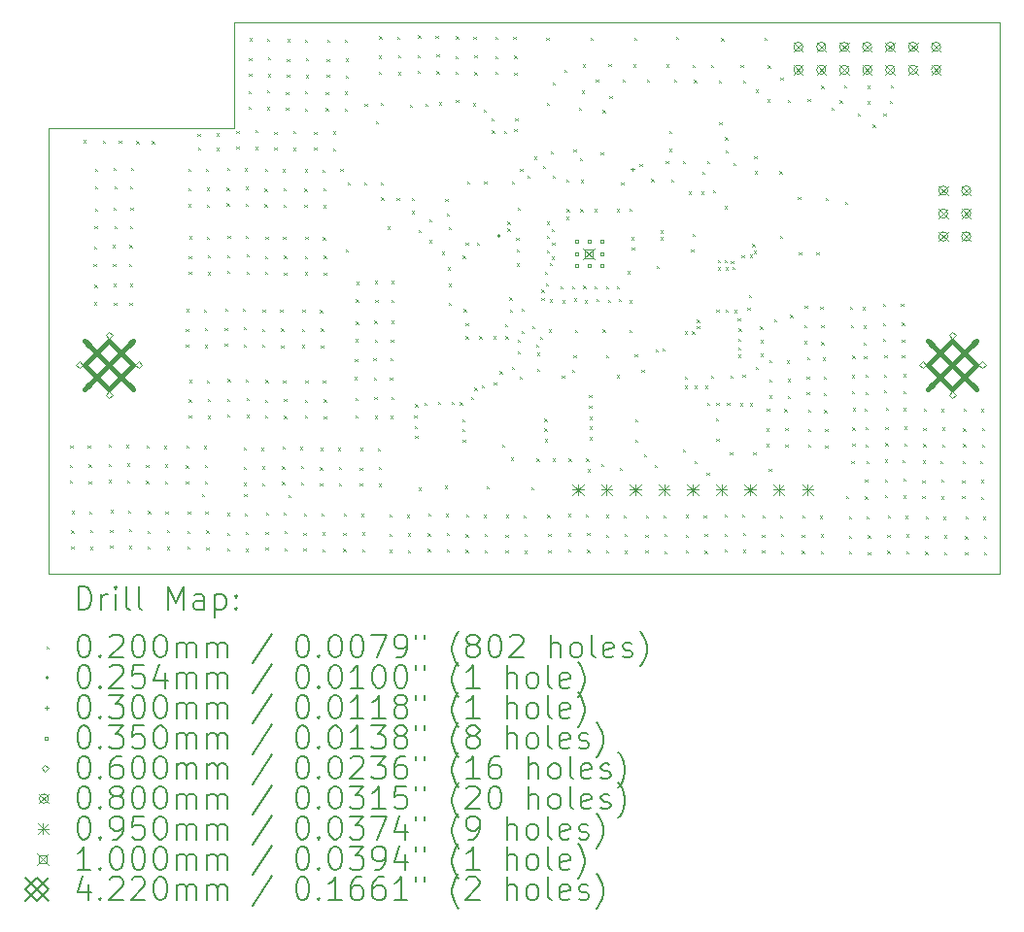
<source format=gbr>
%TF.GenerationSoftware,KiCad,Pcbnew,8.0.0-rc1*%
%TF.CreationDate,2025-03-14T12:06:20+03:00*%
%TF.ProjectId,Movita_IO_Expansion_Board_V2.0,4d6f7669-7461-45f4-994f-5f457870616e,REV1*%
%TF.SameCoordinates,Original*%
%TF.FileFunction,Drillmap*%
%TF.FilePolarity,Positive*%
%FSLAX45Y45*%
G04 Gerber Fmt 4.5, Leading zero omitted, Abs format (unit mm)*
G04 Created by KiCad (PCBNEW 8.0.0-rc1) date 2025-03-14 12:06:20*
%MOMM*%
%LPD*%
G01*
G04 APERTURE LIST*
%ADD10C,0.050000*%
%ADD11C,0.200000*%
%ADD12C,0.100000*%
%ADD13C,0.422000*%
G04 APERTURE END LIST*
D10*
X15547010Y-9802830D02*
X7261007Y-9802830D01*
X7261007Y-5921000D01*
X8880010Y-5921000D01*
X8880010Y-5094839D01*
X8880000Y-4992830D01*
X15547010Y-4992830D01*
X15547010Y-9802830D01*
D11*
D12*
X7444000Y-8855000D02*
X7464000Y-8875000D01*
X7464000Y-8855000D02*
X7444000Y-8875000D01*
X7444000Y-8992000D02*
X7464000Y-9012000D01*
X7464000Y-8992000D02*
X7444000Y-9012000D01*
X7447000Y-8684000D02*
X7467000Y-8704000D01*
X7467000Y-8684000D02*
X7447000Y-8704000D01*
X7457000Y-9427000D02*
X7477000Y-9447000D01*
X7477000Y-9427000D02*
X7457000Y-9447000D01*
X7457000Y-9564000D02*
X7477000Y-9584000D01*
X7477000Y-9564000D02*
X7457000Y-9584000D01*
X7460000Y-9256000D02*
X7480000Y-9276000D01*
X7480000Y-9256000D02*
X7460000Y-9276000D01*
X7563000Y-6022000D02*
X7583000Y-6042000D01*
X7583000Y-6022000D02*
X7563000Y-6042000D01*
X7600000Y-8687000D02*
X7620000Y-8707000D01*
X7620000Y-8687000D02*
X7600000Y-8707000D01*
X7609000Y-8849000D02*
X7629000Y-8869000D01*
X7629000Y-8849000D02*
X7609000Y-8869000D01*
X7609000Y-8997000D02*
X7629000Y-9017000D01*
X7629000Y-8997000D02*
X7609000Y-9017000D01*
X7613000Y-9259000D02*
X7633000Y-9279000D01*
X7633000Y-9259000D02*
X7613000Y-9279000D01*
X7622000Y-9421000D02*
X7642000Y-9441000D01*
X7642000Y-9421000D02*
X7622000Y-9441000D01*
X7622000Y-9569000D02*
X7642000Y-9589000D01*
X7642000Y-9569000D02*
X7622000Y-9589000D01*
X7651000Y-7100000D02*
X7671000Y-7120000D01*
X7671000Y-7100000D02*
X7651000Y-7120000D01*
X7654000Y-6947000D02*
X7674000Y-6967000D01*
X7674000Y-6947000D02*
X7654000Y-6967000D01*
X7658000Y-7437000D02*
X7678000Y-7457000D01*
X7678000Y-7437000D02*
X7658000Y-7457000D01*
X7660000Y-6771000D02*
X7680000Y-6791000D01*
X7680000Y-6771000D02*
X7660000Y-6791000D01*
X7661000Y-7284000D02*
X7681000Y-7304000D01*
X7681000Y-7284000D02*
X7661000Y-7304000D01*
X7662000Y-6424000D02*
X7682000Y-6444000D01*
X7682000Y-6424000D02*
X7662000Y-6444000D01*
X7663000Y-6618000D02*
X7683000Y-6638000D01*
X7683000Y-6618000D02*
X7663000Y-6638000D01*
X7665000Y-6271000D02*
X7685000Y-6291000D01*
X7685000Y-6271000D02*
X7665000Y-6291000D01*
X7734000Y-6025000D02*
X7754000Y-6045000D01*
X7754000Y-6025000D02*
X7734000Y-6045000D01*
X7781000Y-8848000D02*
X7801000Y-8868000D01*
X7801000Y-8848000D02*
X7781000Y-8868000D01*
X7781000Y-8985000D02*
X7801000Y-9005000D01*
X7801000Y-8985000D02*
X7781000Y-9005000D01*
X7784000Y-8677000D02*
X7804000Y-8697000D01*
X7804000Y-8677000D02*
X7784000Y-8697000D01*
X7794000Y-9420000D02*
X7814000Y-9440000D01*
X7814000Y-9420000D02*
X7794000Y-9440000D01*
X7794000Y-9557000D02*
X7814000Y-9577000D01*
X7814000Y-9557000D02*
X7794000Y-9577000D01*
X7797000Y-9249000D02*
X7817000Y-9269000D01*
X7817000Y-9249000D02*
X7797000Y-9269000D01*
X7816000Y-6938000D02*
X7836000Y-6958000D01*
X7836000Y-6938000D02*
X7816000Y-6958000D01*
X7822000Y-7103000D02*
X7842000Y-7123000D01*
X7842000Y-7103000D02*
X7822000Y-7123000D01*
X7823000Y-7275000D02*
X7843000Y-7295000D01*
X7843000Y-7275000D02*
X7823000Y-7295000D01*
X7825000Y-6609000D02*
X7845000Y-6629000D01*
X7845000Y-6609000D02*
X7825000Y-6629000D01*
X7827000Y-6262000D02*
X7847000Y-6282000D01*
X7847000Y-6262000D02*
X7827000Y-6282000D01*
X7829000Y-7440000D02*
X7849000Y-7460000D01*
X7849000Y-7440000D02*
X7829000Y-7460000D01*
X7831000Y-6774000D02*
X7851000Y-6794000D01*
X7851000Y-6774000D02*
X7831000Y-6794000D01*
X7833000Y-6427000D02*
X7853000Y-6447000D01*
X7853000Y-6427000D02*
X7833000Y-6447000D01*
X7871000Y-6025000D02*
X7891000Y-6045000D01*
X7891000Y-6025000D02*
X7871000Y-6045000D01*
X7937000Y-8680000D02*
X7957000Y-8700000D01*
X7957000Y-8680000D02*
X7937000Y-8700000D01*
X7946000Y-8842000D02*
X7966000Y-8862000D01*
X7966000Y-8842000D02*
X7946000Y-8862000D01*
X7946000Y-8990000D02*
X7966000Y-9010000D01*
X7966000Y-8990000D02*
X7946000Y-9010000D01*
X7950000Y-9252000D02*
X7970000Y-9272000D01*
X7970000Y-9252000D02*
X7950000Y-9272000D01*
X7959000Y-7103000D02*
X7979000Y-7123000D01*
X7979000Y-7103000D02*
X7959000Y-7123000D01*
X7959000Y-9414000D02*
X7979000Y-9434000D01*
X7979000Y-9414000D02*
X7959000Y-9434000D01*
X7959000Y-9562000D02*
X7979000Y-9582000D01*
X7979000Y-9562000D02*
X7959000Y-9582000D01*
X7964000Y-6938000D02*
X7984000Y-6958000D01*
X7984000Y-6938000D02*
X7964000Y-6958000D01*
X7966000Y-7440000D02*
X7986000Y-7460000D01*
X7986000Y-7440000D02*
X7966000Y-7460000D01*
X7968000Y-6774000D02*
X7988000Y-6794000D01*
X7988000Y-6774000D02*
X7968000Y-6794000D01*
X7970000Y-6427000D02*
X7990000Y-6447000D01*
X7990000Y-6427000D02*
X7970000Y-6447000D01*
X7971000Y-7275000D02*
X7991000Y-7295000D01*
X7991000Y-7275000D02*
X7971000Y-7295000D01*
X7973000Y-6609000D02*
X7993000Y-6629000D01*
X7993000Y-6609000D02*
X7973000Y-6629000D01*
X7975000Y-6262000D02*
X7995000Y-6282000D01*
X7995000Y-6262000D02*
X7975000Y-6282000D01*
X8023000Y-6031000D02*
X8043000Y-6051000D01*
X8043000Y-6031000D02*
X8023000Y-6051000D01*
X8110000Y-8857000D02*
X8130000Y-8877000D01*
X8130000Y-8857000D02*
X8110000Y-8877000D01*
X8110000Y-8994000D02*
X8130000Y-9014000D01*
X8130000Y-8994000D02*
X8110000Y-9014000D01*
X8113000Y-8686000D02*
X8133000Y-8706000D01*
X8133000Y-8686000D02*
X8113000Y-8706000D01*
X8123000Y-9429000D02*
X8143000Y-9449000D01*
X8143000Y-9429000D02*
X8123000Y-9449000D01*
X8123000Y-9566000D02*
X8143000Y-9586000D01*
X8143000Y-9566000D02*
X8123000Y-9586000D01*
X8126000Y-9258000D02*
X8146000Y-9278000D01*
X8146000Y-9258000D02*
X8126000Y-9278000D01*
X8160000Y-6031000D02*
X8180000Y-6051000D01*
X8180000Y-6031000D02*
X8160000Y-6051000D01*
X8266000Y-8689000D02*
X8286000Y-8709000D01*
X8286000Y-8689000D02*
X8266000Y-8709000D01*
X8275000Y-8851000D02*
X8295000Y-8871000D01*
X8295000Y-8851000D02*
X8275000Y-8871000D01*
X8275000Y-8999000D02*
X8295000Y-9019000D01*
X8295000Y-8999000D02*
X8275000Y-9019000D01*
X8279000Y-9261000D02*
X8299000Y-9281000D01*
X8299000Y-9261000D02*
X8279000Y-9281000D01*
X8288000Y-9423000D02*
X8308000Y-9443000D01*
X8308000Y-9423000D02*
X8288000Y-9443000D01*
X8288000Y-9571000D02*
X8308000Y-9591000D01*
X8308000Y-9571000D02*
X8288000Y-9591000D01*
X8456000Y-7668000D02*
X8476000Y-7688000D01*
X8476000Y-7668000D02*
X8456000Y-7688000D01*
X8456000Y-7805000D02*
X8476000Y-7825000D01*
X8476000Y-7805000D02*
X8456000Y-7825000D01*
X8457000Y-8859000D02*
X8477000Y-8879000D01*
X8477000Y-8859000D02*
X8457000Y-8879000D01*
X8457000Y-8996000D02*
X8477000Y-9016000D01*
X8477000Y-8996000D02*
X8457000Y-9016000D01*
X8459000Y-7497000D02*
X8479000Y-7517000D01*
X8479000Y-7497000D02*
X8459000Y-7517000D01*
X8460000Y-8688000D02*
X8480000Y-8708000D01*
X8480000Y-8688000D02*
X8460000Y-8708000D01*
X8470000Y-9431000D02*
X8490000Y-9451000D01*
X8490000Y-9431000D02*
X8470000Y-9451000D01*
X8470000Y-9568000D02*
X8490000Y-9588000D01*
X8490000Y-9568000D02*
X8470000Y-9588000D01*
X8473000Y-9260000D02*
X8493000Y-9280000D01*
X8493000Y-9260000D02*
X8473000Y-9280000D01*
X8475000Y-6443000D02*
X8495000Y-6463000D01*
X8495000Y-6443000D02*
X8475000Y-6463000D01*
X8475000Y-6580000D02*
X8495000Y-6600000D01*
X8495000Y-6580000D02*
X8475000Y-6600000D01*
X8478000Y-6272000D02*
X8498000Y-6292000D01*
X8498000Y-6272000D02*
X8478000Y-6292000D01*
X8481000Y-7033000D02*
X8501000Y-7053000D01*
X8501000Y-7033000D02*
X8481000Y-7053000D01*
X8481000Y-7170000D02*
X8501000Y-7190000D01*
X8501000Y-7170000D02*
X8481000Y-7190000D01*
X8481000Y-8284000D02*
X8501000Y-8304000D01*
X8501000Y-8284000D02*
X8481000Y-8304000D01*
X8481000Y-8421000D02*
X8501000Y-8441000D01*
X8501000Y-8421000D02*
X8481000Y-8441000D01*
X8484000Y-6862000D02*
X8504000Y-6882000D01*
X8504000Y-6862000D02*
X8484000Y-6882000D01*
X8484000Y-8113000D02*
X8504000Y-8133000D01*
X8504000Y-8113000D02*
X8484000Y-8133000D01*
X8558000Y-5970000D02*
X8578000Y-5990000D01*
X8578000Y-5970000D02*
X8558000Y-5990000D01*
X8560000Y-6084000D02*
X8580000Y-6104000D01*
X8580000Y-6084000D02*
X8560000Y-6104000D01*
X8596000Y-9107000D02*
X8616000Y-9127000D01*
X8616000Y-9107000D02*
X8596000Y-9127000D01*
X8612000Y-7500000D02*
X8632000Y-7520000D01*
X8632000Y-7500000D02*
X8612000Y-7520000D01*
X8613000Y-8691000D02*
X8633000Y-8711000D01*
X8633000Y-8691000D02*
X8613000Y-8711000D01*
X8621000Y-7662000D02*
X8641000Y-7682000D01*
X8641000Y-7662000D02*
X8621000Y-7682000D01*
X8621000Y-7810000D02*
X8641000Y-7830000D01*
X8641000Y-7810000D02*
X8621000Y-7830000D01*
X8622000Y-8853000D02*
X8642000Y-8873000D01*
X8642000Y-8853000D02*
X8622000Y-8873000D01*
X8622000Y-9001000D02*
X8642000Y-9021000D01*
X8642000Y-9001000D02*
X8622000Y-9021000D01*
X8626000Y-9263000D02*
X8646000Y-9283000D01*
X8646000Y-9263000D02*
X8626000Y-9283000D01*
X8631000Y-6275000D02*
X8651000Y-6295000D01*
X8651000Y-6275000D02*
X8631000Y-6295000D01*
X8635000Y-9425000D02*
X8655000Y-9445000D01*
X8655000Y-9425000D02*
X8635000Y-9445000D01*
X8635000Y-9573000D02*
X8655000Y-9593000D01*
X8655000Y-9573000D02*
X8635000Y-9593000D01*
X8637000Y-6865000D02*
X8657000Y-6885000D01*
X8657000Y-6865000D02*
X8637000Y-6885000D01*
X8637000Y-8116000D02*
X8657000Y-8136000D01*
X8657000Y-8116000D02*
X8637000Y-8136000D01*
X8640000Y-6437000D02*
X8660000Y-6457000D01*
X8660000Y-6437000D02*
X8640000Y-6457000D01*
X8640000Y-6585000D02*
X8660000Y-6605000D01*
X8660000Y-6585000D02*
X8640000Y-6605000D01*
X8646000Y-7027000D02*
X8666000Y-7047000D01*
X8666000Y-7027000D02*
X8646000Y-7047000D01*
X8646000Y-7175000D02*
X8666000Y-7195000D01*
X8666000Y-7175000D02*
X8646000Y-7195000D01*
X8646000Y-8278000D02*
X8666000Y-8298000D01*
X8666000Y-8278000D02*
X8646000Y-8298000D01*
X8646000Y-8426000D02*
X8666000Y-8446000D01*
X8666000Y-8426000D02*
X8646000Y-8446000D01*
X8723000Y-5964000D02*
X8743000Y-5984000D01*
X8743000Y-5964000D02*
X8723000Y-5984000D01*
X8725000Y-6089000D02*
X8745000Y-6109000D01*
X8745000Y-6089000D02*
X8725000Y-6109000D01*
X8793000Y-7661000D02*
X8813000Y-7681000D01*
X8813000Y-7661000D02*
X8793000Y-7681000D01*
X8793000Y-7798000D02*
X8813000Y-7818000D01*
X8813000Y-7798000D02*
X8793000Y-7818000D01*
X8796000Y-7490000D02*
X8816000Y-7510000D01*
X8816000Y-7490000D02*
X8796000Y-7510000D01*
X8812000Y-6436000D02*
X8832000Y-6456000D01*
X8832000Y-6436000D02*
X8812000Y-6456000D01*
X8812000Y-6573000D02*
X8832000Y-6593000D01*
X8832000Y-6573000D02*
X8812000Y-6593000D01*
X8814000Y-9446000D02*
X8834000Y-9466000D01*
X8834000Y-9446000D02*
X8814000Y-9466000D01*
X8814000Y-9583000D02*
X8834000Y-9603000D01*
X8834000Y-9583000D02*
X8814000Y-9603000D01*
X8815000Y-6265000D02*
X8835000Y-6285000D01*
X8835000Y-6265000D02*
X8815000Y-6285000D01*
X8817000Y-9275000D02*
X8837000Y-9295000D01*
X8837000Y-9275000D02*
X8817000Y-9295000D01*
X8818000Y-7026000D02*
X8838000Y-7046000D01*
X8838000Y-7026000D02*
X8818000Y-7046000D01*
X8818000Y-7163000D02*
X8838000Y-7183000D01*
X8838000Y-7163000D02*
X8818000Y-7183000D01*
X8818000Y-8277000D02*
X8838000Y-8297000D01*
X8838000Y-8277000D02*
X8818000Y-8297000D01*
X8818000Y-8414000D02*
X8838000Y-8434000D01*
X8838000Y-8414000D02*
X8818000Y-8434000D01*
X8821000Y-6855000D02*
X8841000Y-6875000D01*
X8841000Y-6855000D02*
X8821000Y-6875000D01*
X8821000Y-8106000D02*
X8841000Y-8126000D01*
X8841000Y-8106000D02*
X8821000Y-8126000D01*
X8897000Y-5940000D02*
X8917000Y-5960000D01*
X8917000Y-5940000D02*
X8897000Y-5960000D01*
X8897000Y-6077000D02*
X8917000Y-6097000D01*
X8917000Y-6077000D02*
X8897000Y-6097000D01*
X8949000Y-7493000D02*
X8969000Y-7513000D01*
X8969000Y-7493000D02*
X8949000Y-7513000D01*
X8958000Y-7655000D02*
X8978000Y-7675000D01*
X8978000Y-7655000D02*
X8958000Y-7675000D01*
X8958000Y-7803000D02*
X8978000Y-7823000D01*
X8978000Y-7803000D02*
X8958000Y-7823000D01*
X8958000Y-8874000D02*
X8978000Y-8894000D01*
X8978000Y-8874000D02*
X8958000Y-8894000D01*
X8958000Y-9011000D02*
X8978000Y-9031000D01*
X8978000Y-9011000D02*
X8958000Y-9031000D01*
X8961000Y-8703000D02*
X8981000Y-8723000D01*
X8981000Y-8703000D02*
X8961000Y-8723000D01*
X8963000Y-9111000D02*
X8983000Y-9131000D01*
X8983000Y-9111000D02*
X8963000Y-9131000D01*
X8968000Y-6268000D02*
X8988000Y-6288000D01*
X8988000Y-6268000D02*
X8968000Y-6288000D01*
X8970000Y-9278000D02*
X8990000Y-9298000D01*
X8990000Y-9278000D02*
X8970000Y-9298000D01*
X8974000Y-6858000D02*
X8994000Y-6878000D01*
X8994000Y-6858000D02*
X8974000Y-6878000D01*
X8974000Y-8109000D02*
X8994000Y-8129000D01*
X8994000Y-8109000D02*
X8974000Y-8129000D01*
X8977000Y-6430000D02*
X8997000Y-6450000D01*
X8997000Y-6430000D02*
X8977000Y-6450000D01*
X8977000Y-6578000D02*
X8997000Y-6598000D01*
X8997000Y-6578000D02*
X8977000Y-6598000D01*
X8979000Y-9440000D02*
X8999000Y-9460000D01*
X8999000Y-9440000D02*
X8979000Y-9460000D01*
X8979000Y-9588000D02*
X8999000Y-9608000D01*
X8999000Y-9588000D02*
X8979000Y-9608000D01*
X8983000Y-7020000D02*
X9003000Y-7040000D01*
X9003000Y-7020000D02*
X8983000Y-7040000D01*
X8983000Y-7168000D02*
X9003000Y-7188000D01*
X9003000Y-7168000D02*
X8983000Y-7188000D01*
X8983000Y-8271000D02*
X9003000Y-8291000D01*
X9003000Y-8271000D02*
X8983000Y-8291000D01*
X8983000Y-8419000D02*
X9003000Y-8439000D01*
X9003000Y-8419000D02*
X8983000Y-8439000D01*
X9000000Y-5594000D02*
X9020000Y-5614000D01*
X9020000Y-5594000D02*
X9000000Y-5614000D01*
X9000000Y-5731000D02*
X9020000Y-5751000D01*
X9020000Y-5731000D02*
X9000000Y-5751000D01*
X9006000Y-5305000D02*
X9026000Y-5325000D01*
X9026000Y-5305000D02*
X9006000Y-5325000D01*
X9006000Y-5442000D02*
X9026000Y-5462000D01*
X9026000Y-5442000D02*
X9006000Y-5462000D01*
X9009000Y-5134000D02*
X9029000Y-5154000D01*
X9029000Y-5134000D02*
X9009000Y-5154000D01*
X9062000Y-5934000D02*
X9082000Y-5954000D01*
X9082000Y-5934000D02*
X9062000Y-5954000D01*
X9062000Y-6082000D02*
X9082000Y-6102000D01*
X9082000Y-6082000D02*
X9062000Y-6102000D01*
X9114000Y-8706000D02*
X9134000Y-8726000D01*
X9134000Y-8706000D02*
X9114000Y-8726000D01*
X9122000Y-7670000D02*
X9142000Y-7690000D01*
X9142000Y-7670000D02*
X9122000Y-7690000D01*
X9122000Y-7807000D02*
X9142000Y-7827000D01*
X9142000Y-7807000D02*
X9122000Y-7827000D01*
X9123000Y-8868000D02*
X9143000Y-8888000D01*
X9143000Y-8868000D02*
X9123000Y-8888000D01*
X9123000Y-9016000D02*
X9143000Y-9036000D01*
X9143000Y-9016000D02*
X9123000Y-9036000D01*
X9125000Y-7499000D02*
X9145000Y-7519000D01*
X9145000Y-7499000D02*
X9125000Y-7519000D01*
X9141000Y-6445000D02*
X9161000Y-6465000D01*
X9161000Y-6445000D02*
X9141000Y-6465000D01*
X9141000Y-6582000D02*
X9161000Y-6602000D01*
X9161000Y-6582000D02*
X9141000Y-6602000D01*
X9144000Y-6274000D02*
X9164000Y-6294000D01*
X9164000Y-6274000D02*
X9144000Y-6294000D01*
X9147000Y-7035000D02*
X9167000Y-7055000D01*
X9167000Y-7035000D02*
X9147000Y-7055000D01*
X9147000Y-7172000D02*
X9167000Y-7192000D01*
X9167000Y-7172000D02*
X9147000Y-7192000D01*
X9147000Y-8286000D02*
X9167000Y-8306000D01*
X9167000Y-8286000D02*
X9147000Y-8306000D01*
X9147000Y-8423000D02*
X9167000Y-8443000D01*
X9167000Y-8423000D02*
X9147000Y-8443000D01*
X9150000Y-6864000D02*
X9170000Y-6884000D01*
X9170000Y-6864000D02*
X9150000Y-6884000D01*
X9150000Y-8115000D02*
X9170000Y-8135000D01*
X9170000Y-8115000D02*
X9150000Y-8135000D01*
X9151000Y-9439000D02*
X9171000Y-9459000D01*
X9171000Y-9439000D02*
X9151000Y-9459000D01*
X9151000Y-9576000D02*
X9171000Y-9596000D01*
X9171000Y-9576000D02*
X9151000Y-9596000D01*
X9154000Y-9268000D02*
X9174000Y-9288000D01*
X9174000Y-9268000D02*
X9154000Y-9288000D01*
X9162000Y-5137000D02*
X9182000Y-5157000D01*
X9182000Y-5137000D02*
X9162000Y-5157000D01*
X9165000Y-5588000D02*
X9185000Y-5608000D01*
X9185000Y-5588000D02*
X9165000Y-5608000D01*
X9165000Y-5736000D02*
X9185000Y-5756000D01*
X9185000Y-5736000D02*
X9165000Y-5756000D01*
X9171000Y-5299000D02*
X9191000Y-5319000D01*
X9191000Y-5299000D02*
X9171000Y-5319000D01*
X9171000Y-5447000D02*
X9191000Y-5467000D01*
X9191000Y-5447000D02*
X9171000Y-5467000D01*
X9226000Y-5949000D02*
X9246000Y-5969000D01*
X9246000Y-5949000D02*
X9226000Y-5969000D01*
X9226000Y-6086000D02*
X9246000Y-6106000D01*
X9246000Y-6086000D02*
X9226000Y-6106000D01*
X9278000Y-7502000D02*
X9298000Y-7522000D01*
X9298000Y-7502000D02*
X9278000Y-7522000D01*
X9287000Y-7664000D02*
X9307000Y-7684000D01*
X9307000Y-7664000D02*
X9287000Y-7684000D01*
X9287000Y-7812000D02*
X9307000Y-7832000D01*
X9307000Y-7812000D02*
X9287000Y-7832000D01*
X9295000Y-8867000D02*
X9315000Y-8887000D01*
X9315000Y-8867000D02*
X9295000Y-8887000D01*
X9295000Y-9004000D02*
X9315000Y-9024000D01*
X9315000Y-9004000D02*
X9295000Y-9024000D01*
X9297000Y-6277000D02*
X9317000Y-6297000D01*
X9317000Y-6277000D02*
X9297000Y-6297000D01*
X9298000Y-8696000D02*
X9318000Y-8716000D01*
X9318000Y-8696000D02*
X9298000Y-8716000D01*
X9303000Y-6867000D02*
X9323000Y-6887000D01*
X9323000Y-6867000D02*
X9303000Y-6887000D01*
X9303000Y-8118000D02*
X9323000Y-8138000D01*
X9323000Y-8118000D02*
X9303000Y-8138000D01*
X9306000Y-6439000D02*
X9326000Y-6459000D01*
X9326000Y-6439000D02*
X9306000Y-6459000D01*
X9306000Y-6587000D02*
X9326000Y-6607000D01*
X9326000Y-6587000D02*
X9306000Y-6607000D01*
X9307000Y-9271000D02*
X9327000Y-9291000D01*
X9327000Y-9271000D02*
X9307000Y-9291000D01*
X9312000Y-7029000D02*
X9332000Y-7049000D01*
X9332000Y-7029000D02*
X9312000Y-7049000D01*
X9312000Y-7177000D02*
X9332000Y-7197000D01*
X9332000Y-7177000D02*
X9312000Y-7197000D01*
X9312000Y-8280000D02*
X9332000Y-8300000D01*
X9332000Y-8280000D02*
X9312000Y-8300000D01*
X9312000Y-8428000D02*
X9332000Y-8448000D01*
X9332000Y-8428000D02*
X9312000Y-8448000D01*
X9316000Y-9433000D02*
X9336000Y-9453000D01*
X9336000Y-9433000D02*
X9316000Y-9453000D01*
X9316000Y-9581000D02*
X9336000Y-9601000D01*
X9336000Y-9581000D02*
X9316000Y-9601000D01*
X9329000Y-5603000D02*
X9349000Y-5623000D01*
X9349000Y-5603000D02*
X9329000Y-5623000D01*
X9329000Y-5740000D02*
X9349000Y-5760000D01*
X9349000Y-5740000D02*
X9329000Y-5760000D01*
X9335000Y-5314000D02*
X9355000Y-5334000D01*
X9355000Y-5314000D02*
X9335000Y-5334000D01*
X9335000Y-5451000D02*
X9355000Y-5471000D01*
X9355000Y-5451000D02*
X9335000Y-5471000D01*
X9338000Y-5143000D02*
X9358000Y-5163000D01*
X9358000Y-5143000D02*
X9338000Y-5163000D01*
X9349000Y-9117000D02*
X9369000Y-9137000D01*
X9369000Y-9117000D02*
X9349000Y-9137000D01*
X9391000Y-5943000D02*
X9411000Y-5963000D01*
X9411000Y-5943000D02*
X9391000Y-5963000D01*
X9391000Y-6091000D02*
X9411000Y-6111000D01*
X9411000Y-6091000D02*
X9391000Y-6111000D01*
X9451000Y-8699000D02*
X9471000Y-8719000D01*
X9471000Y-8699000D02*
X9451000Y-8719000D01*
X9460000Y-8861000D02*
X9480000Y-8881000D01*
X9480000Y-8861000D02*
X9460000Y-8881000D01*
X9460000Y-9009000D02*
X9480000Y-9029000D01*
X9480000Y-9009000D02*
X9460000Y-9029000D01*
X9469000Y-7672000D02*
X9489000Y-7692000D01*
X9489000Y-7672000D02*
X9469000Y-7692000D01*
X9469000Y-7809000D02*
X9489000Y-7829000D01*
X9489000Y-7809000D02*
X9469000Y-7829000D01*
X9472000Y-7501000D02*
X9492000Y-7521000D01*
X9492000Y-7501000D02*
X9472000Y-7521000D01*
X9480000Y-9448000D02*
X9500000Y-9468000D01*
X9500000Y-9448000D02*
X9480000Y-9468000D01*
X9480000Y-9585000D02*
X9500000Y-9605000D01*
X9500000Y-9585000D02*
X9480000Y-9605000D01*
X9483000Y-9277000D02*
X9503000Y-9297000D01*
X9503000Y-9277000D02*
X9483000Y-9297000D01*
X9488000Y-6447000D02*
X9508000Y-6467000D01*
X9508000Y-6447000D02*
X9488000Y-6467000D01*
X9488000Y-6584000D02*
X9508000Y-6604000D01*
X9508000Y-6584000D02*
X9488000Y-6604000D01*
X9491000Y-5146000D02*
X9511000Y-5166000D01*
X9511000Y-5146000D02*
X9491000Y-5166000D01*
X9491000Y-6276000D02*
X9511000Y-6296000D01*
X9511000Y-6276000D02*
X9491000Y-6296000D01*
X9494000Y-5597000D02*
X9514000Y-5617000D01*
X9514000Y-5597000D02*
X9494000Y-5617000D01*
X9494000Y-5745000D02*
X9514000Y-5765000D01*
X9514000Y-5745000D02*
X9494000Y-5765000D01*
X9494000Y-7037000D02*
X9514000Y-7057000D01*
X9514000Y-7037000D02*
X9494000Y-7057000D01*
X9494000Y-7174000D02*
X9514000Y-7194000D01*
X9514000Y-7174000D02*
X9494000Y-7194000D01*
X9494000Y-8288000D02*
X9514000Y-8308000D01*
X9514000Y-8288000D02*
X9494000Y-8308000D01*
X9494000Y-8425000D02*
X9514000Y-8445000D01*
X9514000Y-8425000D02*
X9494000Y-8445000D01*
X9497000Y-6866000D02*
X9517000Y-6886000D01*
X9517000Y-6866000D02*
X9497000Y-6886000D01*
X9497000Y-8117000D02*
X9517000Y-8137000D01*
X9517000Y-8117000D02*
X9497000Y-8137000D01*
X9500000Y-5308000D02*
X9520000Y-5328000D01*
X9520000Y-5308000D02*
X9500000Y-5328000D01*
X9500000Y-5456000D02*
X9520000Y-5476000D01*
X9520000Y-5456000D02*
X9500000Y-5476000D01*
X9573000Y-5951000D02*
X9593000Y-5971000D01*
X9593000Y-5951000D02*
X9573000Y-5971000D01*
X9573000Y-6088000D02*
X9593000Y-6108000D01*
X9593000Y-6088000D02*
X9573000Y-6108000D01*
X9624000Y-8876000D02*
X9644000Y-8896000D01*
X9644000Y-8876000D02*
X9624000Y-8896000D01*
X9624000Y-9013000D02*
X9644000Y-9033000D01*
X9644000Y-9013000D02*
X9624000Y-9033000D01*
X9625000Y-7504000D02*
X9645000Y-7524000D01*
X9645000Y-7504000D02*
X9625000Y-7524000D01*
X9627000Y-8705000D02*
X9647000Y-8725000D01*
X9647000Y-8705000D02*
X9627000Y-8725000D01*
X9634000Y-7666000D02*
X9654000Y-7686000D01*
X9654000Y-7666000D02*
X9634000Y-7686000D01*
X9634000Y-7814000D02*
X9654000Y-7834000D01*
X9654000Y-7814000D02*
X9634000Y-7834000D01*
X9636000Y-9280000D02*
X9656000Y-9300000D01*
X9656000Y-9280000D02*
X9636000Y-9300000D01*
X9644000Y-6279000D02*
X9664000Y-6299000D01*
X9664000Y-6279000D02*
X9644000Y-6299000D01*
X9645000Y-9442000D02*
X9665000Y-9462000D01*
X9665000Y-9442000D02*
X9645000Y-9462000D01*
X9645000Y-9590000D02*
X9665000Y-9610000D01*
X9665000Y-9590000D02*
X9645000Y-9610000D01*
X9650000Y-6869000D02*
X9670000Y-6889000D01*
X9670000Y-6869000D02*
X9650000Y-6889000D01*
X9650000Y-8120000D02*
X9670000Y-8140000D01*
X9670000Y-8120000D02*
X9650000Y-8140000D01*
X9653000Y-6441000D02*
X9673000Y-6461000D01*
X9673000Y-6441000D02*
X9653000Y-6461000D01*
X9653000Y-6589000D02*
X9673000Y-6609000D01*
X9673000Y-6589000D02*
X9653000Y-6609000D01*
X9659000Y-7031000D02*
X9679000Y-7051000D01*
X9679000Y-7031000D02*
X9659000Y-7051000D01*
X9659000Y-7179000D02*
X9679000Y-7199000D01*
X9679000Y-7179000D02*
X9659000Y-7199000D01*
X9659000Y-8282000D02*
X9679000Y-8302000D01*
X9679000Y-8282000D02*
X9659000Y-8302000D01*
X9659000Y-8430000D02*
X9679000Y-8450000D01*
X9679000Y-8430000D02*
X9659000Y-8450000D01*
X9676000Y-5605000D02*
X9696000Y-5625000D01*
X9696000Y-5605000D02*
X9676000Y-5625000D01*
X9676000Y-5742000D02*
X9696000Y-5762000D01*
X9696000Y-5742000D02*
X9676000Y-5762000D01*
X9682000Y-5316000D02*
X9702000Y-5336000D01*
X9702000Y-5316000D02*
X9682000Y-5336000D01*
X9682000Y-5453000D02*
X9702000Y-5473000D01*
X9702000Y-5453000D02*
X9682000Y-5473000D01*
X9685000Y-5145000D02*
X9705000Y-5165000D01*
X9705000Y-5145000D02*
X9685000Y-5165000D01*
X9738000Y-5945000D02*
X9758000Y-5965000D01*
X9758000Y-5945000D02*
X9738000Y-5965000D01*
X9738000Y-6093000D02*
X9758000Y-6113000D01*
X9758000Y-6093000D02*
X9738000Y-6113000D01*
X9780000Y-8708000D02*
X9800000Y-8728000D01*
X9800000Y-8708000D02*
X9780000Y-8728000D01*
X9789000Y-8870000D02*
X9809000Y-8890000D01*
X9809000Y-8870000D02*
X9789000Y-8890000D01*
X9789000Y-9018000D02*
X9809000Y-9038000D01*
X9809000Y-9018000D02*
X9789000Y-9038000D01*
X9802999Y-6274999D02*
X9822999Y-6294999D01*
X9822999Y-6274999D02*
X9802999Y-6294999D01*
X9827000Y-9450000D02*
X9847000Y-9470000D01*
X9847000Y-9450000D02*
X9827000Y-9470000D01*
X9827000Y-9587000D02*
X9847000Y-9607000D01*
X9847000Y-9587000D02*
X9827000Y-9607000D01*
X9830000Y-9279000D02*
X9850000Y-9299000D01*
X9850000Y-9279000D02*
X9830000Y-9299000D01*
X9838000Y-5148000D02*
X9858000Y-5168000D01*
X9858000Y-5148000D02*
X9838000Y-5168000D01*
X9841000Y-5599000D02*
X9861000Y-5619000D01*
X9861000Y-5599000D02*
X9841000Y-5619000D01*
X9841000Y-5747000D02*
X9861000Y-5767000D01*
X9861000Y-5747000D02*
X9841000Y-5767000D01*
X9847000Y-5310000D02*
X9867000Y-5330000D01*
X9867000Y-5310000D02*
X9847000Y-5330000D01*
X9847000Y-5458000D02*
X9867000Y-5478000D01*
X9867000Y-5458000D02*
X9847000Y-5478000D01*
X9849999Y-6974999D02*
X9869999Y-6994999D01*
X9869999Y-6974999D02*
X9849999Y-6994999D01*
X9862999Y-6388999D02*
X9882999Y-6408999D01*
X9882999Y-6388999D02*
X9862999Y-6408999D01*
X9925000Y-8087000D02*
X9945000Y-8107000D01*
X9945000Y-8087000D02*
X9925000Y-8107000D01*
X9928000Y-7934000D02*
X9948000Y-7954000D01*
X9948000Y-7934000D02*
X9928000Y-7954000D01*
X9932000Y-8424000D02*
X9952000Y-8444000D01*
X9952000Y-8424000D02*
X9932000Y-8444000D01*
X9934000Y-7758000D02*
X9954000Y-7778000D01*
X9954000Y-7758000D02*
X9934000Y-7778000D01*
X9935000Y-8271000D02*
X9955000Y-8291000D01*
X9955000Y-8271000D02*
X9935000Y-8291000D01*
X9936000Y-7411000D02*
X9956000Y-7431000D01*
X9956000Y-7411000D02*
X9936000Y-7431000D01*
X9937000Y-7605000D02*
X9957000Y-7625000D01*
X9957000Y-7605000D02*
X9937000Y-7625000D01*
X9939000Y-7258000D02*
X9959000Y-7278000D01*
X9959000Y-7258000D02*
X9939000Y-7278000D01*
X9971000Y-8878000D02*
X9991000Y-8898000D01*
X9991000Y-8878000D02*
X9971000Y-8898000D01*
X9971000Y-9015000D02*
X9991000Y-9035000D01*
X9991000Y-9015000D02*
X9971000Y-9035000D01*
X9974000Y-8707000D02*
X9994000Y-8727000D01*
X9994000Y-8707000D02*
X9974000Y-8727000D01*
X9983000Y-9282000D02*
X10003000Y-9302000D01*
X10003000Y-9282000D02*
X9983000Y-9302000D01*
X9992000Y-9444000D02*
X10012000Y-9464000D01*
X10012000Y-9444000D02*
X9992000Y-9464000D01*
X9992000Y-9592000D02*
X10012000Y-9612000D01*
X10012000Y-9592000D02*
X9992000Y-9612000D01*
X10010999Y-6388999D02*
X10030999Y-6408999D01*
X10030999Y-6388999D02*
X10010999Y-6408999D01*
X10014999Y-5706999D02*
X10034999Y-5726999D01*
X10034999Y-5706999D02*
X10014999Y-5726999D01*
X10090000Y-7925000D02*
X10110000Y-7945000D01*
X10110000Y-7925000D02*
X10090000Y-7945000D01*
X10096000Y-8090000D02*
X10116000Y-8110000D01*
X10116000Y-8090000D02*
X10096000Y-8110000D01*
X10097000Y-8262000D02*
X10117000Y-8282000D01*
X10117000Y-8262000D02*
X10097000Y-8282000D01*
X10099000Y-7596000D02*
X10119000Y-7616000D01*
X10119000Y-7596000D02*
X10099000Y-7616000D01*
X10101000Y-7249000D02*
X10121000Y-7269000D01*
X10121000Y-7249000D02*
X10101000Y-7269000D01*
X10103000Y-8427000D02*
X10123000Y-8447000D01*
X10123000Y-8427000D02*
X10103000Y-8447000D01*
X10105000Y-7761000D02*
X10125000Y-7781000D01*
X10125000Y-7761000D02*
X10105000Y-7781000D01*
X10107000Y-7414000D02*
X10127000Y-7434000D01*
X10127000Y-7414000D02*
X10107000Y-7434000D01*
X10108999Y-5858999D02*
X10128999Y-5878999D01*
X10128999Y-5858999D02*
X10108999Y-5878999D01*
X10127000Y-8710000D02*
X10147000Y-8730000D01*
X10147000Y-8710000D02*
X10127000Y-8730000D01*
X10136000Y-8872000D02*
X10156000Y-8892000D01*
X10156000Y-8872000D02*
X10136000Y-8892000D01*
X10136000Y-9020000D02*
X10156000Y-9040000D01*
X10156000Y-9020000D02*
X10136000Y-9040000D01*
X10139000Y-5287000D02*
X10159000Y-5307000D01*
X10159000Y-5287000D02*
X10139000Y-5307000D01*
X10139000Y-5424000D02*
X10159000Y-5444000D01*
X10159000Y-5424000D02*
X10139000Y-5444000D01*
X10142000Y-5116000D02*
X10162000Y-5136000D01*
X10162000Y-5116000D02*
X10142000Y-5136000D01*
X10151999Y-6388999D02*
X10171999Y-6408999D01*
X10171999Y-6388999D02*
X10151999Y-6408999D01*
X10154999Y-5697999D02*
X10174999Y-5717999D01*
X10174999Y-5697999D02*
X10154999Y-5717999D01*
X10157999Y-6520999D02*
X10177999Y-6540999D01*
X10177999Y-6520999D02*
X10157999Y-6540999D01*
X10213999Y-6774999D02*
X10233999Y-6794999D01*
X10233999Y-6774999D02*
X10213999Y-6794999D01*
X10227000Y-9458000D02*
X10247000Y-9478000D01*
X10247000Y-9458000D02*
X10227000Y-9478000D01*
X10227000Y-9595000D02*
X10247000Y-9615000D01*
X10247000Y-9595000D02*
X10227000Y-9615000D01*
X10230000Y-9287000D02*
X10250000Y-9307000D01*
X10250000Y-9287000D02*
X10230000Y-9307000D01*
X10233000Y-8090000D02*
X10253000Y-8110000D01*
X10253000Y-8090000D02*
X10233000Y-8110000D01*
X10238000Y-7925000D02*
X10258000Y-7945000D01*
X10258000Y-7925000D02*
X10238000Y-7945000D01*
X10240000Y-8427000D02*
X10260000Y-8447000D01*
X10260000Y-8427000D02*
X10240000Y-8447000D01*
X10242000Y-7761000D02*
X10262000Y-7781000D01*
X10262000Y-7761000D02*
X10242000Y-7781000D01*
X10244000Y-7414000D02*
X10264000Y-7434000D01*
X10264000Y-7414000D02*
X10244000Y-7434000D01*
X10245000Y-8262000D02*
X10265000Y-8282000D01*
X10265000Y-8262000D02*
X10245000Y-8282000D01*
X10247000Y-7596000D02*
X10267000Y-7616000D01*
X10267000Y-7596000D02*
X10247000Y-7616000D01*
X10249000Y-7249000D02*
X10269000Y-7269000D01*
X10269000Y-7249000D02*
X10249000Y-7269000D01*
X10291999Y-6523999D02*
X10311999Y-6543999D01*
X10311999Y-6523999D02*
X10291999Y-6543999D01*
X10295000Y-5119000D02*
X10315000Y-5139000D01*
X10315000Y-5119000D02*
X10295000Y-5139000D01*
X10304000Y-5281000D02*
X10324000Y-5301000D01*
X10324000Y-5281000D02*
X10304000Y-5301000D01*
X10304000Y-5429000D02*
X10324000Y-5449000D01*
X10324000Y-5429000D02*
X10304000Y-5449000D01*
X10383000Y-9290000D02*
X10403000Y-9310000D01*
X10403000Y-9290000D02*
X10383000Y-9310000D01*
X10392000Y-9452000D02*
X10412000Y-9472000D01*
X10412000Y-9452000D02*
X10392000Y-9472000D01*
X10392000Y-9600000D02*
X10412000Y-9620000D01*
X10412000Y-9600000D02*
X10392000Y-9620000D01*
X10409999Y-5712999D02*
X10429999Y-5732999D01*
X10429999Y-5712999D02*
X10409999Y-5732999D01*
X10421999Y-6523999D02*
X10441999Y-6543999D01*
X10441999Y-6523999D02*
X10421999Y-6543999D01*
X10423999Y-6640999D02*
X10443999Y-6660999D01*
X10443999Y-6640999D02*
X10423999Y-6660999D01*
X10445999Y-8420999D02*
X10465999Y-8440999D01*
X10465999Y-8420999D02*
X10445999Y-8440999D01*
X10449999Y-8514999D02*
X10469999Y-8534999D01*
X10469999Y-8514999D02*
X10449999Y-8534999D01*
X10452999Y-8325999D02*
X10472999Y-8345999D01*
X10472999Y-8325999D02*
X10452999Y-8345999D01*
X10453999Y-8602999D02*
X10473999Y-8622999D01*
X10473999Y-8602999D02*
X10453999Y-8622999D01*
X10476000Y-5280000D02*
X10496000Y-5300000D01*
X10496000Y-5280000D02*
X10476000Y-5300000D01*
X10476000Y-5417000D02*
X10496000Y-5437000D01*
X10496000Y-5417000D02*
X10476000Y-5437000D01*
X10479000Y-5109000D02*
X10499000Y-5129000D01*
X10499000Y-5109000D02*
X10479000Y-5129000D01*
X10484000Y-9055000D02*
X10504000Y-9075000D01*
X10504000Y-9055000D02*
X10484000Y-9075000D01*
X10484999Y-6805999D02*
X10504999Y-6825999D01*
X10504999Y-6805999D02*
X10484999Y-6825999D01*
X10533999Y-8312999D02*
X10553999Y-8332999D01*
X10553999Y-8312999D02*
X10533999Y-8332999D01*
X10544999Y-5706999D02*
X10564999Y-5726999D01*
X10564999Y-5706999D02*
X10544999Y-5726999D01*
X10564000Y-9451000D02*
X10584000Y-9471000D01*
X10584000Y-9451000D02*
X10564000Y-9471000D01*
X10564000Y-9588000D02*
X10584000Y-9608000D01*
X10584000Y-9588000D02*
X10564000Y-9608000D01*
X10567000Y-9280000D02*
X10587000Y-9300000D01*
X10587000Y-9280000D02*
X10567000Y-9300000D01*
X10574999Y-6893999D02*
X10594999Y-6913999D01*
X10594999Y-6893999D02*
X10574999Y-6913999D01*
X10576000Y-6710000D02*
X10596000Y-6730000D01*
X10596000Y-6710000D02*
X10576000Y-6730000D01*
X10632000Y-5112000D02*
X10652000Y-5132000D01*
X10652000Y-5112000D02*
X10632000Y-5132000D01*
X10641000Y-5274000D02*
X10661000Y-5294000D01*
X10661000Y-5274000D02*
X10641000Y-5294000D01*
X10641000Y-5422000D02*
X10661000Y-5442000D01*
X10661000Y-5422000D02*
X10641000Y-5442000D01*
X10653693Y-8306900D02*
X10673693Y-8326900D01*
X10673693Y-8306900D02*
X10653693Y-8326900D01*
X10661999Y-5692999D02*
X10681999Y-5712999D01*
X10681999Y-5692999D02*
X10661999Y-5712999D01*
X10688760Y-6996112D02*
X10708760Y-7016112D01*
X10708760Y-6996112D02*
X10688760Y-7016112D01*
X10711000Y-9037000D02*
X10731000Y-9057000D01*
X10731000Y-9037000D02*
X10711000Y-9057000D01*
X10716999Y-6533999D02*
X10736999Y-6553999D01*
X10736999Y-6533999D02*
X10716999Y-6553999D01*
X10720000Y-9283000D02*
X10740000Y-9303000D01*
X10740000Y-9283000D02*
X10720000Y-9303000D01*
X10728999Y-6663999D02*
X10748999Y-6683999D01*
X10748999Y-6663999D02*
X10728999Y-6683999D01*
X10729000Y-9445000D02*
X10749000Y-9465000D01*
X10749000Y-9445000D02*
X10729000Y-9465000D01*
X10729000Y-9593000D02*
X10749000Y-9613000D01*
X10749000Y-9593000D02*
X10729000Y-9613000D01*
X10739999Y-7130999D02*
X10759999Y-7150999D01*
X10759999Y-7130999D02*
X10739999Y-7150999D01*
X10743999Y-7275999D02*
X10763999Y-7295999D01*
X10763999Y-7275999D02*
X10743999Y-7295999D01*
X10743999Y-7439999D02*
X10763999Y-7459999D01*
X10763999Y-7439999D02*
X10743999Y-7459999D01*
X10744999Y-6782999D02*
X10764999Y-6802999D01*
X10764999Y-6782999D02*
X10744999Y-6802999D01*
X10769999Y-8302999D02*
X10789999Y-8322999D01*
X10789999Y-8302999D02*
X10769999Y-8322999D01*
X10805000Y-5289000D02*
X10825000Y-5309000D01*
X10825000Y-5289000D02*
X10805000Y-5309000D01*
X10805000Y-5426000D02*
X10825000Y-5446000D01*
X10825000Y-5426000D02*
X10805000Y-5446000D01*
X10808000Y-5118000D02*
X10828000Y-5138000D01*
X10828000Y-5118000D02*
X10808000Y-5138000D01*
X10808999Y-5669999D02*
X10828999Y-5689999D01*
X10828999Y-5669999D02*
X10808999Y-5689999D01*
X10843999Y-8307999D02*
X10863999Y-8327999D01*
X10863999Y-8307999D02*
X10843999Y-8327999D01*
X10865999Y-8456999D02*
X10885999Y-8476999D01*
X10885999Y-8456999D02*
X10865999Y-8476999D01*
X10866000Y-8541000D02*
X10886000Y-8561000D01*
X10886000Y-8541000D02*
X10866000Y-8561000D01*
X10867999Y-8633999D02*
X10887999Y-8653999D01*
X10887999Y-8633999D02*
X10867999Y-8653999D01*
X10868000Y-7029000D02*
X10888000Y-7049000D01*
X10888000Y-7029000D02*
X10868000Y-7049000D01*
X10876000Y-7497000D02*
X10896000Y-7517000D01*
X10896000Y-7497000D02*
X10876000Y-7517000D01*
X10893000Y-9460000D02*
X10913000Y-9480000D01*
X10913000Y-9460000D02*
X10893000Y-9480000D01*
X10893000Y-9597000D02*
X10913000Y-9617000D01*
X10913000Y-9597000D02*
X10893000Y-9617000D01*
X10893393Y-6916588D02*
X10913393Y-6936588D01*
X10913393Y-6916588D02*
X10893393Y-6936588D01*
X10894393Y-7619588D02*
X10914393Y-7639588D01*
X10914393Y-7619588D02*
X10894393Y-7639588D01*
X10894393Y-7733588D02*
X10914393Y-7753588D01*
X10914393Y-7733588D02*
X10894393Y-7753588D01*
X10896000Y-9289000D02*
X10916000Y-9309000D01*
X10916000Y-9289000D02*
X10896000Y-9309000D01*
X10906393Y-6380588D02*
X10926393Y-6400588D01*
X10926393Y-6380588D02*
X10906393Y-6400588D01*
X10938999Y-8262999D02*
X10958999Y-8282999D01*
X10958999Y-8262999D02*
X10938999Y-8282999D01*
X10955999Y-5699999D02*
X10975999Y-5719999D01*
X10975999Y-5699999D02*
X10955999Y-5719999D01*
X10961000Y-5121000D02*
X10981000Y-5141000D01*
X10981000Y-5121000D02*
X10961000Y-5141000D01*
X10969565Y-8180551D02*
X10989565Y-8200551D01*
X10989565Y-8180551D02*
X10969565Y-8200551D01*
X10970000Y-5283000D02*
X10990000Y-5303000D01*
X10990000Y-5283000D02*
X10970000Y-5303000D01*
X10970000Y-5431000D02*
X10990000Y-5451000D01*
X10990000Y-5431000D02*
X10970000Y-5451000D01*
X10993393Y-6916588D02*
X11013393Y-6936588D01*
X11013393Y-6916588D02*
X10993393Y-6936588D01*
X11013393Y-7732588D02*
X11033393Y-7752588D01*
X11033393Y-7732588D02*
X11013393Y-7752588D01*
X11032999Y-8158999D02*
X11052999Y-8178999D01*
X11052999Y-8158999D02*
X11032999Y-8178999D01*
X11048999Y-5757999D02*
X11068999Y-5777999D01*
X11068999Y-5757999D02*
X11048999Y-5777999D01*
X11049000Y-9292000D02*
X11069000Y-9312000D01*
X11069000Y-9292000D02*
X11049000Y-9312000D01*
X11054393Y-6381588D02*
X11074393Y-6401588D01*
X11074393Y-6381588D02*
X11054393Y-6401588D01*
X11058000Y-9454000D02*
X11078000Y-9474000D01*
X11078000Y-9454000D02*
X11058000Y-9474000D01*
X11058000Y-9602000D02*
X11078000Y-9622000D01*
X11078000Y-9602000D02*
X11058000Y-9622000D01*
X11078000Y-9041000D02*
X11098000Y-9061000D01*
X11098000Y-9041000D02*
X11078000Y-9061000D01*
X11115999Y-5831999D02*
X11135999Y-5851999D01*
X11135999Y-5831999D02*
X11115999Y-5851999D01*
X11123999Y-5936999D02*
X11143999Y-5956999D01*
X11143999Y-5936999D02*
X11123999Y-5956999D01*
X11134393Y-7733588D02*
X11154393Y-7753588D01*
X11154393Y-7733588D02*
X11134393Y-7753588D01*
X11139999Y-8135999D02*
X11159999Y-8155999D01*
X11159999Y-8135999D02*
X11139999Y-8155999D01*
X11152000Y-5291000D02*
X11172000Y-5311000D01*
X11172000Y-5291000D02*
X11152000Y-5311000D01*
X11152000Y-5428000D02*
X11172000Y-5448000D01*
X11172000Y-5428000D02*
X11152000Y-5448000D01*
X11155000Y-5120000D02*
X11175000Y-5140000D01*
X11175000Y-5120000D02*
X11155000Y-5140000D01*
X11191393Y-8037588D02*
X11211393Y-8057588D01*
X11211393Y-8037588D02*
X11191393Y-8057588D01*
X11209000Y-8678000D02*
X11229000Y-8698000D01*
X11229000Y-8678000D02*
X11209000Y-8698000D01*
X11227999Y-5941999D02*
X11247999Y-5961999D01*
X11247999Y-5941999D02*
X11227999Y-5961999D01*
X11239393Y-7625588D02*
X11259393Y-7645588D01*
X11259393Y-7625588D02*
X11239393Y-7645588D01*
X11240000Y-9462000D02*
X11260000Y-9482000D01*
X11260000Y-9462000D02*
X11240000Y-9482000D01*
X11240000Y-9599000D02*
X11260000Y-9619000D01*
X11260000Y-9599000D02*
X11240000Y-9619000D01*
X11240393Y-7733588D02*
X11260393Y-7753588D01*
X11260393Y-7733588D02*
X11240393Y-7753588D01*
X11243000Y-9291000D02*
X11263000Y-9311000D01*
X11263000Y-9291000D02*
X11243000Y-9311000D01*
X11257393Y-6792588D02*
X11277393Y-6812588D01*
X11277393Y-6792588D02*
X11257393Y-6812588D01*
X11258393Y-6734588D02*
X11278393Y-6754588D01*
X11278393Y-6734588D02*
X11258393Y-6754588D01*
X11276393Y-7394588D02*
X11296393Y-7414588D01*
X11296393Y-7394588D02*
X11276393Y-7414588D01*
X11278393Y-7500588D02*
X11298393Y-7520588D01*
X11298393Y-7500588D02*
X11278393Y-7520588D01*
X11287000Y-8790000D02*
X11307000Y-8810000D01*
X11307000Y-8790000D02*
X11287000Y-8810000D01*
X11297393Y-7997588D02*
X11317393Y-8017588D01*
X11317393Y-7997588D02*
X11297393Y-8017588D01*
X11298393Y-6383588D02*
X11318393Y-6403588D01*
X11318393Y-6383588D02*
X11298393Y-6403588D01*
X11308000Y-5123000D02*
X11328000Y-5143000D01*
X11328000Y-5123000D02*
X11308000Y-5143000D01*
X11316989Y-5924999D02*
X11336989Y-5944999D01*
X11336989Y-5924999D02*
X11316989Y-5944999D01*
X11317000Y-5285000D02*
X11337000Y-5305000D01*
X11337000Y-5285000D02*
X11317000Y-5305000D01*
X11317000Y-5433000D02*
X11337000Y-5453000D01*
X11337000Y-5433000D02*
X11317000Y-5453000D01*
X11324989Y-5832999D02*
X11344989Y-5852999D01*
X11344989Y-5832999D02*
X11324989Y-5852999D01*
X11335393Y-6873588D02*
X11355393Y-6893588D01*
X11355393Y-6873588D02*
X11335393Y-6893588D01*
X11337393Y-6975588D02*
X11357393Y-6995588D01*
X11357393Y-6975588D02*
X11337393Y-6995588D01*
X11338393Y-7098588D02*
X11358393Y-7118588D01*
X11358393Y-7098588D02*
X11338393Y-7118588D01*
X11347393Y-7764588D02*
X11367393Y-7784588D01*
X11367393Y-7764588D02*
X11347393Y-7784588D01*
X11349393Y-6613588D02*
X11369393Y-6633588D01*
X11369393Y-6613588D02*
X11349393Y-6633588D01*
X11349393Y-7866588D02*
X11369393Y-7886588D01*
X11369393Y-7866588D02*
X11349393Y-7886588D01*
X11364393Y-8081588D02*
X11384393Y-8101588D01*
X11384393Y-8081588D02*
X11364393Y-8101588D01*
X11369393Y-6271588D02*
X11389393Y-6291588D01*
X11389393Y-6271588D02*
X11369393Y-6291588D01*
X11379393Y-7491588D02*
X11399393Y-7511588D01*
X11399393Y-7491588D02*
X11379393Y-7511588D01*
X11380393Y-7687588D02*
X11400393Y-7707588D01*
X11400393Y-7687588D02*
X11380393Y-7707588D01*
X11396000Y-9294000D02*
X11416000Y-9314000D01*
X11416000Y-9294000D02*
X11396000Y-9314000D01*
X11405000Y-9456000D02*
X11425000Y-9476000D01*
X11425000Y-9456000D02*
X11405000Y-9476000D01*
X11405000Y-9604000D02*
X11425000Y-9624000D01*
X11425000Y-9604000D02*
X11405000Y-9624000D01*
X11434393Y-6332588D02*
X11454393Y-6352588D01*
X11454393Y-6332588D02*
X11434393Y-6352588D01*
X11464000Y-9047000D02*
X11484000Y-9067000D01*
X11484000Y-9047000D02*
X11464000Y-9067000D01*
X11474393Y-7641588D02*
X11494393Y-7661588D01*
X11494393Y-7641588D02*
X11474393Y-7661588D01*
X11490393Y-6167588D02*
X11510393Y-6187588D01*
X11510393Y-6167588D02*
X11490393Y-6187588D01*
X11510393Y-7804588D02*
X11530393Y-7824588D01*
X11530393Y-7804588D02*
X11510393Y-7824588D01*
X11512000Y-8799000D02*
X11532000Y-8819000D01*
X11532000Y-8799000D02*
X11512000Y-8819000D01*
X11516393Y-7876588D02*
X11536393Y-7896588D01*
X11536393Y-7876588D02*
X11516393Y-7896588D01*
X11516393Y-8018588D02*
X11536393Y-8038588D01*
X11536393Y-8018588D02*
X11516393Y-8038588D01*
X11541393Y-7737588D02*
X11561393Y-7757588D01*
X11561393Y-7737588D02*
X11541393Y-7757588D01*
X11553393Y-7397588D02*
X11573393Y-7417588D01*
X11573393Y-7397588D02*
X11553393Y-7417588D01*
X11554393Y-7325588D02*
X11574393Y-7345588D01*
X11574393Y-7325588D02*
X11554393Y-7345588D01*
X11567393Y-6246588D02*
X11587393Y-6266588D01*
X11587393Y-6246588D02*
X11567393Y-6266588D01*
X11579999Y-8451999D02*
X11599999Y-8471999D01*
X11599999Y-8451999D02*
X11579999Y-8471999D01*
X11581000Y-8538000D02*
X11601000Y-8558000D01*
X11601000Y-8538000D02*
X11581000Y-8558000D01*
X11581999Y-8628999D02*
X11601999Y-8648999D01*
X11601999Y-8628999D02*
X11581999Y-8648999D01*
X11582393Y-7169399D02*
X11602393Y-7189399D01*
X11602393Y-7169399D02*
X11582393Y-7189399D01*
X11590393Y-7269588D02*
X11610393Y-7289588D01*
X11610393Y-7269588D02*
X11590393Y-7289588D01*
X11598000Y-5128000D02*
X11618000Y-5148000D01*
X11618000Y-5128000D02*
X11598000Y-5148000D01*
X11602000Y-5697000D02*
X11622000Y-5717000D01*
X11622000Y-5697000D02*
X11602000Y-5717000D01*
X11602793Y-6732588D02*
X11622793Y-6752588D01*
X11622793Y-6732588D02*
X11602793Y-6752588D01*
X11602793Y-6856588D02*
X11622793Y-6876588D01*
X11622793Y-6856588D02*
X11602793Y-6876588D01*
X11602793Y-6984588D02*
X11622793Y-7004588D01*
X11622793Y-6984588D02*
X11602793Y-7004588D01*
X11605000Y-9292000D02*
X11625000Y-9312000D01*
X11625000Y-9292000D02*
X11605000Y-9312000D01*
X11614000Y-9454000D02*
X11634000Y-9474000D01*
X11634000Y-9454000D02*
X11614000Y-9474000D01*
X11614000Y-9602000D02*
X11634000Y-9622000D01*
X11634000Y-9602000D02*
X11614000Y-9622000D01*
X11620000Y-7675000D02*
X11640000Y-7695000D01*
X11640000Y-7675000D02*
X11620000Y-7695000D01*
X11624393Y-7094588D02*
X11644393Y-7114588D01*
X11644393Y-7094588D02*
X11624393Y-7114588D01*
X11628000Y-7410000D02*
X11648000Y-7430000D01*
X11648000Y-7410000D02*
X11628000Y-7430000D01*
X11636999Y-6119999D02*
X11656999Y-6139999D01*
X11656999Y-6119999D02*
X11636999Y-6139999D01*
X11642000Y-7037999D02*
X11662000Y-7057999D01*
X11662000Y-7037999D02*
X11642000Y-7057999D01*
X11644000Y-6799000D02*
X11664000Y-6819000D01*
X11664000Y-6799000D02*
X11644000Y-6819000D01*
X11647000Y-6917999D02*
X11667000Y-6937999D01*
X11667000Y-6917999D02*
X11647000Y-6937999D01*
X11651999Y-6332000D02*
X11671999Y-6352000D01*
X11671999Y-6332000D02*
X11651999Y-6352000D01*
X11653000Y-5519000D02*
X11673000Y-5539000D01*
X11673000Y-5519000D02*
X11653000Y-5539000D01*
X11654000Y-8799000D02*
X11674000Y-8819000D01*
X11674000Y-8799000D02*
X11654000Y-8819000D01*
X11722267Y-7295106D02*
X11742267Y-7315106D01*
X11742267Y-7295106D02*
X11722267Y-7315106D01*
X11733393Y-8074588D02*
X11753393Y-8094588D01*
X11753393Y-8074588D02*
X11733393Y-8094588D01*
X11734000Y-7420000D02*
X11754000Y-7440000D01*
X11754000Y-7420000D02*
X11734000Y-7440000D01*
X11752000Y-5410000D02*
X11772000Y-5430000D01*
X11772000Y-5410000D02*
X11752000Y-5430000D01*
X11769999Y-6692000D02*
X11789999Y-6712000D01*
X11789999Y-6692000D02*
X11769999Y-6712000D01*
X11772999Y-6367999D02*
X11792999Y-6387999D01*
X11792999Y-6367999D02*
X11772999Y-6387999D01*
X11774000Y-6622999D02*
X11794000Y-6642999D01*
X11794000Y-6622999D02*
X11774000Y-6642999D01*
X11786000Y-9453000D02*
X11806000Y-9473000D01*
X11806000Y-9453000D02*
X11786000Y-9473000D01*
X11786000Y-9590000D02*
X11806000Y-9610000D01*
X11806000Y-9590000D02*
X11786000Y-9610000D01*
X11789000Y-9282000D02*
X11809000Y-9302000D01*
X11809000Y-9282000D02*
X11789000Y-9302000D01*
X11792000Y-8799000D02*
X11812000Y-8819000D01*
X11812000Y-8799000D02*
X11792000Y-8819000D01*
X11820393Y-8023588D02*
X11840393Y-8043588D01*
X11840393Y-8023588D02*
X11820393Y-8043588D01*
X11820846Y-7294492D02*
X11840846Y-7314492D01*
X11840846Y-7294492D02*
X11820846Y-7314492D01*
X11833393Y-7897588D02*
X11853393Y-7917588D01*
X11853393Y-7897588D02*
X11833393Y-7917588D01*
X11834999Y-6100999D02*
X11854999Y-6120999D01*
X11854999Y-6100999D02*
X11834999Y-6120999D01*
X11836000Y-7404000D02*
X11856000Y-7424000D01*
X11856000Y-7404000D02*
X11836000Y-7424000D01*
X11849000Y-7680000D02*
X11869000Y-7700000D01*
X11869000Y-7680000D02*
X11849000Y-7700000D01*
X11880999Y-5737999D02*
X11900999Y-5757999D01*
X11900999Y-5737999D02*
X11880999Y-5757999D01*
X11889999Y-6179999D02*
X11909999Y-6199999D01*
X11909999Y-6179999D02*
X11889999Y-6199999D01*
X11892999Y-6623999D02*
X11912999Y-6643999D01*
X11912999Y-6623999D02*
X11892999Y-6643999D01*
X11895999Y-6368999D02*
X11915999Y-6388999D01*
X11915999Y-6368999D02*
X11895999Y-6388999D01*
X11905000Y-5590000D02*
X11925000Y-5610000D01*
X11925000Y-5590000D02*
X11905000Y-5610000D01*
X11912000Y-5361000D02*
X11932000Y-5381000D01*
X11932000Y-5361000D02*
X11912000Y-5381000D01*
X11919393Y-7293588D02*
X11939393Y-7313588D01*
X11939393Y-7293588D02*
X11919393Y-7313588D01*
X11934000Y-7421000D02*
X11954000Y-7441000D01*
X11954000Y-7421000D02*
X11934000Y-7441000D01*
X11942000Y-9285000D02*
X11962000Y-9305000D01*
X11962000Y-9285000D02*
X11942000Y-9305000D01*
X11943000Y-8799000D02*
X11963000Y-8819000D01*
X11963000Y-8799000D02*
X11943000Y-8819000D01*
X11951000Y-9447000D02*
X11971000Y-9467000D01*
X11971000Y-9447000D02*
X11951000Y-9467000D01*
X11951000Y-9595000D02*
X11971000Y-9615000D01*
X11971000Y-9595000D02*
X11951000Y-9615000D01*
X11955000Y-8892000D02*
X11975000Y-8912000D01*
X11975000Y-8892000D02*
X11955000Y-8912000D01*
X11968000Y-8243000D02*
X11988000Y-8263000D01*
X11988000Y-8243000D02*
X11968000Y-8263000D01*
X11969999Y-8335999D02*
X11989999Y-8355999D01*
X11989999Y-8335999D02*
X11969999Y-8355999D01*
X11970999Y-8435999D02*
X11990999Y-8455999D01*
X11990999Y-8435999D02*
X11970999Y-8455999D01*
X11971000Y-8520000D02*
X11991000Y-8540000D01*
X11991000Y-8520000D02*
X11971000Y-8540000D01*
X11972999Y-8612999D02*
X11992999Y-8632999D01*
X11992999Y-8612999D02*
X11972999Y-8632999D01*
X11980000Y-5130000D02*
X12000000Y-5150000D01*
X12000000Y-5130000D02*
X11980000Y-5150000D01*
X12014000Y-6623999D02*
X12034000Y-6643999D01*
X12034000Y-6623999D02*
X12014000Y-6643999D01*
X12017393Y-7294588D02*
X12037393Y-7314588D01*
X12037393Y-7294588D02*
X12017393Y-7314588D01*
X12029000Y-5496000D02*
X12049000Y-5516000D01*
X12049000Y-5496000D02*
X12029000Y-5516000D01*
X12030500Y-7405500D02*
X12050500Y-7425500D01*
X12050500Y-7405500D02*
X12030500Y-7425500D01*
X12071999Y-6129999D02*
X12091999Y-6149999D01*
X12091999Y-6129999D02*
X12071999Y-6149999D01*
X12077000Y-8847000D02*
X12097000Y-8867000D01*
X12097000Y-8847000D02*
X12077000Y-8867000D01*
X12087000Y-7674000D02*
X12107000Y-7694000D01*
X12107000Y-7674000D02*
X12087000Y-7694000D01*
X12089000Y-5759000D02*
X12109000Y-5779000D01*
X12109000Y-5759000D02*
X12089000Y-5779000D01*
X12115000Y-9462000D02*
X12135000Y-9482000D01*
X12135000Y-9462000D02*
X12115000Y-9482000D01*
X12115000Y-9599000D02*
X12135000Y-9619000D01*
X12135000Y-9599000D02*
X12115000Y-9619000D01*
X12116393Y-7294588D02*
X12136393Y-7314588D01*
X12136393Y-7294588D02*
X12116393Y-7314588D01*
X12118000Y-9291000D02*
X12138000Y-9311000D01*
X12138000Y-9291000D02*
X12118000Y-9311000D01*
X12119393Y-7896588D02*
X12139393Y-7916588D01*
X12139393Y-7896588D02*
X12119393Y-7916588D01*
X12134000Y-7418000D02*
X12154000Y-7438000D01*
X12154000Y-7418000D02*
X12134000Y-7438000D01*
X12139000Y-5357000D02*
X12159000Y-5377000D01*
X12159000Y-5357000D02*
X12139000Y-5377000D01*
X12147000Y-5639000D02*
X12167000Y-5659000D01*
X12167000Y-5639000D02*
X12147000Y-5659000D01*
X12208393Y-8070588D02*
X12228393Y-8090588D01*
X12228393Y-8070588D02*
X12208393Y-8090588D01*
X12213388Y-6623844D02*
X12233388Y-6643844D01*
X12233388Y-6623844D02*
X12213388Y-6643844D01*
X12213393Y-7294588D02*
X12233393Y-7314588D01*
X12233393Y-7294588D02*
X12213393Y-7314588D01*
X12226500Y-7408500D02*
X12246500Y-7428500D01*
X12246500Y-7408500D02*
X12226500Y-7428500D01*
X12235000Y-8882000D02*
X12255000Y-8902000D01*
X12255000Y-8882000D02*
X12235000Y-8902000D01*
X12247999Y-6388999D02*
X12267999Y-6408999D01*
X12267999Y-6388999D02*
X12247999Y-6408999D01*
X12260000Y-5492000D02*
X12280000Y-5512000D01*
X12280000Y-5492000D02*
X12260000Y-5512000D01*
X12271000Y-9294000D02*
X12291000Y-9314000D01*
X12291000Y-9294000D02*
X12271000Y-9314000D01*
X12280000Y-9456000D02*
X12300000Y-9476000D01*
X12300000Y-9456000D02*
X12280000Y-9476000D01*
X12280000Y-9604000D02*
X12300000Y-9624000D01*
X12300000Y-9604000D02*
X12280000Y-9624000D01*
X12304999Y-7164999D02*
X12324999Y-7184999D01*
X12324999Y-7164999D02*
X12304999Y-7184999D01*
X12319999Y-6619999D02*
X12339999Y-6639999D01*
X12339999Y-6619999D02*
X12319999Y-6639999D01*
X12321500Y-7420500D02*
X12341500Y-7440500D01*
X12341500Y-7420500D02*
X12321500Y-7440500D01*
X12322000Y-7679000D02*
X12342000Y-7699000D01*
X12342000Y-7679000D02*
X12322000Y-7699000D01*
X12340393Y-6869588D02*
X12360393Y-6889588D01*
X12360393Y-6869588D02*
X12340393Y-6889588D01*
X12343000Y-6958000D02*
X12363000Y-6978000D01*
X12363000Y-6958000D02*
X12343000Y-6978000D01*
X12352000Y-5361000D02*
X12372000Y-5381000D01*
X12372000Y-5361000D02*
X12352000Y-5381000D01*
X12363000Y-5130000D02*
X12383000Y-5150000D01*
X12383000Y-5130000D02*
X12363000Y-5150000D01*
X12368232Y-7886876D02*
X12388232Y-7906876D01*
X12388232Y-7886876D02*
X12368232Y-7906876D01*
X12368999Y-8458999D02*
X12388999Y-8478999D01*
X12388999Y-8458999D02*
X12368999Y-8478999D01*
X12370999Y-8635999D02*
X12390999Y-8655999D01*
X12390999Y-8635999D02*
X12370999Y-8655999D01*
X12408393Y-6228588D02*
X12428393Y-6248588D01*
X12428393Y-6228588D02*
X12408393Y-6248588D01*
X12426393Y-8023588D02*
X12446393Y-8043588D01*
X12446393Y-8023588D02*
X12426393Y-8043588D01*
X12449000Y-8761000D02*
X12469000Y-8781000D01*
X12469000Y-8761000D02*
X12449000Y-8781000D01*
X12462000Y-9464000D02*
X12482000Y-9484000D01*
X12482000Y-9464000D02*
X12462000Y-9484000D01*
X12462000Y-9601000D02*
X12482000Y-9621000D01*
X12482000Y-9601000D02*
X12462000Y-9621000D01*
X12465000Y-9293000D02*
X12485000Y-9313000D01*
X12485000Y-9293000D02*
X12465000Y-9313000D01*
X12474000Y-5492000D02*
X12494000Y-5512000D01*
X12494000Y-5492000D02*
X12474000Y-5512000D01*
X12510000Y-6359999D02*
X12530000Y-6379999D01*
X12530000Y-6359999D02*
X12510000Y-6379999D01*
X12541000Y-8853000D02*
X12561000Y-8873000D01*
X12561000Y-8853000D02*
X12541000Y-8873000D01*
X12547910Y-7844528D02*
X12567910Y-7864528D01*
X12567910Y-7844528D02*
X12547910Y-7864528D01*
X12557999Y-7118999D02*
X12577999Y-7138999D01*
X12577999Y-7118999D02*
X12557999Y-7138999D01*
X12589999Y-6809999D02*
X12609999Y-6829999D01*
X12609999Y-6809999D02*
X12589999Y-6829999D01*
X12589999Y-6867999D02*
X12609999Y-6887999D01*
X12609999Y-6867999D02*
X12589999Y-6887999D01*
X12609499Y-7836499D02*
X12629499Y-7856499D01*
X12629499Y-7836499D02*
X12609499Y-7856499D01*
X12618000Y-9296000D02*
X12638000Y-9316000D01*
X12638000Y-9296000D02*
X12618000Y-9316000D01*
X12627000Y-9458000D02*
X12647000Y-9478000D01*
X12647000Y-9458000D02*
X12627000Y-9478000D01*
X12627000Y-9606000D02*
X12647000Y-9626000D01*
X12647000Y-9606000D02*
X12627000Y-9626000D01*
X12638393Y-6206588D02*
X12658393Y-6226588D01*
X12658393Y-6206588D02*
X12638393Y-6226588D01*
X12645000Y-5361000D02*
X12665000Y-5381000D01*
X12665000Y-5361000D02*
X12645000Y-5381000D01*
X12668999Y-5942999D02*
X12688999Y-5962999D01*
X12688999Y-5942999D02*
X12668999Y-5962999D01*
X12670393Y-6098588D02*
X12690393Y-6118588D01*
X12690393Y-6098588D02*
X12670393Y-6118588D01*
X12685393Y-6365588D02*
X12705393Y-6385588D01*
X12705393Y-6365588D02*
X12685393Y-6385588D01*
X12711000Y-5494000D02*
X12731000Y-5514000D01*
X12731000Y-5494000D02*
X12711000Y-5514000D01*
X12729000Y-5122000D02*
X12749000Y-5142000D01*
X12749000Y-5122000D02*
X12729000Y-5142000D01*
X12787000Y-8720000D02*
X12807000Y-8740000D01*
X12807000Y-8720000D02*
X12787000Y-8740000D01*
X12787393Y-6206588D02*
X12807393Y-6226588D01*
X12807393Y-6206588D02*
X12787393Y-6226588D01*
X12802942Y-8082814D02*
X12822942Y-8102814D01*
X12822942Y-8082814D02*
X12802942Y-8102814D01*
X12804393Y-7690588D02*
X12824393Y-7710588D01*
X12824393Y-7690588D02*
X12804393Y-7710588D01*
X12805999Y-8165999D02*
X12825999Y-8185999D01*
X12825999Y-8165999D02*
X12805999Y-8185999D01*
X12811000Y-9462000D02*
X12831000Y-9482000D01*
X12831000Y-9462000D02*
X12811000Y-9482000D01*
X12811000Y-9599000D02*
X12831000Y-9619000D01*
X12831000Y-9599000D02*
X12811000Y-9619000D01*
X12814000Y-9291000D02*
X12834000Y-9311000D01*
X12834000Y-9291000D02*
X12814000Y-9311000D01*
X12836223Y-6472042D02*
X12856223Y-6492042D01*
X12856223Y-6472042D02*
X12836223Y-6492042D01*
X12858999Y-6972999D02*
X12878999Y-6992999D01*
X12878999Y-6972999D02*
X12858999Y-6992999D01*
X12865393Y-7689588D02*
X12885393Y-7709588D01*
X12885393Y-7689588D02*
X12865393Y-7709588D01*
X12868999Y-6837999D02*
X12888999Y-6857999D01*
X12888999Y-6837999D02*
X12868999Y-6857999D01*
X12872000Y-5368000D02*
X12892000Y-5388000D01*
X12892000Y-5368000D02*
X12872000Y-5388000D01*
X12885000Y-5498000D02*
X12905000Y-5518000D01*
X12905000Y-5498000D02*
X12885000Y-5518000D01*
X12889000Y-8822000D02*
X12909000Y-8842000D01*
X12909000Y-8822000D02*
X12889000Y-8842000D01*
X12890000Y-8165998D02*
X12910000Y-8185998D01*
X12910000Y-8165998D02*
X12890000Y-8185998D01*
X12908393Y-7589588D02*
X12928393Y-7609588D01*
X12928393Y-7589588D02*
X12908393Y-7609588D01*
X12908393Y-7644588D02*
X12928393Y-7664588D01*
X12928393Y-7644588D02*
X12908393Y-7664588D01*
X12946393Y-6469888D02*
X12966393Y-6489888D01*
X12966393Y-6469888D02*
X12946393Y-6489888D01*
X12957393Y-6298588D02*
X12977393Y-6318588D01*
X12977393Y-6298588D02*
X12957393Y-6318588D01*
X12967000Y-9294000D02*
X12987000Y-9314000D01*
X12987000Y-9294000D02*
X12967000Y-9314000D01*
X12976000Y-9456000D02*
X12996000Y-9476000D01*
X12996000Y-9456000D02*
X12976000Y-9476000D01*
X12976000Y-9604000D02*
X12996000Y-9624000D01*
X12996000Y-9604000D02*
X12976000Y-9624000D01*
X12982999Y-8163999D02*
X13002999Y-8183999D01*
X13002999Y-8163999D02*
X12982999Y-8183999D01*
X12993000Y-8925000D02*
X13013000Y-8945000D01*
X13013000Y-8925000D02*
X12993000Y-8945000D01*
X12995999Y-8313999D02*
X13015999Y-8333999D01*
X13015999Y-8313999D02*
X12995999Y-8333999D01*
X12999393Y-6206588D02*
X13019393Y-6226588D01*
X13019393Y-6206588D02*
X12999393Y-6226588D01*
X13030000Y-5368000D02*
X13050000Y-5388000D01*
X13050000Y-5368000D02*
X13030000Y-5388000D01*
X13033681Y-8075296D02*
X13053681Y-8095296D01*
X13053681Y-8075296D02*
X13033681Y-8095296D01*
X13046393Y-6459588D02*
X13066393Y-6479588D01*
X13066393Y-6459588D02*
X13046393Y-6479588D01*
X13076999Y-8448999D02*
X13096999Y-8468999D01*
X13096999Y-8448999D02*
X13076999Y-8468999D01*
X13078999Y-8625999D02*
X13098999Y-8645999D01*
X13098999Y-8625999D02*
X13078999Y-8645999D01*
X13079393Y-7501588D02*
X13099393Y-7521588D01*
X13099393Y-7501588D02*
X13079393Y-7521588D01*
X13080000Y-8313998D02*
X13100000Y-8333998D01*
X13100000Y-8313998D02*
X13080000Y-8333998D01*
X13090393Y-7070588D02*
X13110393Y-7090588D01*
X13110393Y-7070588D02*
X13090393Y-7090588D01*
X13093393Y-7131588D02*
X13113393Y-7151588D01*
X13113393Y-7131588D02*
X13093393Y-7151588D01*
X13100000Y-5500000D02*
X13120000Y-5520000D01*
X13120000Y-5500000D02*
X13100000Y-5520000D01*
X13102989Y-5866999D02*
X13122989Y-5886999D01*
X13122989Y-5866999D02*
X13102989Y-5886999D01*
X13120000Y-5133000D02*
X13140000Y-5153000D01*
X13140000Y-5133000D02*
X13120000Y-5153000D01*
X13148000Y-9455000D02*
X13168000Y-9475000D01*
X13168000Y-9455000D02*
X13148000Y-9475000D01*
X13148000Y-9592000D02*
X13168000Y-9612000D01*
X13168000Y-9592000D02*
X13148000Y-9612000D01*
X13148393Y-7068588D02*
X13168393Y-7088588D01*
X13168393Y-7068588D02*
X13148393Y-7088588D01*
X13151000Y-9284000D02*
X13171000Y-9304000D01*
X13171000Y-9284000D02*
X13151000Y-9304000D01*
X13152381Y-6596864D02*
X13172381Y-6616864D01*
X13172381Y-6596864D02*
X13152381Y-6616864D01*
X13155999Y-5996999D02*
X13175999Y-6016999D01*
X13175999Y-5996999D02*
X13155999Y-6016999D01*
X13156393Y-6111588D02*
X13176393Y-6131588D01*
X13176393Y-6111588D02*
X13156393Y-6131588D01*
X13161393Y-7131588D02*
X13181393Y-7151588D01*
X13181393Y-7131588D02*
X13161393Y-7151588D01*
X13161393Y-7500588D02*
X13181393Y-7520588D01*
X13181393Y-7500588D02*
X13161393Y-7520588D01*
X13172999Y-8311999D02*
X13192999Y-8331999D01*
X13192999Y-8311999D02*
X13172999Y-8331999D01*
X13196000Y-8746000D02*
X13216000Y-8766000D01*
X13216000Y-8746000D02*
X13196000Y-8766000D01*
X13200393Y-8073588D02*
X13220393Y-8093588D01*
X13220393Y-8073588D02*
X13200393Y-8093588D01*
X13204393Y-7078588D02*
X13224393Y-7098588D01*
X13224393Y-7078588D02*
X13204393Y-7098588D01*
X13219393Y-7129588D02*
X13239393Y-7149588D01*
X13239393Y-7129588D02*
X13219393Y-7149588D01*
X13228393Y-6222588D02*
X13248393Y-6242588D01*
X13248393Y-6222588D02*
X13228393Y-6242588D01*
X13233393Y-7505588D02*
X13253393Y-7525588D01*
X13253393Y-7505588D02*
X13233393Y-7525588D01*
X13265393Y-7573588D02*
X13285393Y-7593588D01*
X13285393Y-7573588D02*
X13265393Y-7593588D01*
X13266393Y-7827688D02*
X13286393Y-7847688D01*
X13286393Y-7827688D02*
X13266393Y-7847688D01*
X13267393Y-7895188D02*
X13287393Y-7915188D01*
X13287393Y-7895188D02*
X13267393Y-7915188D01*
X13269999Y-7753999D02*
X13289999Y-7773999D01*
X13289999Y-7753999D02*
X13269999Y-7773999D01*
X13274618Y-7665363D02*
X13294618Y-7685363D01*
X13294618Y-7665363D02*
X13274618Y-7685363D01*
X13284999Y-8316999D02*
X13304999Y-8336999D01*
X13304999Y-8316999D02*
X13284999Y-8336999D01*
X13289000Y-5364000D02*
X13309000Y-5384000D01*
X13309000Y-5364000D02*
X13289000Y-5384000D01*
X13299999Y-7023999D02*
X13319999Y-7043999D01*
X13319999Y-7023999D02*
X13299999Y-7043999D01*
X13304000Y-9287000D02*
X13324000Y-9307000D01*
X13324000Y-9287000D02*
X13304000Y-9307000D01*
X13305999Y-8068999D02*
X13325999Y-8088999D01*
X13325999Y-8068999D02*
X13305999Y-8088999D01*
X13312000Y-5502000D02*
X13332000Y-5522000D01*
X13332000Y-5502000D02*
X13312000Y-5522000D01*
X13313000Y-9449000D02*
X13333000Y-9469000D01*
X13333000Y-9449000D02*
X13313000Y-9469000D01*
X13313000Y-9597000D02*
X13333000Y-9617000D01*
X13333000Y-9597000D02*
X13313000Y-9617000D01*
X13349999Y-7483999D02*
X13369999Y-7503999D01*
X13369999Y-7483999D02*
X13349999Y-7503999D01*
X13361393Y-7372588D02*
X13381393Y-7392588D01*
X13381393Y-7372588D02*
X13361393Y-7392588D01*
X13367999Y-7022999D02*
X13387999Y-7042999D01*
X13387999Y-7022999D02*
X13367999Y-7042999D01*
X13369000Y-8316998D02*
X13389000Y-8336998D01*
X13389000Y-8316998D02*
X13369000Y-8336998D01*
X13391999Y-6929999D02*
X13411999Y-6949999D01*
X13411999Y-6929999D02*
X13391999Y-6949999D01*
X13400000Y-8747000D02*
X13420000Y-8767000D01*
X13420000Y-8747000D02*
X13400000Y-8767000D01*
X13403836Y-6988133D02*
X13423836Y-7008133D01*
X13423836Y-6988133D02*
X13403836Y-7008133D01*
X13409999Y-6162999D02*
X13429999Y-6182999D01*
X13429999Y-6162999D02*
X13409999Y-6182999D01*
X13411999Y-6291999D02*
X13431999Y-6311999D01*
X13431999Y-6291999D02*
X13411999Y-6311999D01*
X13421000Y-5582000D02*
X13441000Y-5602000D01*
X13441000Y-5582000D02*
X13421000Y-5602000D01*
X13422999Y-8001999D02*
X13442999Y-8021999D01*
X13442999Y-8001999D02*
X13422999Y-8021999D01*
X13459999Y-7646999D02*
X13479999Y-7666999D01*
X13479999Y-7646999D02*
X13459999Y-7666999D01*
X13462999Y-7883999D02*
X13482999Y-7903999D01*
X13482999Y-7883999D02*
X13462999Y-7903999D01*
X13464999Y-7766999D02*
X13484999Y-7786999D01*
X13484999Y-7766999D02*
X13464999Y-7786999D01*
X13477000Y-9464000D02*
X13497000Y-9484000D01*
X13497000Y-9464000D02*
X13477000Y-9484000D01*
X13477000Y-9601000D02*
X13497000Y-9621000D01*
X13497000Y-9601000D02*
X13477000Y-9621000D01*
X13480000Y-9293000D02*
X13500000Y-9313000D01*
X13500000Y-9293000D02*
X13480000Y-9313000D01*
X13498000Y-5130000D02*
X13518000Y-5150000D01*
X13518000Y-5130000D02*
X13498000Y-5150000D01*
X13516000Y-8537000D02*
X13536000Y-8557000D01*
X13536000Y-8537000D02*
X13516000Y-8557000D01*
X13516000Y-8674000D02*
X13536000Y-8694000D01*
X13536000Y-8674000D02*
X13516000Y-8694000D01*
X13519000Y-8366000D02*
X13539000Y-8386000D01*
X13539000Y-8366000D02*
X13519000Y-8386000D01*
X13521000Y-5667000D02*
X13541000Y-5687000D01*
X13541000Y-5667000D02*
X13521000Y-5687000D01*
X13526000Y-5372000D02*
X13546000Y-5392000D01*
X13546000Y-5372000D02*
X13526000Y-5392000D01*
X13535000Y-8886000D02*
X13555000Y-8906000D01*
X13555000Y-8886000D02*
X13535000Y-8906000D01*
X13538000Y-8111000D02*
X13558000Y-8131000D01*
X13558000Y-8111000D02*
X13538000Y-8131000D01*
X13538000Y-8248000D02*
X13558000Y-8268000D01*
X13558000Y-8248000D02*
X13538000Y-8268000D01*
X13541000Y-7940000D02*
X13561000Y-7960000D01*
X13561000Y-7940000D02*
X13541000Y-7960000D01*
X13581999Y-7583999D02*
X13601999Y-7603999D01*
X13601999Y-7583999D02*
X13581999Y-7603999D01*
X13628000Y-6293000D02*
X13648000Y-6313000D01*
X13648000Y-6293000D02*
X13628000Y-6313000D01*
X13633000Y-9296000D02*
X13653000Y-9316000D01*
X13653000Y-9296000D02*
X13633000Y-9316000D01*
X13635393Y-6855588D02*
X13655393Y-6875588D01*
X13655393Y-6855588D02*
X13635393Y-6875588D01*
X13638000Y-5479000D02*
X13658000Y-5499000D01*
X13658000Y-5479000D02*
X13638000Y-5499000D01*
X13642000Y-9458000D02*
X13662000Y-9478000D01*
X13662000Y-9458000D02*
X13642000Y-9478000D01*
X13642000Y-9606000D02*
X13662000Y-9626000D01*
X13662000Y-9606000D02*
X13642000Y-9626000D01*
X13672000Y-8369000D02*
X13692000Y-8389000D01*
X13692000Y-8369000D02*
X13672000Y-8389000D01*
X13681000Y-8531000D02*
X13701000Y-8551000D01*
X13701000Y-8531000D02*
X13681000Y-8551000D01*
X13681000Y-8679000D02*
X13701000Y-8699000D01*
X13701000Y-8679000D02*
X13681000Y-8699000D01*
X13694000Y-7943000D02*
X13714000Y-7963000D01*
X13714000Y-7943000D02*
X13694000Y-7963000D01*
X13703000Y-5669000D02*
X13723000Y-5689000D01*
X13723000Y-5669000D02*
X13703000Y-5689000D01*
X13703000Y-8105000D02*
X13723000Y-8125000D01*
X13723000Y-8105000D02*
X13703000Y-8125000D01*
X13703000Y-8253000D02*
X13723000Y-8273000D01*
X13723000Y-8253000D02*
X13703000Y-8273000D01*
X13722999Y-7546999D02*
X13742999Y-7566999D01*
X13742999Y-7546999D02*
X13722999Y-7566999D01*
X13790999Y-6516999D02*
X13810999Y-6536999D01*
X13810999Y-6516999D02*
X13790999Y-6536999D01*
X13798999Y-7000999D02*
X13818999Y-7020999D01*
X13818999Y-7000999D02*
X13798999Y-7020999D01*
X13824000Y-9466000D02*
X13844000Y-9486000D01*
X13844000Y-9466000D02*
X13824000Y-9486000D01*
X13824000Y-9603000D02*
X13844000Y-9623000D01*
X13844000Y-9603000D02*
X13824000Y-9623000D01*
X13827000Y-9295000D02*
X13847000Y-9315000D01*
X13847000Y-9295000D02*
X13827000Y-9315000D01*
X13845000Y-7638000D02*
X13865000Y-7658000D01*
X13865000Y-7638000D02*
X13845000Y-7658000D01*
X13845000Y-7775000D02*
X13865000Y-7795000D01*
X13865000Y-7775000D02*
X13845000Y-7795000D01*
X13848000Y-7467000D02*
X13868000Y-7487000D01*
X13868000Y-7467000D02*
X13848000Y-7487000D01*
X13865000Y-8085000D02*
X13885000Y-8105000D01*
X13885000Y-8085000D02*
X13865000Y-8105000D01*
X13865000Y-8222000D02*
X13885000Y-8242000D01*
X13885000Y-8222000D02*
X13865000Y-8242000D01*
X13868000Y-7914000D02*
X13888000Y-7934000D01*
X13888000Y-7914000D02*
X13868000Y-7934000D01*
X13874000Y-5663000D02*
X13894000Y-5683000D01*
X13894000Y-5663000D02*
X13874000Y-5683000D01*
X13878000Y-8542000D02*
X13898000Y-8562000D01*
X13898000Y-8542000D02*
X13878000Y-8562000D01*
X13878000Y-8679000D02*
X13898000Y-8699000D01*
X13898000Y-8679000D02*
X13878000Y-8699000D01*
X13881000Y-8371000D02*
X13901000Y-8391000D01*
X13901000Y-8371000D02*
X13881000Y-8391000D01*
X13951999Y-6997999D02*
X13971999Y-7017999D01*
X13971999Y-6997999D02*
X13951999Y-7017999D01*
X13980000Y-9298000D02*
X14000000Y-9318000D01*
X14000000Y-9298000D02*
X13980000Y-9318000D01*
X13984000Y-7473000D02*
X14004000Y-7493000D01*
X14004000Y-7473000D02*
X13984000Y-7493000D01*
X13989000Y-9460000D02*
X14009000Y-9480000D01*
X14009000Y-9460000D02*
X13989000Y-9480000D01*
X13989000Y-9608000D02*
X14009000Y-9628000D01*
X14009000Y-9608000D02*
X13989000Y-9628000D01*
X13992000Y-5547000D02*
X14012000Y-5567000D01*
X14012000Y-5547000D02*
X13992000Y-5567000D01*
X13993000Y-7635000D02*
X14013000Y-7655000D01*
X14013000Y-7635000D02*
X13993000Y-7655000D01*
X13993000Y-7783000D02*
X14013000Y-7803000D01*
X14013000Y-7783000D02*
X13993000Y-7803000D01*
X14004000Y-7920000D02*
X14024000Y-7940000D01*
X14024000Y-7920000D02*
X14004000Y-7940000D01*
X14013000Y-8082000D02*
X14033000Y-8102000D01*
X14033000Y-8082000D02*
X14013000Y-8102000D01*
X14013000Y-8230000D02*
X14033000Y-8250000D01*
X14033000Y-8230000D02*
X14013000Y-8250000D01*
X14017000Y-8377000D02*
X14037000Y-8397000D01*
X14037000Y-8377000D02*
X14017000Y-8397000D01*
X14026000Y-8539000D02*
X14046000Y-8559000D01*
X14046000Y-8539000D02*
X14026000Y-8559000D01*
X14026000Y-8687000D02*
X14046000Y-8707000D01*
X14046000Y-8687000D02*
X14026000Y-8707000D01*
X14033000Y-6525000D02*
X14053000Y-6545000D01*
X14053000Y-6525000D02*
X14033000Y-6545000D01*
X14081000Y-5737000D02*
X14101000Y-5757000D01*
X14101000Y-5737000D02*
X14081000Y-5757000D01*
X14153329Y-5676828D02*
X14173329Y-5696828D01*
X14173329Y-5676828D02*
X14153329Y-5696828D01*
X14194000Y-5546000D02*
X14214000Y-5566000D01*
X14214000Y-5546000D02*
X14194000Y-5566000D01*
X14201999Y-6559999D02*
X14221999Y-6579999D01*
X14221999Y-6559999D02*
X14201999Y-6579999D01*
X14209000Y-9124000D02*
X14229000Y-9144000D01*
X14229000Y-9124000D02*
X14209000Y-9144000D01*
X14233000Y-9473000D02*
X14253000Y-9493000D01*
X14253000Y-9473000D02*
X14233000Y-9493000D01*
X14233000Y-9610000D02*
X14253000Y-9630000D01*
X14253000Y-9610000D02*
X14233000Y-9630000D01*
X14236000Y-9302000D02*
X14256000Y-9322000D01*
X14256000Y-9302000D02*
X14236000Y-9322000D01*
X14244000Y-7473000D02*
X14264000Y-7493000D01*
X14264000Y-7473000D02*
X14244000Y-7493000D01*
X14253000Y-7637000D02*
X14273000Y-7657000D01*
X14273000Y-7637000D02*
X14253000Y-7657000D01*
X14255000Y-8821000D02*
X14275000Y-8841000D01*
X14275000Y-8821000D02*
X14255000Y-8841000D01*
X14260000Y-8072000D02*
X14280000Y-8092000D01*
X14280000Y-8072000D02*
X14260000Y-8092000D01*
X14260000Y-8209000D02*
X14280000Y-8229000D01*
X14280000Y-8209000D02*
X14260000Y-8229000D01*
X14263000Y-7901000D02*
X14283000Y-7921000D01*
X14283000Y-7901000D02*
X14263000Y-7921000D01*
X14264000Y-8530000D02*
X14284000Y-8550000D01*
X14284000Y-8530000D02*
X14264000Y-8550000D01*
X14264000Y-8667000D02*
X14284000Y-8687000D01*
X14284000Y-8667000D02*
X14264000Y-8687000D01*
X14267000Y-8359000D02*
X14287000Y-8379000D01*
X14287000Y-8359000D02*
X14267000Y-8379000D01*
X14309000Y-5790000D02*
X14329000Y-5810000D01*
X14329000Y-5790000D02*
X14309000Y-5810000D01*
X14351000Y-7479000D02*
X14371000Y-7499000D01*
X14371000Y-7479000D02*
X14351000Y-7499000D01*
X14360000Y-7641000D02*
X14380000Y-7661000D01*
X14380000Y-7641000D02*
X14360000Y-7661000D01*
X14360000Y-7789000D02*
X14380000Y-7809000D01*
X14380000Y-7789000D02*
X14360000Y-7809000D01*
X14367000Y-7907000D02*
X14387000Y-7927000D01*
X14387000Y-7907000D02*
X14367000Y-7927000D01*
X14371000Y-8365000D02*
X14391000Y-8385000D01*
X14391000Y-8365000D02*
X14371000Y-8385000D01*
X14374000Y-8981000D02*
X14394000Y-9001000D01*
X14394000Y-8981000D02*
X14374000Y-9001000D01*
X14374000Y-9129000D02*
X14394000Y-9149000D01*
X14394000Y-9129000D02*
X14374000Y-9149000D01*
X14376000Y-8069000D02*
X14396000Y-8089000D01*
X14396000Y-8069000D02*
X14376000Y-8089000D01*
X14376000Y-8217000D02*
X14396000Y-8237000D01*
X14396000Y-8217000D02*
X14376000Y-8237000D01*
X14380000Y-8527000D02*
X14400000Y-8547000D01*
X14400000Y-8527000D02*
X14380000Y-8547000D01*
X14380000Y-8675000D02*
X14400000Y-8695000D01*
X14400000Y-8675000D02*
X14380000Y-8695000D01*
X14389000Y-8821000D02*
X14409000Y-8841000D01*
X14409000Y-8821000D02*
X14389000Y-8841000D01*
X14389000Y-9305000D02*
X14409000Y-9325000D01*
X14409000Y-9305000D02*
X14389000Y-9325000D01*
X14393000Y-5683000D02*
X14413000Y-5703000D01*
X14413000Y-5683000D02*
X14393000Y-5703000D01*
X14396000Y-5548000D02*
X14416000Y-5568000D01*
X14416000Y-5548000D02*
X14396000Y-5568000D01*
X14398000Y-9467000D02*
X14418000Y-9487000D01*
X14418000Y-9467000D02*
X14398000Y-9487000D01*
X14398000Y-9615000D02*
X14418000Y-9635000D01*
X14418000Y-9615000D02*
X14398000Y-9635000D01*
X14442000Y-5888000D02*
X14462000Y-5908000D01*
X14462000Y-5888000D02*
X14442000Y-5908000D01*
X14530000Y-7619000D02*
X14550000Y-7639000D01*
X14550000Y-7619000D02*
X14530000Y-7639000D01*
X14530000Y-7756000D02*
X14550000Y-7776000D01*
X14550000Y-7756000D02*
X14530000Y-7776000D01*
X14533000Y-7448000D02*
X14553000Y-7468000D01*
X14553000Y-7448000D02*
X14533000Y-7468000D01*
X14536000Y-5790000D02*
X14556000Y-5810000D01*
X14556000Y-5790000D02*
X14536000Y-5810000D01*
X14541000Y-8068000D02*
X14561000Y-8088000D01*
X14561000Y-8068000D02*
X14541000Y-8088000D01*
X14541000Y-8205000D02*
X14561000Y-8225000D01*
X14561000Y-8205000D02*
X14541000Y-8225000D01*
X14544000Y-7897000D02*
X14564000Y-7917000D01*
X14564000Y-7897000D02*
X14544000Y-7917000D01*
X14546000Y-8980000D02*
X14566000Y-9000000D01*
X14566000Y-8980000D02*
X14546000Y-9000000D01*
X14546000Y-9117000D02*
X14566000Y-9137000D01*
X14566000Y-9117000D02*
X14546000Y-9137000D01*
X14549000Y-8809000D02*
X14569000Y-8829000D01*
X14569000Y-8809000D02*
X14549000Y-8829000D01*
X14552000Y-8526000D02*
X14572000Y-8546000D01*
X14572000Y-8526000D02*
X14552000Y-8546000D01*
X14552000Y-8663000D02*
X14572000Y-8683000D01*
X14572000Y-8663000D02*
X14552000Y-8683000D01*
X14555000Y-8355000D02*
X14575000Y-8375000D01*
X14575000Y-8355000D02*
X14555000Y-8375000D01*
X14570000Y-9466000D02*
X14590000Y-9486000D01*
X14590000Y-9466000D02*
X14570000Y-9486000D01*
X14570000Y-9603000D02*
X14590000Y-9623000D01*
X14590000Y-9603000D02*
X14570000Y-9623000D01*
X14573000Y-9295000D02*
X14593000Y-9315000D01*
X14593000Y-9295000D02*
X14573000Y-9315000D01*
X14592000Y-5680000D02*
X14612000Y-5700000D01*
X14612000Y-5680000D02*
X14592000Y-5700000D01*
X14599000Y-5544000D02*
X14619000Y-5564000D01*
X14619000Y-5544000D02*
X14599000Y-5564000D01*
X14686000Y-7451000D02*
X14706000Y-7471000D01*
X14706000Y-7451000D02*
X14686000Y-7471000D01*
X14695000Y-7613000D02*
X14715000Y-7633000D01*
X14715000Y-7613000D02*
X14695000Y-7633000D01*
X14695000Y-7761000D02*
X14715000Y-7781000D01*
X14715000Y-7761000D02*
X14695000Y-7781000D01*
X14697000Y-7900000D02*
X14717000Y-7920000D01*
X14717000Y-7900000D02*
X14697000Y-7920000D01*
X14702000Y-8812000D02*
X14722000Y-8832000D01*
X14722000Y-8812000D02*
X14702000Y-8832000D01*
X14706000Y-8062000D02*
X14726000Y-8082000D01*
X14726000Y-8062000D02*
X14706000Y-8082000D01*
X14706000Y-8210000D02*
X14726000Y-8230000D01*
X14726000Y-8210000D02*
X14706000Y-8230000D01*
X14708000Y-8358000D02*
X14728000Y-8378000D01*
X14728000Y-8358000D02*
X14708000Y-8378000D01*
X14711000Y-8974000D02*
X14731000Y-8994000D01*
X14731000Y-8974000D02*
X14711000Y-8994000D01*
X14711000Y-9122000D02*
X14731000Y-9142000D01*
X14731000Y-9122000D02*
X14711000Y-9142000D01*
X14717000Y-8520000D02*
X14737000Y-8540000D01*
X14737000Y-8520000D02*
X14717000Y-8540000D01*
X14717000Y-8668000D02*
X14737000Y-8688000D01*
X14737000Y-8668000D02*
X14717000Y-8688000D01*
X14726000Y-9298000D02*
X14746000Y-9318000D01*
X14746000Y-9298000D02*
X14726000Y-9318000D01*
X14735000Y-9460000D02*
X14755000Y-9480000D01*
X14755000Y-9460000D02*
X14735000Y-9480000D01*
X14735000Y-9608000D02*
X14755000Y-9628000D01*
X14755000Y-9608000D02*
X14735000Y-9628000D01*
X14875000Y-8989000D02*
X14895000Y-9009000D01*
X14895000Y-8989000D02*
X14875000Y-9009000D01*
X14875000Y-9126000D02*
X14895000Y-9146000D01*
X14895000Y-9126000D02*
X14875000Y-9146000D01*
X14878000Y-8818000D02*
X14898000Y-8838000D01*
X14898000Y-8818000D02*
X14878000Y-8838000D01*
X14881000Y-8535000D02*
X14901000Y-8555000D01*
X14901000Y-8535000D02*
X14881000Y-8555000D01*
X14881000Y-8672000D02*
X14901000Y-8692000D01*
X14901000Y-8672000D02*
X14881000Y-8692000D01*
X14884000Y-8364000D02*
X14904000Y-8384000D01*
X14904000Y-8364000D02*
X14884000Y-8384000D01*
X14899000Y-9475000D02*
X14919000Y-9495000D01*
X14919000Y-9475000D02*
X14899000Y-9495000D01*
X14899000Y-9612000D02*
X14919000Y-9632000D01*
X14919000Y-9612000D02*
X14899000Y-9632000D01*
X14902000Y-9304000D02*
X14922000Y-9324000D01*
X14922000Y-9304000D02*
X14902000Y-9324000D01*
X15031000Y-8821000D02*
X15051000Y-8841000D01*
X15051000Y-8821000D02*
X15031000Y-8841000D01*
X15037000Y-8367000D02*
X15057000Y-8387000D01*
X15057000Y-8367000D02*
X15037000Y-8387000D01*
X15040000Y-8983000D02*
X15060000Y-9003000D01*
X15060000Y-8983000D02*
X15040000Y-9003000D01*
X15040000Y-9131000D02*
X15060000Y-9151000D01*
X15060000Y-9131000D02*
X15040000Y-9151000D01*
X15046000Y-8529000D02*
X15066000Y-8549000D01*
X15066000Y-8529000D02*
X15046000Y-8549000D01*
X15046000Y-8677000D02*
X15066000Y-8697000D01*
X15066000Y-8677000D02*
X15046000Y-8697000D01*
X15055000Y-9307000D02*
X15075000Y-9327000D01*
X15075000Y-9307000D02*
X15055000Y-9327000D01*
X15064000Y-9469000D02*
X15084000Y-9489000D01*
X15084000Y-9469000D02*
X15064000Y-9489000D01*
X15064000Y-9617000D02*
X15084000Y-9637000D01*
X15084000Y-9617000D02*
X15064000Y-9637000D01*
X15222000Y-8991000D02*
X15242000Y-9011000D01*
X15242000Y-8991000D02*
X15222000Y-9011000D01*
X15222000Y-9128000D02*
X15242000Y-9148000D01*
X15242000Y-9128000D02*
X15222000Y-9148000D01*
X15225000Y-8820000D02*
X15245000Y-8840000D01*
X15245000Y-8820000D02*
X15225000Y-8840000D01*
X15228000Y-8537000D02*
X15248000Y-8557000D01*
X15248000Y-8537000D02*
X15228000Y-8557000D01*
X15228000Y-8674000D02*
X15248000Y-8694000D01*
X15248000Y-8674000D02*
X15228000Y-8694000D01*
X15231000Y-8366000D02*
X15251000Y-8386000D01*
X15251000Y-8366000D02*
X15231000Y-8386000D01*
X15246000Y-9477000D02*
X15266000Y-9497000D01*
X15266000Y-9477000D02*
X15246000Y-9497000D01*
X15246000Y-9614000D02*
X15266000Y-9634000D01*
X15266000Y-9614000D02*
X15246000Y-9634000D01*
X15249000Y-9306000D02*
X15269000Y-9326000D01*
X15269000Y-9306000D02*
X15249000Y-9326000D01*
X15378000Y-8823000D02*
X15398000Y-8843000D01*
X15398000Y-8823000D02*
X15378000Y-8843000D01*
X15384000Y-8369000D02*
X15404000Y-8389000D01*
X15404000Y-8369000D02*
X15384000Y-8389000D01*
X15387000Y-8985000D02*
X15407000Y-9005000D01*
X15407000Y-8985000D02*
X15387000Y-9005000D01*
X15387000Y-9133000D02*
X15407000Y-9153000D01*
X15407000Y-9133000D02*
X15387000Y-9153000D01*
X15393000Y-8531000D02*
X15413000Y-8551000D01*
X15413000Y-8531000D02*
X15393000Y-8551000D01*
X15393000Y-8679000D02*
X15413000Y-8699000D01*
X15413000Y-8679000D02*
X15393000Y-8699000D01*
X15402000Y-9309000D02*
X15422000Y-9329000D01*
X15422000Y-9309000D02*
X15402000Y-9329000D01*
X15411000Y-9471000D02*
X15431000Y-9491000D01*
X15431000Y-9471000D02*
X15411000Y-9491000D01*
X15411000Y-9619000D02*
X15431000Y-9639000D01*
X15431000Y-9619000D02*
X15411000Y-9639000D01*
X11195699Y-6859999D02*
G75*
G02*
X11170299Y-6859999I-12700J0D01*
G01*
X11170299Y-6859999D02*
G75*
G02*
X11195699Y-6859999I12700J0D01*
G01*
X12345999Y-6261999D02*
X12345999Y-6291999D01*
X12330999Y-6276999D02*
X12360999Y-6276999D01*
X11876374Y-6918713D02*
X11876374Y-6893964D01*
X11851625Y-6893964D01*
X11851625Y-6918713D01*
X11876374Y-6918713D01*
X11876374Y-7026989D02*
X11876374Y-7002240D01*
X11851625Y-7002240D01*
X11851625Y-7026989D01*
X11876374Y-7026989D01*
X11876374Y-7130374D02*
X11876374Y-7105625D01*
X11851625Y-7105625D01*
X11851625Y-7130374D01*
X11876374Y-7130374D01*
X11980374Y-6918713D02*
X11980374Y-6893964D01*
X11955625Y-6893964D01*
X11955625Y-6918713D01*
X11980374Y-6918713D01*
X11980374Y-7130374D02*
X11980374Y-7105625D01*
X11955625Y-7105625D01*
X11955625Y-7130374D01*
X11980374Y-7130374D01*
X12089767Y-6918713D02*
X12089767Y-6893964D01*
X12065018Y-6893964D01*
X12065018Y-6918713D01*
X12089767Y-6918713D01*
X12089767Y-7026989D02*
X12089767Y-7002240D01*
X12065018Y-7002240D01*
X12065018Y-7026989D01*
X12089767Y-7026989D01*
X12089767Y-7130374D02*
X12089767Y-7105625D01*
X12065018Y-7105625D01*
X12065018Y-7130374D01*
X12089767Y-7130374D01*
X7526010Y-8012830D02*
X7556010Y-7982830D01*
X7526010Y-7952830D01*
X7496010Y-7982830D01*
X7526010Y-8012830D01*
X7601010Y-7827830D02*
X7631010Y-7797830D01*
X7601010Y-7767830D01*
X7571010Y-7797830D01*
X7601010Y-7827830D01*
X7601010Y-8197830D02*
X7631010Y-8167830D01*
X7601010Y-8137830D01*
X7571010Y-8167830D01*
X7601010Y-8197830D01*
X7786010Y-7752830D02*
X7816010Y-7722830D01*
X7786010Y-7692830D01*
X7756010Y-7722830D01*
X7786010Y-7752830D01*
X7786010Y-8272830D02*
X7816010Y-8242830D01*
X7786010Y-8212830D01*
X7756010Y-8242830D01*
X7786010Y-8272830D01*
X7971010Y-7827830D02*
X8001010Y-7797830D01*
X7971010Y-7767830D01*
X7941010Y-7797830D01*
X7971010Y-7827830D01*
X7971010Y-8197830D02*
X8001010Y-8167830D01*
X7971010Y-8137830D01*
X7941010Y-8167830D01*
X7971010Y-8197830D01*
X8046010Y-8012830D02*
X8076010Y-7982830D01*
X8046010Y-7952830D01*
X8016010Y-7982830D01*
X8046010Y-8012830D01*
X14876010Y-8012830D02*
X14906010Y-7982830D01*
X14876010Y-7952830D01*
X14846010Y-7982830D01*
X14876010Y-8012830D01*
X14951010Y-7827830D02*
X14981010Y-7797830D01*
X14951010Y-7767830D01*
X14921010Y-7797830D01*
X14951010Y-7827830D01*
X14951010Y-8197830D02*
X14981010Y-8167830D01*
X14951010Y-8137830D01*
X14921010Y-8167830D01*
X14951010Y-8197830D01*
X15136010Y-7752830D02*
X15166010Y-7722830D01*
X15136010Y-7692830D01*
X15106010Y-7722830D01*
X15136010Y-7752830D01*
X15136010Y-8272830D02*
X15166010Y-8242830D01*
X15136010Y-8212830D01*
X15106010Y-8242830D01*
X15136010Y-8272830D01*
X15321010Y-7827830D02*
X15351010Y-7797830D01*
X15321010Y-7767830D01*
X15291010Y-7797830D01*
X15321010Y-7827830D01*
X15321010Y-8197830D02*
X15351010Y-8167830D01*
X15321010Y-8137830D01*
X15291010Y-8167830D01*
X15321010Y-8197830D01*
X15396010Y-8012830D02*
X15426010Y-7982830D01*
X15396010Y-7952830D01*
X15366010Y-7982830D01*
X15396010Y-8012830D01*
X13753210Y-5169000D02*
X13833210Y-5249000D01*
X13833210Y-5169000D02*
X13753210Y-5249000D01*
X13833210Y-5209000D02*
G75*
G02*
X13753210Y-5209000I-40000J0D01*
G01*
X13753210Y-5209000D02*
G75*
G02*
X13833210Y-5209000I40000J0D01*
G01*
X13753210Y-5369000D02*
X13833210Y-5449000D01*
X13833210Y-5369000D02*
X13753210Y-5449000D01*
X13833210Y-5409000D02*
G75*
G02*
X13753210Y-5409000I-40000J0D01*
G01*
X13753210Y-5409000D02*
G75*
G02*
X13833210Y-5409000I40000J0D01*
G01*
X13953210Y-5169000D02*
X14033210Y-5249000D01*
X14033210Y-5169000D02*
X13953210Y-5249000D01*
X14033210Y-5209000D02*
G75*
G02*
X13953210Y-5209000I-40000J0D01*
G01*
X13953210Y-5209000D02*
G75*
G02*
X14033210Y-5209000I40000J0D01*
G01*
X13953210Y-5369000D02*
X14033210Y-5449000D01*
X14033210Y-5369000D02*
X13953210Y-5449000D01*
X14033210Y-5409000D02*
G75*
G02*
X13953210Y-5409000I-40000J0D01*
G01*
X13953210Y-5409000D02*
G75*
G02*
X14033210Y-5409000I40000J0D01*
G01*
X14153210Y-5169000D02*
X14233210Y-5249000D01*
X14233210Y-5169000D02*
X14153210Y-5249000D01*
X14233210Y-5209000D02*
G75*
G02*
X14153210Y-5209000I-40000J0D01*
G01*
X14153210Y-5209000D02*
G75*
G02*
X14233210Y-5209000I40000J0D01*
G01*
X14153210Y-5369000D02*
X14233210Y-5449000D01*
X14233210Y-5369000D02*
X14153210Y-5449000D01*
X14233210Y-5409000D02*
G75*
G02*
X14153210Y-5409000I-40000J0D01*
G01*
X14153210Y-5409000D02*
G75*
G02*
X14233210Y-5409000I40000J0D01*
G01*
X14353210Y-5169000D02*
X14433210Y-5249000D01*
X14433210Y-5169000D02*
X14353210Y-5249000D01*
X14433210Y-5209000D02*
G75*
G02*
X14353210Y-5209000I-40000J0D01*
G01*
X14353210Y-5209000D02*
G75*
G02*
X14433210Y-5209000I40000J0D01*
G01*
X14353210Y-5369000D02*
X14433210Y-5449000D01*
X14433210Y-5369000D02*
X14353210Y-5449000D01*
X14433210Y-5409000D02*
G75*
G02*
X14353210Y-5409000I-40000J0D01*
G01*
X14353210Y-5409000D02*
G75*
G02*
X14433210Y-5409000I40000J0D01*
G01*
X14553210Y-5169000D02*
X14633210Y-5249000D01*
X14633210Y-5169000D02*
X14553210Y-5249000D01*
X14633210Y-5209000D02*
G75*
G02*
X14553210Y-5209000I-40000J0D01*
G01*
X14553210Y-5209000D02*
G75*
G02*
X14633210Y-5209000I40000J0D01*
G01*
X14553210Y-5369000D02*
X14633210Y-5449000D01*
X14633210Y-5369000D02*
X14553210Y-5449000D01*
X14633210Y-5409000D02*
G75*
G02*
X14553210Y-5409000I-40000J0D01*
G01*
X14553210Y-5409000D02*
G75*
G02*
X14633210Y-5409000I40000J0D01*
G01*
X14753210Y-5169000D02*
X14833210Y-5249000D01*
X14833210Y-5169000D02*
X14753210Y-5249000D01*
X14833210Y-5209000D02*
G75*
G02*
X14753210Y-5209000I-40000J0D01*
G01*
X14753210Y-5209000D02*
G75*
G02*
X14833210Y-5209000I40000J0D01*
G01*
X14753210Y-5369000D02*
X14833210Y-5449000D01*
X14833210Y-5369000D02*
X14753210Y-5449000D01*
X14833210Y-5409000D02*
G75*
G02*
X14753210Y-5409000I-40000J0D01*
G01*
X14753210Y-5409000D02*
G75*
G02*
X14833210Y-5409000I40000J0D01*
G01*
X14953210Y-5169000D02*
X15033210Y-5249000D01*
X15033210Y-5169000D02*
X14953210Y-5249000D01*
X15033210Y-5209000D02*
G75*
G02*
X14953210Y-5209000I-40000J0D01*
G01*
X14953210Y-5209000D02*
G75*
G02*
X15033210Y-5209000I40000J0D01*
G01*
X14953210Y-5369000D02*
X15033210Y-5449000D01*
X15033210Y-5369000D02*
X14953210Y-5449000D01*
X15033210Y-5409000D02*
G75*
G02*
X14953210Y-5409000I-40000J0D01*
G01*
X14953210Y-5409000D02*
G75*
G02*
X15033210Y-5409000I40000J0D01*
G01*
X15016000Y-6423000D02*
X15096000Y-6503000D01*
X15096000Y-6423000D02*
X15016000Y-6503000D01*
X15096000Y-6463000D02*
G75*
G02*
X15016000Y-6463000I-40000J0D01*
G01*
X15016000Y-6463000D02*
G75*
G02*
X15096000Y-6463000I40000J0D01*
G01*
X15016000Y-6623000D02*
X15096000Y-6703000D01*
X15096000Y-6623000D02*
X15016000Y-6703000D01*
X15096000Y-6663000D02*
G75*
G02*
X15016000Y-6663000I-40000J0D01*
G01*
X15016000Y-6663000D02*
G75*
G02*
X15096000Y-6663000I40000J0D01*
G01*
X15016000Y-6823000D02*
X15096000Y-6903000D01*
X15096000Y-6823000D02*
X15016000Y-6903000D01*
X15096000Y-6863000D02*
G75*
G02*
X15016000Y-6863000I-40000J0D01*
G01*
X15016000Y-6863000D02*
G75*
G02*
X15096000Y-6863000I40000J0D01*
G01*
X15216000Y-6423000D02*
X15296000Y-6503000D01*
X15296000Y-6423000D02*
X15216000Y-6503000D01*
X15296000Y-6463000D02*
G75*
G02*
X15216000Y-6463000I-40000J0D01*
G01*
X15216000Y-6463000D02*
G75*
G02*
X15296000Y-6463000I40000J0D01*
G01*
X15216000Y-6623000D02*
X15296000Y-6703000D01*
X15296000Y-6623000D02*
X15216000Y-6703000D01*
X15296000Y-6663000D02*
G75*
G02*
X15216000Y-6663000I-40000J0D01*
G01*
X15216000Y-6663000D02*
G75*
G02*
X15296000Y-6663000I40000J0D01*
G01*
X15216000Y-6823000D02*
X15296000Y-6903000D01*
X15296000Y-6823000D02*
X15216000Y-6903000D01*
X15296000Y-6863000D02*
G75*
G02*
X15216000Y-6863000I-40000J0D01*
G01*
X15216000Y-6863000D02*
G75*
G02*
X15296000Y-6863000I40000J0D01*
G01*
X11825500Y-9024330D02*
X11920500Y-9119330D01*
X11920500Y-9024330D02*
X11825500Y-9119330D01*
X11873000Y-9024330D02*
X11873000Y-9119330D01*
X11825500Y-9071830D02*
X11920500Y-9071830D01*
X12075500Y-9024330D02*
X12170500Y-9119330D01*
X12170500Y-9024330D02*
X12075500Y-9119330D01*
X12123000Y-9024330D02*
X12123000Y-9119330D01*
X12075500Y-9071830D02*
X12170500Y-9071830D01*
X12325500Y-9024330D02*
X12420500Y-9119330D01*
X12420500Y-9024330D02*
X12325500Y-9119330D01*
X12373000Y-9024330D02*
X12373000Y-9119330D01*
X12325500Y-9071830D02*
X12420500Y-9071830D01*
X12575500Y-9024330D02*
X12670500Y-9119330D01*
X12670500Y-9024330D02*
X12575500Y-9119330D01*
X12623000Y-9024330D02*
X12623000Y-9119330D01*
X12575500Y-9071830D02*
X12670500Y-9071830D01*
X12825500Y-9024330D02*
X12920500Y-9119330D01*
X12920500Y-9024330D02*
X12825500Y-9119330D01*
X12873000Y-9024330D02*
X12873000Y-9119330D01*
X12825500Y-9071830D02*
X12920500Y-9071830D01*
X13075500Y-9024330D02*
X13170500Y-9119330D01*
X13170500Y-9024330D02*
X13075500Y-9119330D01*
X13123000Y-9024330D02*
X13123000Y-9119330D01*
X13075500Y-9071830D02*
X13170500Y-9071830D01*
X13325500Y-9024330D02*
X13420500Y-9119330D01*
X13420500Y-9024330D02*
X13325500Y-9119330D01*
X13373000Y-9024330D02*
X13373000Y-9119330D01*
X13325500Y-9071830D02*
X13420500Y-9071830D01*
X13575500Y-9024330D02*
X13670500Y-9119330D01*
X13670500Y-9024330D02*
X13575500Y-9119330D01*
X13623000Y-9024330D02*
X13623000Y-9119330D01*
X13575500Y-9071830D02*
X13670500Y-9071830D01*
X13825500Y-9024330D02*
X13920500Y-9119330D01*
X13920500Y-9024330D02*
X13825500Y-9119330D01*
X13873000Y-9024330D02*
X13873000Y-9119330D01*
X13825500Y-9071830D02*
X13920500Y-9071830D01*
X11918000Y-6964615D02*
X12018000Y-7064615D01*
X12018000Y-6964615D02*
X11918000Y-7064615D01*
X12003356Y-7049971D02*
X12003356Y-6979259D01*
X11932644Y-6979259D01*
X11932644Y-7049971D01*
X12003356Y-7049971D01*
D13*
X7575010Y-7771830D02*
X7997010Y-8193830D01*
X7997010Y-7771830D02*
X7575010Y-8193830D01*
X7786010Y-8193830D02*
X7997010Y-7982830D01*
X7786010Y-7771830D01*
X7575010Y-7982830D01*
X7786010Y-8193830D01*
X14925010Y-7771830D02*
X15347010Y-8193830D01*
X15347010Y-7771830D02*
X14925010Y-8193830D01*
X15136010Y-8193830D02*
X15347010Y-7982830D01*
X15136010Y-7771830D01*
X14925010Y-7982830D01*
X15136010Y-8193830D01*
D11*
X7519284Y-10116814D02*
X7519284Y-9916814D01*
X7519284Y-9916814D02*
X7566903Y-9916814D01*
X7566903Y-9916814D02*
X7595474Y-9926337D01*
X7595474Y-9926337D02*
X7614522Y-9945385D01*
X7614522Y-9945385D02*
X7624046Y-9964433D01*
X7624046Y-9964433D02*
X7633569Y-10002528D01*
X7633569Y-10002528D02*
X7633569Y-10031099D01*
X7633569Y-10031099D02*
X7624046Y-10069194D01*
X7624046Y-10069194D02*
X7614522Y-10088242D01*
X7614522Y-10088242D02*
X7595474Y-10107290D01*
X7595474Y-10107290D02*
X7566903Y-10116814D01*
X7566903Y-10116814D02*
X7519284Y-10116814D01*
X7719284Y-10116814D02*
X7719284Y-9983480D01*
X7719284Y-10021575D02*
X7728808Y-10002528D01*
X7728808Y-10002528D02*
X7738331Y-9993004D01*
X7738331Y-9993004D02*
X7757379Y-9983480D01*
X7757379Y-9983480D02*
X7776427Y-9983480D01*
X7843093Y-10116814D02*
X7843093Y-9983480D01*
X7843093Y-9916814D02*
X7833569Y-9926337D01*
X7833569Y-9926337D02*
X7843093Y-9935861D01*
X7843093Y-9935861D02*
X7852617Y-9926337D01*
X7852617Y-9926337D02*
X7843093Y-9916814D01*
X7843093Y-9916814D02*
X7843093Y-9935861D01*
X7966903Y-10116814D02*
X7947855Y-10107290D01*
X7947855Y-10107290D02*
X7938331Y-10088242D01*
X7938331Y-10088242D02*
X7938331Y-9916814D01*
X8071665Y-10116814D02*
X8052617Y-10107290D01*
X8052617Y-10107290D02*
X8043093Y-10088242D01*
X8043093Y-10088242D02*
X8043093Y-9916814D01*
X8300236Y-10116814D02*
X8300236Y-9916814D01*
X8300236Y-9916814D02*
X8366903Y-10059671D01*
X8366903Y-10059671D02*
X8433570Y-9916814D01*
X8433570Y-9916814D02*
X8433570Y-10116814D01*
X8614522Y-10116814D02*
X8614522Y-10012052D01*
X8614522Y-10012052D02*
X8604998Y-9993004D01*
X8604998Y-9993004D02*
X8585951Y-9983480D01*
X8585951Y-9983480D02*
X8547855Y-9983480D01*
X8547855Y-9983480D02*
X8528808Y-9993004D01*
X8614522Y-10107290D02*
X8595474Y-10116814D01*
X8595474Y-10116814D02*
X8547855Y-10116814D01*
X8547855Y-10116814D02*
X8528808Y-10107290D01*
X8528808Y-10107290D02*
X8519284Y-10088242D01*
X8519284Y-10088242D02*
X8519284Y-10069194D01*
X8519284Y-10069194D02*
X8528808Y-10050147D01*
X8528808Y-10050147D02*
X8547855Y-10040623D01*
X8547855Y-10040623D02*
X8595474Y-10040623D01*
X8595474Y-10040623D02*
X8614522Y-10031099D01*
X8709760Y-9983480D02*
X8709760Y-10183480D01*
X8709760Y-9993004D02*
X8728808Y-9983480D01*
X8728808Y-9983480D02*
X8766903Y-9983480D01*
X8766903Y-9983480D02*
X8785951Y-9993004D01*
X8785951Y-9993004D02*
X8795474Y-10002528D01*
X8795474Y-10002528D02*
X8804998Y-10021575D01*
X8804998Y-10021575D02*
X8804998Y-10078718D01*
X8804998Y-10078718D02*
X8795474Y-10097766D01*
X8795474Y-10097766D02*
X8785951Y-10107290D01*
X8785951Y-10107290D02*
X8766903Y-10116814D01*
X8766903Y-10116814D02*
X8728808Y-10116814D01*
X8728808Y-10116814D02*
X8709760Y-10107290D01*
X8890712Y-10097766D02*
X8900236Y-10107290D01*
X8900236Y-10107290D02*
X8890712Y-10116814D01*
X8890712Y-10116814D02*
X8881189Y-10107290D01*
X8881189Y-10107290D02*
X8890712Y-10097766D01*
X8890712Y-10097766D02*
X8890712Y-10116814D01*
X8890712Y-9993004D02*
X8900236Y-10002528D01*
X8900236Y-10002528D02*
X8890712Y-10012052D01*
X8890712Y-10012052D02*
X8881189Y-10002528D01*
X8881189Y-10002528D02*
X8890712Y-9993004D01*
X8890712Y-9993004D02*
X8890712Y-10012052D01*
D12*
X7238507Y-10435330D02*
X7258507Y-10455330D01*
X7258507Y-10435330D02*
X7238507Y-10455330D01*
D11*
X7557379Y-10336814D02*
X7576427Y-10336814D01*
X7576427Y-10336814D02*
X7595474Y-10346337D01*
X7595474Y-10346337D02*
X7604998Y-10355861D01*
X7604998Y-10355861D02*
X7614522Y-10374909D01*
X7614522Y-10374909D02*
X7624046Y-10413004D01*
X7624046Y-10413004D02*
X7624046Y-10460623D01*
X7624046Y-10460623D02*
X7614522Y-10498718D01*
X7614522Y-10498718D02*
X7604998Y-10517766D01*
X7604998Y-10517766D02*
X7595474Y-10527290D01*
X7595474Y-10527290D02*
X7576427Y-10536814D01*
X7576427Y-10536814D02*
X7557379Y-10536814D01*
X7557379Y-10536814D02*
X7538331Y-10527290D01*
X7538331Y-10527290D02*
X7528808Y-10517766D01*
X7528808Y-10517766D02*
X7519284Y-10498718D01*
X7519284Y-10498718D02*
X7509760Y-10460623D01*
X7509760Y-10460623D02*
X7509760Y-10413004D01*
X7509760Y-10413004D02*
X7519284Y-10374909D01*
X7519284Y-10374909D02*
X7528808Y-10355861D01*
X7528808Y-10355861D02*
X7538331Y-10346337D01*
X7538331Y-10346337D02*
X7557379Y-10336814D01*
X7709760Y-10517766D02*
X7719284Y-10527290D01*
X7719284Y-10527290D02*
X7709760Y-10536814D01*
X7709760Y-10536814D02*
X7700236Y-10527290D01*
X7700236Y-10527290D02*
X7709760Y-10517766D01*
X7709760Y-10517766D02*
X7709760Y-10536814D01*
X7795474Y-10355861D02*
X7804998Y-10346337D01*
X7804998Y-10346337D02*
X7824046Y-10336814D01*
X7824046Y-10336814D02*
X7871665Y-10336814D01*
X7871665Y-10336814D02*
X7890712Y-10346337D01*
X7890712Y-10346337D02*
X7900236Y-10355861D01*
X7900236Y-10355861D02*
X7909760Y-10374909D01*
X7909760Y-10374909D02*
X7909760Y-10393956D01*
X7909760Y-10393956D02*
X7900236Y-10422528D01*
X7900236Y-10422528D02*
X7785950Y-10536814D01*
X7785950Y-10536814D02*
X7909760Y-10536814D01*
X8033569Y-10336814D02*
X8052617Y-10336814D01*
X8052617Y-10336814D02*
X8071665Y-10346337D01*
X8071665Y-10346337D02*
X8081189Y-10355861D01*
X8081189Y-10355861D02*
X8090712Y-10374909D01*
X8090712Y-10374909D02*
X8100236Y-10413004D01*
X8100236Y-10413004D02*
X8100236Y-10460623D01*
X8100236Y-10460623D02*
X8090712Y-10498718D01*
X8090712Y-10498718D02*
X8081189Y-10517766D01*
X8081189Y-10517766D02*
X8071665Y-10527290D01*
X8071665Y-10527290D02*
X8052617Y-10536814D01*
X8052617Y-10536814D02*
X8033569Y-10536814D01*
X8033569Y-10536814D02*
X8014522Y-10527290D01*
X8014522Y-10527290D02*
X8004998Y-10517766D01*
X8004998Y-10517766D02*
X7995474Y-10498718D01*
X7995474Y-10498718D02*
X7985950Y-10460623D01*
X7985950Y-10460623D02*
X7985950Y-10413004D01*
X7985950Y-10413004D02*
X7995474Y-10374909D01*
X7995474Y-10374909D02*
X8004998Y-10355861D01*
X8004998Y-10355861D02*
X8014522Y-10346337D01*
X8014522Y-10346337D02*
X8033569Y-10336814D01*
X8224046Y-10336814D02*
X8243093Y-10336814D01*
X8243093Y-10336814D02*
X8262141Y-10346337D01*
X8262141Y-10346337D02*
X8271665Y-10355861D01*
X8271665Y-10355861D02*
X8281189Y-10374909D01*
X8281189Y-10374909D02*
X8290712Y-10413004D01*
X8290712Y-10413004D02*
X8290712Y-10460623D01*
X8290712Y-10460623D02*
X8281189Y-10498718D01*
X8281189Y-10498718D02*
X8271665Y-10517766D01*
X8271665Y-10517766D02*
X8262141Y-10527290D01*
X8262141Y-10527290D02*
X8243093Y-10536814D01*
X8243093Y-10536814D02*
X8224046Y-10536814D01*
X8224046Y-10536814D02*
X8204998Y-10527290D01*
X8204998Y-10527290D02*
X8195474Y-10517766D01*
X8195474Y-10517766D02*
X8185950Y-10498718D01*
X8185950Y-10498718D02*
X8176427Y-10460623D01*
X8176427Y-10460623D02*
X8176427Y-10413004D01*
X8176427Y-10413004D02*
X8185950Y-10374909D01*
X8185950Y-10374909D02*
X8195474Y-10355861D01*
X8195474Y-10355861D02*
X8204998Y-10346337D01*
X8204998Y-10346337D02*
X8224046Y-10336814D01*
X8376427Y-10536814D02*
X8376427Y-10403480D01*
X8376427Y-10422528D02*
X8385950Y-10413004D01*
X8385950Y-10413004D02*
X8404998Y-10403480D01*
X8404998Y-10403480D02*
X8433570Y-10403480D01*
X8433570Y-10403480D02*
X8452617Y-10413004D01*
X8452617Y-10413004D02*
X8462141Y-10432052D01*
X8462141Y-10432052D02*
X8462141Y-10536814D01*
X8462141Y-10432052D02*
X8471665Y-10413004D01*
X8471665Y-10413004D02*
X8490712Y-10403480D01*
X8490712Y-10403480D02*
X8519284Y-10403480D01*
X8519284Y-10403480D02*
X8538332Y-10413004D01*
X8538332Y-10413004D02*
X8547855Y-10432052D01*
X8547855Y-10432052D02*
X8547855Y-10536814D01*
X8643093Y-10536814D02*
X8643093Y-10403480D01*
X8643093Y-10422528D02*
X8652617Y-10413004D01*
X8652617Y-10413004D02*
X8671665Y-10403480D01*
X8671665Y-10403480D02*
X8700236Y-10403480D01*
X8700236Y-10403480D02*
X8719284Y-10413004D01*
X8719284Y-10413004D02*
X8728808Y-10432052D01*
X8728808Y-10432052D02*
X8728808Y-10536814D01*
X8728808Y-10432052D02*
X8738332Y-10413004D01*
X8738332Y-10413004D02*
X8757379Y-10403480D01*
X8757379Y-10403480D02*
X8785951Y-10403480D01*
X8785951Y-10403480D02*
X8804998Y-10413004D01*
X8804998Y-10413004D02*
X8814522Y-10432052D01*
X8814522Y-10432052D02*
X8814522Y-10536814D01*
X9204998Y-10327290D02*
X9033570Y-10584433D01*
X9462141Y-10336814D02*
X9481189Y-10336814D01*
X9481189Y-10336814D02*
X9500236Y-10346337D01*
X9500236Y-10346337D02*
X9509760Y-10355861D01*
X9509760Y-10355861D02*
X9519284Y-10374909D01*
X9519284Y-10374909D02*
X9528808Y-10413004D01*
X9528808Y-10413004D02*
X9528808Y-10460623D01*
X9528808Y-10460623D02*
X9519284Y-10498718D01*
X9519284Y-10498718D02*
X9509760Y-10517766D01*
X9509760Y-10517766D02*
X9500236Y-10527290D01*
X9500236Y-10527290D02*
X9481189Y-10536814D01*
X9481189Y-10536814D02*
X9462141Y-10536814D01*
X9462141Y-10536814D02*
X9443094Y-10527290D01*
X9443094Y-10527290D02*
X9433570Y-10517766D01*
X9433570Y-10517766D02*
X9424046Y-10498718D01*
X9424046Y-10498718D02*
X9414522Y-10460623D01*
X9414522Y-10460623D02*
X9414522Y-10413004D01*
X9414522Y-10413004D02*
X9424046Y-10374909D01*
X9424046Y-10374909D02*
X9433570Y-10355861D01*
X9433570Y-10355861D02*
X9443094Y-10346337D01*
X9443094Y-10346337D02*
X9462141Y-10336814D01*
X9614522Y-10517766D02*
X9624046Y-10527290D01*
X9624046Y-10527290D02*
X9614522Y-10536814D01*
X9614522Y-10536814D02*
X9604998Y-10527290D01*
X9604998Y-10527290D02*
X9614522Y-10517766D01*
X9614522Y-10517766D02*
X9614522Y-10536814D01*
X9747855Y-10336814D02*
X9766903Y-10336814D01*
X9766903Y-10336814D02*
X9785951Y-10346337D01*
X9785951Y-10346337D02*
X9795475Y-10355861D01*
X9795475Y-10355861D02*
X9804998Y-10374909D01*
X9804998Y-10374909D02*
X9814522Y-10413004D01*
X9814522Y-10413004D02*
X9814522Y-10460623D01*
X9814522Y-10460623D02*
X9804998Y-10498718D01*
X9804998Y-10498718D02*
X9795475Y-10517766D01*
X9795475Y-10517766D02*
X9785951Y-10527290D01*
X9785951Y-10527290D02*
X9766903Y-10536814D01*
X9766903Y-10536814D02*
X9747855Y-10536814D01*
X9747855Y-10536814D02*
X9728808Y-10527290D01*
X9728808Y-10527290D02*
X9719284Y-10517766D01*
X9719284Y-10517766D02*
X9709760Y-10498718D01*
X9709760Y-10498718D02*
X9700236Y-10460623D01*
X9700236Y-10460623D02*
X9700236Y-10413004D01*
X9700236Y-10413004D02*
X9709760Y-10374909D01*
X9709760Y-10374909D02*
X9719284Y-10355861D01*
X9719284Y-10355861D02*
X9728808Y-10346337D01*
X9728808Y-10346337D02*
X9747855Y-10336814D01*
X9938332Y-10336814D02*
X9957379Y-10336814D01*
X9957379Y-10336814D02*
X9976427Y-10346337D01*
X9976427Y-10346337D02*
X9985951Y-10355861D01*
X9985951Y-10355861D02*
X9995475Y-10374909D01*
X9995475Y-10374909D02*
X10004998Y-10413004D01*
X10004998Y-10413004D02*
X10004998Y-10460623D01*
X10004998Y-10460623D02*
X9995475Y-10498718D01*
X9995475Y-10498718D02*
X9985951Y-10517766D01*
X9985951Y-10517766D02*
X9976427Y-10527290D01*
X9976427Y-10527290D02*
X9957379Y-10536814D01*
X9957379Y-10536814D02*
X9938332Y-10536814D01*
X9938332Y-10536814D02*
X9919284Y-10527290D01*
X9919284Y-10527290D02*
X9909760Y-10517766D01*
X9909760Y-10517766D02*
X9900236Y-10498718D01*
X9900236Y-10498718D02*
X9890713Y-10460623D01*
X9890713Y-10460623D02*
X9890713Y-10413004D01*
X9890713Y-10413004D02*
X9900236Y-10374909D01*
X9900236Y-10374909D02*
X9909760Y-10355861D01*
X9909760Y-10355861D02*
X9919284Y-10346337D01*
X9919284Y-10346337D02*
X9938332Y-10336814D01*
X10071665Y-10336814D02*
X10204998Y-10336814D01*
X10204998Y-10336814D02*
X10119284Y-10536814D01*
X10290713Y-10536814D02*
X10328808Y-10536814D01*
X10328808Y-10536814D02*
X10347856Y-10527290D01*
X10347856Y-10527290D02*
X10357379Y-10517766D01*
X10357379Y-10517766D02*
X10376427Y-10489194D01*
X10376427Y-10489194D02*
X10385951Y-10451099D01*
X10385951Y-10451099D02*
X10385951Y-10374909D01*
X10385951Y-10374909D02*
X10376427Y-10355861D01*
X10376427Y-10355861D02*
X10366903Y-10346337D01*
X10366903Y-10346337D02*
X10347856Y-10336814D01*
X10347856Y-10336814D02*
X10309760Y-10336814D01*
X10309760Y-10336814D02*
X10290713Y-10346337D01*
X10290713Y-10346337D02*
X10281189Y-10355861D01*
X10281189Y-10355861D02*
X10271665Y-10374909D01*
X10271665Y-10374909D02*
X10271665Y-10422528D01*
X10271665Y-10422528D02*
X10281189Y-10441575D01*
X10281189Y-10441575D02*
X10290713Y-10451099D01*
X10290713Y-10451099D02*
X10309760Y-10460623D01*
X10309760Y-10460623D02*
X10347856Y-10460623D01*
X10347856Y-10460623D02*
X10366903Y-10451099D01*
X10366903Y-10451099D02*
X10376427Y-10441575D01*
X10376427Y-10441575D02*
X10385951Y-10422528D01*
X10462141Y-10336814D02*
X10462141Y-10374909D01*
X10538332Y-10336814D02*
X10538332Y-10374909D01*
X10833570Y-10613004D02*
X10824046Y-10603480D01*
X10824046Y-10603480D02*
X10804998Y-10574909D01*
X10804998Y-10574909D02*
X10795475Y-10555861D01*
X10795475Y-10555861D02*
X10785951Y-10527290D01*
X10785951Y-10527290D02*
X10776427Y-10479671D01*
X10776427Y-10479671D02*
X10776427Y-10441575D01*
X10776427Y-10441575D02*
X10785951Y-10393956D01*
X10785951Y-10393956D02*
X10795475Y-10365385D01*
X10795475Y-10365385D02*
X10804998Y-10346337D01*
X10804998Y-10346337D02*
X10824046Y-10317766D01*
X10824046Y-10317766D02*
X10833570Y-10308242D01*
X10938332Y-10422528D02*
X10919284Y-10413004D01*
X10919284Y-10413004D02*
X10909760Y-10403480D01*
X10909760Y-10403480D02*
X10900237Y-10384433D01*
X10900237Y-10384433D02*
X10900237Y-10374909D01*
X10900237Y-10374909D02*
X10909760Y-10355861D01*
X10909760Y-10355861D02*
X10919284Y-10346337D01*
X10919284Y-10346337D02*
X10938332Y-10336814D01*
X10938332Y-10336814D02*
X10976427Y-10336814D01*
X10976427Y-10336814D02*
X10995475Y-10346337D01*
X10995475Y-10346337D02*
X11004998Y-10355861D01*
X11004998Y-10355861D02*
X11014522Y-10374909D01*
X11014522Y-10374909D02*
X11014522Y-10384433D01*
X11014522Y-10384433D02*
X11004998Y-10403480D01*
X11004998Y-10403480D02*
X10995475Y-10413004D01*
X10995475Y-10413004D02*
X10976427Y-10422528D01*
X10976427Y-10422528D02*
X10938332Y-10422528D01*
X10938332Y-10422528D02*
X10919284Y-10432052D01*
X10919284Y-10432052D02*
X10909760Y-10441575D01*
X10909760Y-10441575D02*
X10900237Y-10460623D01*
X10900237Y-10460623D02*
X10900237Y-10498718D01*
X10900237Y-10498718D02*
X10909760Y-10517766D01*
X10909760Y-10517766D02*
X10919284Y-10527290D01*
X10919284Y-10527290D02*
X10938332Y-10536814D01*
X10938332Y-10536814D02*
X10976427Y-10536814D01*
X10976427Y-10536814D02*
X10995475Y-10527290D01*
X10995475Y-10527290D02*
X11004998Y-10517766D01*
X11004998Y-10517766D02*
X11014522Y-10498718D01*
X11014522Y-10498718D02*
X11014522Y-10460623D01*
X11014522Y-10460623D02*
X11004998Y-10441575D01*
X11004998Y-10441575D02*
X10995475Y-10432052D01*
X10995475Y-10432052D02*
X10976427Y-10422528D01*
X11138332Y-10336814D02*
X11157379Y-10336814D01*
X11157379Y-10336814D02*
X11176427Y-10346337D01*
X11176427Y-10346337D02*
X11185951Y-10355861D01*
X11185951Y-10355861D02*
X11195475Y-10374909D01*
X11195475Y-10374909D02*
X11204998Y-10413004D01*
X11204998Y-10413004D02*
X11204998Y-10460623D01*
X11204998Y-10460623D02*
X11195475Y-10498718D01*
X11195475Y-10498718D02*
X11185951Y-10517766D01*
X11185951Y-10517766D02*
X11176427Y-10527290D01*
X11176427Y-10527290D02*
X11157379Y-10536814D01*
X11157379Y-10536814D02*
X11138332Y-10536814D01*
X11138332Y-10536814D02*
X11119284Y-10527290D01*
X11119284Y-10527290D02*
X11109760Y-10517766D01*
X11109760Y-10517766D02*
X11100237Y-10498718D01*
X11100237Y-10498718D02*
X11090713Y-10460623D01*
X11090713Y-10460623D02*
X11090713Y-10413004D01*
X11090713Y-10413004D02*
X11100237Y-10374909D01*
X11100237Y-10374909D02*
X11109760Y-10355861D01*
X11109760Y-10355861D02*
X11119284Y-10346337D01*
X11119284Y-10346337D02*
X11138332Y-10336814D01*
X11281189Y-10355861D02*
X11290713Y-10346337D01*
X11290713Y-10346337D02*
X11309760Y-10336814D01*
X11309760Y-10336814D02*
X11357379Y-10336814D01*
X11357379Y-10336814D02*
X11376427Y-10346337D01*
X11376427Y-10346337D02*
X11385951Y-10355861D01*
X11385951Y-10355861D02*
X11395475Y-10374909D01*
X11395475Y-10374909D02*
X11395475Y-10393956D01*
X11395475Y-10393956D02*
X11385951Y-10422528D01*
X11385951Y-10422528D02*
X11271665Y-10536814D01*
X11271665Y-10536814D02*
X11395475Y-10536814D01*
X11633570Y-10536814D02*
X11633570Y-10336814D01*
X11719284Y-10536814D02*
X11719284Y-10432052D01*
X11719284Y-10432052D02*
X11709760Y-10413004D01*
X11709760Y-10413004D02*
X11690713Y-10403480D01*
X11690713Y-10403480D02*
X11662141Y-10403480D01*
X11662141Y-10403480D02*
X11643094Y-10413004D01*
X11643094Y-10413004D02*
X11633570Y-10422528D01*
X11843094Y-10536814D02*
X11824046Y-10527290D01*
X11824046Y-10527290D02*
X11814522Y-10517766D01*
X11814522Y-10517766D02*
X11804998Y-10498718D01*
X11804998Y-10498718D02*
X11804998Y-10441575D01*
X11804998Y-10441575D02*
X11814522Y-10422528D01*
X11814522Y-10422528D02*
X11824046Y-10413004D01*
X11824046Y-10413004D02*
X11843094Y-10403480D01*
X11843094Y-10403480D02*
X11871665Y-10403480D01*
X11871665Y-10403480D02*
X11890713Y-10413004D01*
X11890713Y-10413004D02*
X11900237Y-10422528D01*
X11900237Y-10422528D02*
X11909760Y-10441575D01*
X11909760Y-10441575D02*
X11909760Y-10498718D01*
X11909760Y-10498718D02*
X11900237Y-10517766D01*
X11900237Y-10517766D02*
X11890713Y-10527290D01*
X11890713Y-10527290D02*
X11871665Y-10536814D01*
X11871665Y-10536814D02*
X11843094Y-10536814D01*
X12024046Y-10536814D02*
X12004998Y-10527290D01*
X12004998Y-10527290D02*
X11995475Y-10508242D01*
X11995475Y-10508242D02*
X11995475Y-10336814D01*
X12176427Y-10527290D02*
X12157379Y-10536814D01*
X12157379Y-10536814D02*
X12119284Y-10536814D01*
X12119284Y-10536814D02*
X12100237Y-10527290D01*
X12100237Y-10527290D02*
X12090713Y-10508242D01*
X12090713Y-10508242D02*
X12090713Y-10432052D01*
X12090713Y-10432052D02*
X12100237Y-10413004D01*
X12100237Y-10413004D02*
X12119284Y-10403480D01*
X12119284Y-10403480D02*
X12157379Y-10403480D01*
X12157379Y-10403480D02*
X12176427Y-10413004D01*
X12176427Y-10413004D02*
X12185951Y-10432052D01*
X12185951Y-10432052D02*
X12185951Y-10451099D01*
X12185951Y-10451099D02*
X12090713Y-10470147D01*
X12262141Y-10527290D02*
X12281189Y-10536814D01*
X12281189Y-10536814D02*
X12319284Y-10536814D01*
X12319284Y-10536814D02*
X12338332Y-10527290D01*
X12338332Y-10527290D02*
X12347856Y-10508242D01*
X12347856Y-10508242D02*
X12347856Y-10498718D01*
X12347856Y-10498718D02*
X12338332Y-10479671D01*
X12338332Y-10479671D02*
X12319284Y-10470147D01*
X12319284Y-10470147D02*
X12290713Y-10470147D01*
X12290713Y-10470147D02*
X12271665Y-10460623D01*
X12271665Y-10460623D02*
X12262141Y-10441575D01*
X12262141Y-10441575D02*
X12262141Y-10432052D01*
X12262141Y-10432052D02*
X12271665Y-10413004D01*
X12271665Y-10413004D02*
X12290713Y-10403480D01*
X12290713Y-10403480D02*
X12319284Y-10403480D01*
X12319284Y-10403480D02*
X12338332Y-10413004D01*
X12414522Y-10613004D02*
X12424046Y-10603480D01*
X12424046Y-10603480D02*
X12443094Y-10574909D01*
X12443094Y-10574909D02*
X12452618Y-10555861D01*
X12452618Y-10555861D02*
X12462141Y-10527290D01*
X12462141Y-10527290D02*
X12471665Y-10479671D01*
X12471665Y-10479671D02*
X12471665Y-10441575D01*
X12471665Y-10441575D02*
X12462141Y-10393956D01*
X12462141Y-10393956D02*
X12452618Y-10365385D01*
X12452618Y-10365385D02*
X12443094Y-10346337D01*
X12443094Y-10346337D02*
X12424046Y-10317766D01*
X12424046Y-10317766D02*
X12414522Y-10308242D01*
D12*
X7258507Y-10709330D02*
G75*
G02*
X7233107Y-10709330I-12700J0D01*
G01*
X7233107Y-10709330D02*
G75*
G02*
X7258507Y-10709330I12700J0D01*
G01*
D11*
X7557379Y-10600814D02*
X7576427Y-10600814D01*
X7576427Y-10600814D02*
X7595474Y-10610337D01*
X7595474Y-10610337D02*
X7604998Y-10619861D01*
X7604998Y-10619861D02*
X7614522Y-10638909D01*
X7614522Y-10638909D02*
X7624046Y-10677004D01*
X7624046Y-10677004D02*
X7624046Y-10724623D01*
X7624046Y-10724623D02*
X7614522Y-10762718D01*
X7614522Y-10762718D02*
X7604998Y-10781766D01*
X7604998Y-10781766D02*
X7595474Y-10791290D01*
X7595474Y-10791290D02*
X7576427Y-10800814D01*
X7576427Y-10800814D02*
X7557379Y-10800814D01*
X7557379Y-10800814D02*
X7538331Y-10791290D01*
X7538331Y-10791290D02*
X7528808Y-10781766D01*
X7528808Y-10781766D02*
X7519284Y-10762718D01*
X7519284Y-10762718D02*
X7509760Y-10724623D01*
X7509760Y-10724623D02*
X7509760Y-10677004D01*
X7509760Y-10677004D02*
X7519284Y-10638909D01*
X7519284Y-10638909D02*
X7528808Y-10619861D01*
X7528808Y-10619861D02*
X7538331Y-10610337D01*
X7538331Y-10610337D02*
X7557379Y-10600814D01*
X7709760Y-10781766D02*
X7719284Y-10791290D01*
X7719284Y-10791290D02*
X7709760Y-10800814D01*
X7709760Y-10800814D02*
X7700236Y-10791290D01*
X7700236Y-10791290D02*
X7709760Y-10781766D01*
X7709760Y-10781766D02*
X7709760Y-10800814D01*
X7795474Y-10619861D02*
X7804998Y-10610337D01*
X7804998Y-10610337D02*
X7824046Y-10600814D01*
X7824046Y-10600814D02*
X7871665Y-10600814D01*
X7871665Y-10600814D02*
X7890712Y-10610337D01*
X7890712Y-10610337D02*
X7900236Y-10619861D01*
X7900236Y-10619861D02*
X7909760Y-10638909D01*
X7909760Y-10638909D02*
X7909760Y-10657956D01*
X7909760Y-10657956D02*
X7900236Y-10686528D01*
X7900236Y-10686528D02*
X7785950Y-10800814D01*
X7785950Y-10800814D02*
X7909760Y-10800814D01*
X8090712Y-10600814D02*
X7995474Y-10600814D01*
X7995474Y-10600814D02*
X7985950Y-10696052D01*
X7985950Y-10696052D02*
X7995474Y-10686528D01*
X7995474Y-10686528D02*
X8014522Y-10677004D01*
X8014522Y-10677004D02*
X8062141Y-10677004D01*
X8062141Y-10677004D02*
X8081189Y-10686528D01*
X8081189Y-10686528D02*
X8090712Y-10696052D01*
X8090712Y-10696052D02*
X8100236Y-10715099D01*
X8100236Y-10715099D02*
X8100236Y-10762718D01*
X8100236Y-10762718D02*
X8090712Y-10781766D01*
X8090712Y-10781766D02*
X8081189Y-10791290D01*
X8081189Y-10791290D02*
X8062141Y-10800814D01*
X8062141Y-10800814D02*
X8014522Y-10800814D01*
X8014522Y-10800814D02*
X7995474Y-10791290D01*
X7995474Y-10791290D02*
X7985950Y-10781766D01*
X8271665Y-10667480D02*
X8271665Y-10800814D01*
X8224046Y-10591290D02*
X8176427Y-10734147D01*
X8176427Y-10734147D02*
X8300236Y-10734147D01*
X8376427Y-10800814D02*
X8376427Y-10667480D01*
X8376427Y-10686528D02*
X8385950Y-10677004D01*
X8385950Y-10677004D02*
X8404998Y-10667480D01*
X8404998Y-10667480D02*
X8433570Y-10667480D01*
X8433570Y-10667480D02*
X8452617Y-10677004D01*
X8452617Y-10677004D02*
X8462141Y-10696052D01*
X8462141Y-10696052D02*
X8462141Y-10800814D01*
X8462141Y-10696052D02*
X8471665Y-10677004D01*
X8471665Y-10677004D02*
X8490712Y-10667480D01*
X8490712Y-10667480D02*
X8519284Y-10667480D01*
X8519284Y-10667480D02*
X8538332Y-10677004D01*
X8538332Y-10677004D02*
X8547855Y-10696052D01*
X8547855Y-10696052D02*
X8547855Y-10800814D01*
X8643093Y-10800814D02*
X8643093Y-10667480D01*
X8643093Y-10686528D02*
X8652617Y-10677004D01*
X8652617Y-10677004D02*
X8671665Y-10667480D01*
X8671665Y-10667480D02*
X8700236Y-10667480D01*
X8700236Y-10667480D02*
X8719284Y-10677004D01*
X8719284Y-10677004D02*
X8728808Y-10696052D01*
X8728808Y-10696052D02*
X8728808Y-10800814D01*
X8728808Y-10696052D02*
X8738332Y-10677004D01*
X8738332Y-10677004D02*
X8757379Y-10667480D01*
X8757379Y-10667480D02*
X8785951Y-10667480D01*
X8785951Y-10667480D02*
X8804998Y-10677004D01*
X8804998Y-10677004D02*
X8814522Y-10696052D01*
X8814522Y-10696052D02*
X8814522Y-10800814D01*
X9204998Y-10591290D02*
X9033570Y-10848433D01*
X9462141Y-10600814D02*
X9481189Y-10600814D01*
X9481189Y-10600814D02*
X9500236Y-10610337D01*
X9500236Y-10610337D02*
X9509760Y-10619861D01*
X9509760Y-10619861D02*
X9519284Y-10638909D01*
X9519284Y-10638909D02*
X9528808Y-10677004D01*
X9528808Y-10677004D02*
X9528808Y-10724623D01*
X9528808Y-10724623D02*
X9519284Y-10762718D01*
X9519284Y-10762718D02*
X9509760Y-10781766D01*
X9509760Y-10781766D02*
X9500236Y-10791290D01*
X9500236Y-10791290D02*
X9481189Y-10800814D01*
X9481189Y-10800814D02*
X9462141Y-10800814D01*
X9462141Y-10800814D02*
X9443094Y-10791290D01*
X9443094Y-10791290D02*
X9433570Y-10781766D01*
X9433570Y-10781766D02*
X9424046Y-10762718D01*
X9424046Y-10762718D02*
X9414522Y-10724623D01*
X9414522Y-10724623D02*
X9414522Y-10677004D01*
X9414522Y-10677004D02*
X9424046Y-10638909D01*
X9424046Y-10638909D02*
X9433570Y-10619861D01*
X9433570Y-10619861D02*
X9443094Y-10610337D01*
X9443094Y-10610337D02*
X9462141Y-10600814D01*
X9614522Y-10781766D02*
X9624046Y-10791290D01*
X9624046Y-10791290D02*
X9614522Y-10800814D01*
X9614522Y-10800814D02*
X9604998Y-10791290D01*
X9604998Y-10791290D02*
X9614522Y-10781766D01*
X9614522Y-10781766D02*
X9614522Y-10800814D01*
X9747855Y-10600814D02*
X9766903Y-10600814D01*
X9766903Y-10600814D02*
X9785951Y-10610337D01*
X9785951Y-10610337D02*
X9795475Y-10619861D01*
X9795475Y-10619861D02*
X9804998Y-10638909D01*
X9804998Y-10638909D02*
X9814522Y-10677004D01*
X9814522Y-10677004D02*
X9814522Y-10724623D01*
X9814522Y-10724623D02*
X9804998Y-10762718D01*
X9804998Y-10762718D02*
X9795475Y-10781766D01*
X9795475Y-10781766D02*
X9785951Y-10791290D01*
X9785951Y-10791290D02*
X9766903Y-10800814D01*
X9766903Y-10800814D02*
X9747855Y-10800814D01*
X9747855Y-10800814D02*
X9728808Y-10791290D01*
X9728808Y-10791290D02*
X9719284Y-10781766D01*
X9719284Y-10781766D02*
X9709760Y-10762718D01*
X9709760Y-10762718D02*
X9700236Y-10724623D01*
X9700236Y-10724623D02*
X9700236Y-10677004D01*
X9700236Y-10677004D02*
X9709760Y-10638909D01*
X9709760Y-10638909D02*
X9719284Y-10619861D01*
X9719284Y-10619861D02*
X9728808Y-10610337D01*
X9728808Y-10610337D02*
X9747855Y-10600814D01*
X10004998Y-10800814D02*
X9890713Y-10800814D01*
X9947855Y-10800814D02*
X9947855Y-10600814D01*
X9947855Y-10600814D02*
X9928808Y-10629385D01*
X9928808Y-10629385D02*
X9909760Y-10648433D01*
X9909760Y-10648433D02*
X9890713Y-10657956D01*
X10128808Y-10600814D02*
X10147856Y-10600814D01*
X10147856Y-10600814D02*
X10166903Y-10610337D01*
X10166903Y-10610337D02*
X10176427Y-10619861D01*
X10176427Y-10619861D02*
X10185951Y-10638909D01*
X10185951Y-10638909D02*
X10195475Y-10677004D01*
X10195475Y-10677004D02*
X10195475Y-10724623D01*
X10195475Y-10724623D02*
X10185951Y-10762718D01*
X10185951Y-10762718D02*
X10176427Y-10781766D01*
X10176427Y-10781766D02*
X10166903Y-10791290D01*
X10166903Y-10791290D02*
X10147856Y-10800814D01*
X10147856Y-10800814D02*
X10128808Y-10800814D01*
X10128808Y-10800814D02*
X10109760Y-10791290D01*
X10109760Y-10791290D02*
X10100236Y-10781766D01*
X10100236Y-10781766D02*
X10090713Y-10762718D01*
X10090713Y-10762718D02*
X10081189Y-10724623D01*
X10081189Y-10724623D02*
X10081189Y-10677004D01*
X10081189Y-10677004D02*
X10090713Y-10638909D01*
X10090713Y-10638909D02*
X10100236Y-10619861D01*
X10100236Y-10619861D02*
X10109760Y-10610337D01*
X10109760Y-10610337D02*
X10128808Y-10600814D01*
X10319284Y-10600814D02*
X10338332Y-10600814D01*
X10338332Y-10600814D02*
X10357379Y-10610337D01*
X10357379Y-10610337D02*
X10366903Y-10619861D01*
X10366903Y-10619861D02*
X10376427Y-10638909D01*
X10376427Y-10638909D02*
X10385951Y-10677004D01*
X10385951Y-10677004D02*
X10385951Y-10724623D01*
X10385951Y-10724623D02*
X10376427Y-10762718D01*
X10376427Y-10762718D02*
X10366903Y-10781766D01*
X10366903Y-10781766D02*
X10357379Y-10791290D01*
X10357379Y-10791290D02*
X10338332Y-10800814D01*
X10338332Y-10800814D02*
X10319284Y-10800814D01*
X10319284Y-10800814D02*
X10300236Y-10791290D01*
X10300236Y-10791290D02*
X10290713Y-10781766D01*
X10290713Y-10781766D02*
X10281189Y-10762718D01*
X10281189Y-10762718D02*
X10271665Y-10724623D01*
X10271665Y-10724623D02*
X10271665Y-10677004D01*
X10271665Y-10677004D02*
X10281189Y-10638909D01*
X10281189Y-10638909D02*
X10290713Y-10619861D01*
X10290713Y-10619861D02*
X10300236Y-10610337D01*
X10300236Y-10610337D02*
X10319284Y-10600814D01*
X10462141Y-10600814D02*
X10462141Y-10638909D01*
X10538332Y-10600814D02*
X10538332Y-10638909D01*
X10833570Y-10877004D02*
X10824046Y-10867480D01*
X10824046Y-10867480D02*
X10804998Y-10838909D01*
X10804998Y-10838909D02*
X10795475Y-10819861D01*
X10795475Y-10819861D02*
X10785951Y-10791290D01*
X10785951Y-10791290D02*
X10776427Y-10743671D01*
X10776427Y-10743671D02*
X10776427Y-10705575D01*
X10776427Y-10705575D02*
X10785951Y-10657956D01*
X10785951Y-10657956D02*
X10795475Y-10629385D01*
X10795475Y-10629385D02*
X10804998Y-10610337D01*
X10804998Y-10610337D02*
X10824046Y-10581766D01*
X10824046Y-10581766D02*
X10833570Y-10572242D01*
X11014522Y-10800814D02*
X10900237Y-10800814D01*
X10957379Y-10800814D02*
X10957379Y-10600814D01*
X10957379Y-10600814D02*
X10938332Y-10629385D01*
X10938332Y-10629385D02*
X10919284Y-10648433D01*
X10919284Y-10648433D02*
X10900237Y-10657956D01*
X11252617Y-10800814D02*
X11252617Y-10600814D01*
X11338332Y-10800814D02*
X11338332Y-10696052D01*
X11338332Y-10696052D02*
X11328808Y-10677004D01*
X11328808Y-10677004D02*
X11309760Y-10667480D01*
X11309760Y-10667480D02*
X11281189Y-10667480D01*
X11281189Y-10667480D02*
X11262141Y-10677004D01*
X11262141Y-10677004D02*
X11252617Y-10686528D01*
X11462141Y-10800814D02*
X11443094Y-10791290D01*
X11443094Y-10791290D02*
X11433570Y-10781766D01*
X11433570Y-10781766D02*
X11424046Y-10762718D01*
X11424046Y-10762718D02*
X11424046Y-10705575D01*
X11424046Y-10705575D02*
X11433570Y-10686528D01*
X11433570Y-10686528D02*
X11443094Y-10677004D01*
X11443094Y-10677004D02*
X11462141Y-10667480D01*
X11462141Y-10667480D02*
X11490713Y-10667480D01*
X11490713Y-10667480D02*
X11509760Y-10677004D01*
X11509760Y-10677004D02*
X11519284Y-10686528D01*
X11519284Y-10686528D02*
X11528808Y-10705575D01*
X11528808Y-10705575D02*
X11528808Y-10762718D01*
X11528808Y-10762718D02*
X11519284Y-10781766D01*
X11519284Y-10781766D02*
X11509760Y-10791290D01*
X11509760Y-10791290D02*
X11490713Y-10800814D01*
X11490713Y-10800814D02*
X11462141Y-10800814D01*
X11643094Y-10800814D02*
X11624046Y-10791290D01*
X11624046Y-10791290D02*
X11614522Y-10772242D01*
X11614522Y-10772242D02*
X11614522Y-10600814D01*
X11795475Y-10791290D02*
X11776427Y-10800814D01*
X11776427Y-10800814D02*
X11738332Y-10800814D01*
X11738332Y-10800814D02*
X11719284Y-10791290D01*
X11719284Y-10791290D02*
X11709760Y-10772242D01*
X11709760Y-10772242D02*
X11709760Y-10696052D01*
X11709760Y-10696052D02*
X11719284Y-10677004D01*
X11719284Y-10677004D02*
X11738332Y-10667480D01*
X11738332Y-10667480D02*
X11776427Y-10667480D01*
X11776427Y-10667480D02*
X11795475Y-10677004D01*
X11795475Y-10677004D02*
X11804998Y-10696052D01*
X11804998Y-10696052D02*
X11804998Y-10715099D01*
X11804998Y-10715099D02*
X11709760Y-10734147D01*
X11871665Y-10877004D02*
X11881189Y-10867480D01*
X11881189Y-10867480D02*
X11900237Y-10838909D01*
X11900237Y-10838909D02*
X11909760Y-10819861D01*
X11909760Y-10819861D02*
X11919284Y-10791290D01*
X11919284Y-10791290D02*
X11928808Y-10743671D01*
X11928808Y-10743671D02*
X11928808Y-10705575D01*
X11928808Y-10705575D02*
X11919284Y-10657956D01*
X11919284Y-10657956D02*
X11909760Y-10629385D01*
X11909760Y-10629385D02*
X11900237Y-10610337D01*
X11900237Y-10610337D02*
X11881189Y-10581766D01*
X11881189Y-10581766D02*
X11871665Y-10572242D01*
D12*
X7243507Y-10958330D02*
X7243507Y-10988330D01*
X7228507Y-10973330D02*
X7258507Y-10973330D01*
D11*
X7557379Y-10864814D02*
X7576427Y-10864814D01*
X7576427Y-10864814D02*
X7595474Y-10874337D01*
X7595474Y-10874337D02*
X7604998Y-10883861D01*
X7604998Y-10883861D02*
X7614522Y-10902909D01*
X7614522Y-10902909D02*
X7624046Y-10941004D01*
X7624046Y-10941004D02*
X7624046Y-10988623D01*
X7624046Y-10988623D02*
X7614522Y-11026718D01*
X7614522Y-11026718D02*
X7604998Y-11045766D01*
X7604998Y-11045766D02*
X7595474Y-11055290D01*
X7595474Y-11055290D02*
X7576427Y-11064814D01*
X7576427Y-11064814D02*
X7557379Y-11064814D01*
X7557379Y-11064814D02*
X7538331Y-11055290D01*
X7538331Y-11055290D02*
X7528808Y-11045766D01*
X7528808Y-11045766D02*
X7519284Y-11026718D01*
X7519284Y-11026718D02*
X7509760Y-10988623D01*
X7509760Y-10988623D02*
X7509760Y-10941004D01*
X7509760Y-10941004D02*
X7519284Y-10902909D01*
X7519284Y-10902909D02*
X7528808Y-10883861D01*
X7528808Y-10883861D02*
X7538331Y-10874337D01*
X7538331Y-10874337D02*
X7557379Y-10864814D01*
X7709760Y-11045766D02*
X7719284Y-11055290D01*
X7719284Y-11055290D02*
X7709760Y-11064814D01*
X7709760Y-11064814D02*
X7700236Y-11055290D01*
X7700236Y-11055290D02*
X7709760Y-11045766D01*
X7709760Y-11045766D02*
X7709760Y-11064814D01*
X7785950Y-10864814D02*
X7909760Y-10864814D01*
X7909760Y-10864814D02*
X7843093Y-10941004D01*
X7843093Y-10941004D02*
X7871665Y-10941004D01*
X7871665Y-10941004D02*
X7890712Y-10950528D01*
X7890712Y-10950528D02*
X7900236Y-10960052D01*
X7900236Y-10960052D02*
X7909760Y-10979099D01*
X7909760Y-10979099D02*
X7909760Y-11026718D01*
X7909760Y-11026718D02*
X7900236Y-11045766D01*
X7900236Y-11045766D02*
X7890712Y-11055290D01*
X7890712Y-11055290D02*
X7871665Y-11064814D01*
X7871665Y-11064814D02*
X7814522Y-11064814D01*
X7814522Y-11064814D02*
X7795474Y-11055290D01*
X7795474Y-11055290D02*
X7785950Y-11045766D01*
X8033569Y-10864814D02*
X8052617Y-10864814D01*
X8052617Y-10864814D02*
X8071665Y-10874337D01*
X8071665Y-10874337D02*
X8081189Y-10883861D01*
X8081189Y-10883861D02*
X8090712Y-10902909D01*
X8090712Y-10902909D02*
X8100236Y-10941004D01*
X8100236Y-10941004D02*
X8100236Y-10988623D01*
X8100236Y-10988623D02*
X8090712Y-11026718D01*
X8090712Y-11026718D02*
X8081189Y-11045766D01*
X8081189Y-11045766D02*
X8071665Y-11055290D01*
X8071665Y-11055290D02*
X8052617Y-11064814D01*
X8052617Y-11064814D02*
X8033569Y-11064814D01*
X8033569Y-11064814D02*
X8014522Y-11055290D01*
X8014522Y-11055290D02*
X8004998Y-11045766D01*
X8004998Y-11045766D02*
X7995474Y-11026718D01*
X7995474Y-11026718D02*
X7985950Y-10988623D01*
X7985950Y-10988623D02*
X7985950Y-10941004D01*
X7985950Y-10941004D02*
X7995474Y-10902909D01*
X7995474Y-10902909D02*
X8004998Y-10883861D01*
X8004998Y-10883861D02*
X8014522Y-10874337D01*
X8014522Y-10874337D02*
X8033569Y-10864814D01*
X8224046Y-10864814D02*
X8243093Y-10864814D01*
X8243093Y-10864814D02*
X8262141Y-10874337D01*
X8262141Y-10874337D02*
X8271665Y-10883861D01*
X8271665Y-10883861D02*
X8281189Y-10902909D01*
X8281189Y-10902909D02*
X8290712Y-10941004D01*
X8290712Y-10941004D02*
X8290712Y-10988623D01*
X8290712Y-10988623D02*
X8281189Y-11026718D01*
X8281189Y-11026718D02*
X8271665Y-11045766D01*
X8271665Y-11045766D02*
X8262141Y-11055290D01*
X8262141Y-11055290D02*
X8243093Y-11064814D01*
X8243093Y-11064814D02*
X8224046Y-11064814D01*
X8224046Y-11064814D02*
X8204998Y-11055290D01*
X8204998Y-11055290D02*
X8195474Y-11045766D01*
X8195474Y-11045766D02*
X8185950Y-11026718D01*
X8185950Y-11026718D02*
X8176427Y-10988623D01*
X8176427Y-10988623D02*
X8176427Y-10941004D01*
X8176427Y-10941004D02*
X8185950Y-10902909D01*
X8185950Y-10902909D02*
X8195474Y-10883861D01*
X8195474Y-10883861D02*
X8204998Y-10874337D01*
X8204998Y-10874337D02*
X8224046Y-10864814D01*
X8376427Y-11064814D02*
X8376427Y-10931480D01*
X8376427Y-10950528D02*
X8385950Y-10941004D01*
X8385950Y-10941004D02*
X8404998Y-10931480D01*
X8404998Y-10931480D02*
X8433570Y-10931480D01*
X8433570Y-10931480D02*
X8452617Y-10941004D01*
X8452617Y-10941004D02*
X8462141Y-10960052D01*
X8462141Y-10960052D02*
X8462141Y-11064814D01*
X8462141Y-10960052D02*
X8471665Y-10941004D01*
X8471665Y-10941004D02*
X8490712Y-10931480D01*
X8490712Y-10931480D02*
X8519284Y-10931480D01*
X8519284Y-10931480D02*
X8538332Y-10941004D01*
X8538332Y-10941004D02*
X8547855Y-10960052D01*
X8547855Y-10960052D02*
X8547855Y-11064814D01*
X8643093Y-11064814D02*
X8643093Y-10931480D01*
X8643093Y-10950528D02*
X8652617Y-10941004D01*
X8652617Y-10941004D02*
X8671665Y-10931480D01*
X8671665Y-10931480D02*
X8700236Y-10931480D01*
X8700236Y-10931480D02*
X8719284Y-10941004D01*
X8719284Y-10941004D02*
X8728808Y-10960052D01*
X8728808Y-10960052D02*
X8728808Y-11064814D01*
X8728808Y-10960052D02*
X8738332Y-10941004D01*
X8738332Y-10941004D02*
X8757379Y-10931480D01*
X8757379Y-10931480D02*
X8785951Y-10931480D01*
X8785951Y-10931480D02*
X8804998Y-10941004D01*
X8804998Y-10941004D02*
X8814522Y-10960052D01*
X8814522Y-10960052D02*
X8814522Y-11064814D01*
X9204998Y-10855290D02*
X9033570Y-11112433D01*
X9462141Y-10864814D02*
X9481189Y-10864814D01*
X9481189Y-10864814D02*
X9500236Y-10874337D01*
X9500236Y-10874337D02*
X9509760Y-10883861D01*
X9509760Y-10883861D02*
X9519284Y-10902909D01*
X9519284Y-10902909D02*
X9528808Y-10941004D01*
X9528808Y-10941004D02*
X9528808Y-10988623D01*
X9528808Y-10988623D02*
X9519284Y-11026718D01*
X9519284Y-11026718D02*
X9509760Y-11045766D01*
X9509760Y-11045766D02*
X9500236Y-11055290D01*
X9500236Y-11055290D02*
X9481189Y-11064814D01*
X9481189Y-11064814D02*
X9462141Y-11064814D01*
X9462141Y-11064814D02*
X9443094Y-11055290D01*
X9443094Y-11055290D02*
X9433570Y-11045766D01*
X9433570Y-11045766D02*
X9424046Y-11026718D01*
X9424046Y-11026718D02*
X9414522Y-10988623D01*
X9414522Y-10988623D02*
X9414522Y-10941004D01*
X9414522Y-10941004D02*
X9424046Y-10902909D01*
X9424046Y-10902909D02*
X9433570Y-10883861D01*
X9433570Y-10883861D02*
X9443094Y-10874337D01*
X9443094Y-10874337D02*
X9462141Y-10864814D01*
X9614522Y-11045766D02*
X9624046Y-11055290D01*
X9624046Y-11055290D02*
X9614522Y-11064814D01*
X9614522Y-11064814D02*
X9604998Y-11055290D01*
X9604998Y-11055290D02*
X9614522Y-11045766D01*
X9614522Y-11045766D02*
X9614522Y-11064814D01*
X9747855Y-10864814D02*
X9766903Y-10864814D01*
X9766903Y-10864814D02*
X9785951Y-10874337D01*
X9785951Y-10874337D02*
X9795475Y-10883861D01*
X9795475Y-10883861D02*
X9804998Y-10902909D01*
X9804998Y-10902909D02*
X9814522Y-10941004D01*
X9814522Y-10941004D02*
X9814522Y-10988623D01*
X9814522Y-10988623D02*
X9804998Y-11026718D01*
X9804998Y-11026718D02*
X9795475Y-11045766D01*
X9795475Y-11045766D02*
X9785951Y-11055290D01*
X9785951Y-11055290D02*
X9766903Y-11064814D01*
X9766903Y-11064814D02*
X9747855Y-11064814D01*
X9747855Y-11064814D02*
X9728808Y-11055290D01*
X9728808Y-11055290D02*
X9719284Y-11045766D01*
X9719284Y-11045766D02*
X9709760Y-11026718D01*
X9709760Y-11026718D02*
X9700236Y-10988623D01*
X9700236Y-10988623D02*
X9700236Y-10941004D01*
X9700236Y-10941004D02*
X9709760Y-10902909D01*
X9709760Y-10902909D02*
X9719284Y-10883861D01*
X9719284Y-10883861D02*
X9728808Y-10874337D01*
X9728808Y-10874337D02*
X9747855Y-10864814D01*
X10004998Y-11064814D02*
X9890713Y-11064814D01*
X9947855Y-11064814D02*
X9947855Y-10864814D01*
X9947855Y-10864814D02*
X9928808Y-10893385D01*
X9928808Y-10893385D02*
X9909760Y-10912433D01*
X9909760Y-10912433D02*
X9890713Y-10921956D01*
X10195475Y-11064814D02*
X10081189Y-11064814D01*
X10138332Y-11064814D02*
X10138332Y-10864814D01*
X10138332Y-10864814D02*
X10119284Y-10893385D01*
X10119284Y-10893385D02*
X10100236Y-10912433D01*
X10100236Y-10912433D02*
X10081189Y-10921956D01*
X10309760Y-10950528D02*
X10290713Y-10941004D01*
X10290713Y-10941004D02*
X10281189Y-10931480D01*
X10281189Y-10931480D02*
X10271665Y-10912433D01*
X10271665Y-10912433D02*
X10271665Y-10902909D01*
X10271665Y-10902909D02*
X10281189Y-10883861D01*
X10281189Y-10883861D02*
X10290713Y-10874337D01*
X10290713Y-10874337D02*
X10309760Y-10864814D01*
X10309760Y-10864814D02*
X10347856Y-10864814D01*
X10347856Y-10864814D02*
X10366903Y-10874337D01*
X10366903Y-10874337D02*
X10376427Y-10883861D01*
X10376427Y-10883861D02*
X10385951Y-10902909D01*
X10385951Y-10902909D02*
X10385951Y-10912433D01*
X10385951Y-10912433D02*
X10376427Y-10931480D01*
X10376427Y-10931480D02*
X10366903Y-10941004D01*
X10366903Y-10941004D02*
X10347856Y-10950528D01*
X10347856Y-10950528D02*
X10309760Y-10950528D01*
X10309760Y-10950528D02*
X10290713Y-10960052D01*
X10290713Y-10960052D02*
X10281189Y-10969575D01*
X10281189Y-10969575D02*
X10271665Y-10988623D01*
X10271665Y-10988623D02*
X10271665Y-11026718D01*
X10271665Y-11026718D02*
X10281189Y-11045766D01*
X10281189Y-11045766D02*
X10290713Y-11055290D01*
X10290713Y-11055290D02*
X10309760Y-11064814D01*
X10309760Y-11064814D02*
X10347856Y-11064814D01*
X10347856Y-11064814D02*
X10366903Y-11055290D01*
X10366903Y-11055290D02*
X10376427Y-11045766D01*
X10376427Y-11045766D02*
X10385951Y-11026718D01*
X10385951Y-11026718D02*
X10385951Y-10988623D01*
X10385951Y-10988623D02*
X10376427Y-10969575D01*
X10376427Y-10969575D02*
X10366903Y-10960052D01*
X10366903Y-10960052D02*
X10347856Y-10950528D01*
X10462141Y-10864814D02*
X10462141Y-10902909D01*
X10538332Y-10864814D02*
X10538332Y-10902909D01*
X10833570Y-11141004D02*
X10824046Y-11131480D01*
X10824046Y-11131480D02*
X10804998Y-11102909D01*
X10804998Y-11102909D02*
X10795475Y-11083861D01*
X10795475Y-11083861D02*
X10785951Y-11055290D01*
X10785951Y-11055290D02*
X10776427Y-11007671D01*
X10776427Y-11007671D02*
X10776427Y-10969575D01*
X10776427Y-10969575D02*
X10785951Y-10921956D01*
X10785951Y-10921956D02*
X10795475Y-10893385D01*
X10795475Y-10893385D02*
X10804998Y-10874337D01*
X10804998Y-10874337D02*
X10824046Y-10845766D01*
X10824046Y-10845766D02*
X10833570Y-10836242D01*
X11014522Y-11064814D02*
X10900237Y-11064814D01*
X10957379Y-11064814D02*
X10957379Y-10864814D01*
X10957379Y-10864814D02*
X10938332Y-10893385D01*
X10938332Y-10893385D02*
X10919284Y-10912433D01*
X10919284Y-10912433D02*
X10900237Y-10921956D01*
X11252617Y-11064814D02*
X11252617Y-10864814D01*
X11338332Y-11064814D02*
X11338332Y-10960052D01*
X11338332Y-10960052D02*
X11328808Y-10941004D01*
X11328808Y-10941004D02*
X11309760Y-10931480D01*
X11309760Y-10931480D02*
X11281189Y-10931480D01*
X11281189Y-10931480D02*
X11262141Y-10941004D01*
X11262141Y-10941004D02*
X11252617Y-10950528D01*
X11462141Y-11064814D02*
X11443094Y-11055290D01*
X11443094Y-11055290D02*
X11433570Y-11045766D01*
X11433570Y-11045766D02*
X11424046Y-11026718D01*
X11424046Y-11026718D02*
X11424046Y-10969575D01*
X11424046Y-10969575D02*
X11433570Y-10950528D01*
X11433570Y-10950528D02*
X11443094Y-10941004D01*
X11443094Y-10941004D02*
X11462141Y-10931480D01*
X11462141Y-10931480D02*
X11490713Y-10931480D01*
X11490713Y-10931480D02*
X11509760Y-10941004D01*
X11509760Y-10941004D02*
X11519284Y-10950528D01*
X11519284Y-10950528D02*
X11528808Y-10969575D01*
X11528808Y-10969575D02*
X11528808Y-11026718D01*
X11528808Y-11026718D02*
X11519284Y-11045766D01*
X11519284Y-11045766D02*
X11509760Y-11055290D01*
X11509760Y-11055290D02*
X11490713Y-11064814D01*
X11490713Y-11064814D02*
X11462141Y-11064814D01*
X11643094Y-11064814D02*
X11624046Y-11055290D01*
X11624046Y-11055290D02*
X11614522Y-11036242D01*
X11614522Y-11036242D02*
X11614522Y-10864814D01*
X11795475Y-11055290D02*
X11776427Y-11064814D01*
X11776427Y-11064814D02*
X11738332Y-11064814D01*
X11738332Y-11064814D02*
X11719284Y-11055290D01*
X11719284Y-11055290D02*
X11709760Y-11036242D01*
X11709760Y-11036242D02*
X11709760Y-10960052D01*
X11709760Y-10960052D02*
X11719284Y-10941004D01*
X11719284Y-10941004D02*
X11738332Y-10931480D01*
X11738332Y-10931480D02*
X11776427Y-10931480D01*
X11776427Y-10931480D02*
X11795475Y-10941004D01*
X11795475Y-10941004D02*
X11804998Y-10960052D01*
X11804998Y-10960052D02*
X11804998Y-10979099D01*
X11804998Y-10979099D02*
X11709760Y-10998147D01*
X11871665Y-11141004D02*
X11881189Y-11131480D01*
X11881189Y-11131480D02*
X11900237Y-11102909D01*
X11900237Y-11102909D02*
X11909760Y-11083861D01*
X11909760Y-11083861D02*
X11919284Y-11055290D01*
X11919284Y-11055290D02*
X11928808Y-11007671D01*
X11928808Y-11007671D02*
X11928808Y-10969575D01*
X11928808Y-10969575D02*
X11919284Y-10921956D01*
X11919284Y-10921956D02*
X11909760Y-10893385D01*
X11909760Y-10893385D02*
X11900237Y-10874337D01*
X11900237Y-10874337D02*
X11881189Y-10845766D01*
X11881189Y-10845766D02*
X11871665Y-10836242D01*
D12*
X7253381Y-11249704D02*
X7253381Y-11224955D01*
X7228632Y-11224955D01*
X7228632Y-11249704D01*
X7253381Y-11249704D01*
D11*
X7557379Y-11128814D02*
X7576427Y-11128814D01*
X7576427Y-11128814D02*
X7595474Y-11138337D01*
X7595474Y-11138337D02*
X7604998Y-11147861D01*
X7604998Y-11147861D02*
X7614522Y-11166909D01*
X7614522Y-11166909D02*
X7624046Y-11205004D01*
X7624046Y-11205004D02*
X7624046Y-11252623D01*
X7624046Y-11252623D02*
X7614522Y-11290718D01*
X7614522Y-11290718D02*
X7604998Y-11309766D01*
X7604998Y-11309766D02*
X7595474Y-11319290D01*
X7595474Y-11319290D02*
X7576427Y-11328813D01*
X7576427Y-11328813D02*
X7557379Y-11328813D01*
X7557379Y-11328813D02*
X7538331Y-11319290D01*
X7538331Y-11319290D02*
X7528808Y-11309766D01*
X7528808Y-11309766D02*
X7519284Y-11290718D01*
X7519284Y-11290718D02*
X7509760Y-11252623D01*
X7509760Y-11252623D02*
X7509760Y-11205004D01*
X7509760Y-11205004D02*
X7519284Y-11166909D01*
X7519284Y-11166909D02*
X7528808Y-11147861D01*
X7528808Y-11147861D02*
X7538331Y-11138337D01*
X7538331Y-11138337D02*
X7557379Y-11128814D01*
X7709760Y-11309766D02*
X7719284Y-11319290D01*
X7719284Y-11319290D02*
X7709760Y-11328813D01*
X7709760Y-11328813D02*
X7700236Y-11319290D01*
X7700236Y-11319290D02*
X7709760Y-11309766D01*
X7709760Y-11309766D02*
X7709760Y-11328813D01*
X7785950Y-11128814D02*
X7909760Y-11128814D01*
X7909760Y-11128814D02*
X7843093Y-11205004D01*
X7843093Y-11205004D02*
X7871665Y-11205004D01*
X7871665Y-11205004D02*
X7890712Y-11214528D01*
X7890712Y-11214528D02*
X7900236Y-11224052D01*
X7900236Y-11224052D02*
X7909760Y-11243099D01*
X7909760Y-11243099D02*
X7909760Y-11290718D01*
X7909760Y-11290718D02*
X7900236Y-11309766D01*
X7900236Y-11309766D02*
X7890712Y-11319290D01*
X7890712Y-11319290D02*
X7871665Y-11328813D01*
X7871665Y-11328813D02*
X7814522Y-11328813D01*
X7814522Y-11328813D02*
X7795474Y-11319290D01*
X7795474Y-11319290D02*
X7785950Y-11309766D01*
X8090712Y-11128814D02*
X7995474Y-11128814D01*
X7995474Y-11128814D02*
X7985950Y-11224052D01*
X7985950Y-11224052D02*
X7995474Y-11214528D01*
X7995474Y-11214528D02*
X8014522Y-11205004D01*
X8014522Y-11205004D02*
X8062141Y-11205004D01*
X8062141Y-11205004D02*
X8081189Y-11214528D01*
X8081189Y-11214528D02*
X8090712Y-11224052D01*
X8090712Y-11224052D02*
X8100236Y-11243099D01*
X8100236Y-11243099D02*
X8100236Y-11290718D01*
X8100236Y-11290718D02*
X8090712Y-11309766D01*
X8090712Y-11309766D02*
X8081189Y-11319290D01*
X8081189Y-11319290D02*
X8062141Y-11328813D01*
X8062141Y-11328813D02*
X8014522Y-11328813D01*
X8014522Y-11328813D02*
X7995474Y-11319290D01*
X7995474Y-11319290D02*
X7985950Y-11309766D01*
X8224046Y-11128814D02*
X8243093Y-11128814D01*
X8243093Y-11128814D02*
X8262141Y-11138337D01*
X8262141Y-11138337D02*
X8271665Y-11147861D01*
X8271665Y-11147861D02*
X8281189Y-11166909D01*
X8281189Y-11166909D02*
X8290712Y-11205004D01*
X8290712Y-11205004D02*
X8290712Y-11252623D01*
X8290712Y-11252623D02*
X8281189Y-11290718D01*
X8281189Y-11290718D02*
X8271665Y-11309766D01*
X8271665Y-11309766D02*
X8262141Y-11319290D01*
X8262141Y-11319290D02*
X8243093Y-11328813D01*
X8243093Y-11328813D02*
X8224046Y-11328813D01*
X8224046Y-11328813D02*
X8204998Y-11319290D01*
X8204998Y-11319290D02*
X8195474Y-11309766D01*
X8195474Y-11309766D02*
X8185950Y-11290718D01*
X8185950Y-11290718D02*
X8176427Y-11252623D01*
X8176427Y-11252623D02*
X8176427Y-11205004D01*
X8176427Y-11205004D02*
X8185950Y-11166909D01*
X8185950Y-11166909D02*
X8195474Y-11147861D01*
X8195474Y-11147861D02*
X8204998Y-11138337D01*
X8204998Y-11138337D02*
X8224046Y-11128814D01*
X8376427Y-11328813D02*
X8376427Y-11195480D01*
X8376427Y-11214528D02*
X8385950Y-11205004D01*
X8385950Y-11205004D02*
X8404998Y-11195480D01*
X8404998Y-11195480D02*
X8433570Y-11195480D01*
X8433570Y-11195480D02*
X8452617Y-11205004D01*
X8452617Y-11205004D02*
X8462141Y-11224052D01*
X8462141Y-11224052D02*
X8462141Y-11328813D01*
X8462141Y-11224052D02*
X8471665Y-11205004D01*
X8471665Y-11205004D02*
X8490712Y-11195480D01*
X8490712Y-11195480D02*
X8519284Y-11195480D01*
X8519284Y-11195480D02*
X8538332Y-11205004D01*
X8538332Y-11205004D02*
X8547855Y-11224052D01*
X8547855Y-11224052D02*
X8547855Y-11328813D01*
X8643093Y-11328813D02*
X8643093Y-11195480D01*
X8643093Y-11214528D02*
X8652617Y-11205004D01*
X8652617Y-11205004D02*
X8671665Y-11195480D01*
X8671665Y-11195480D02*
X8700236Y-11195480D01*
X8700236Y-11195480D02*
X8719284Y-11205004D01*
X8719284Y-11205004D02*
X8728808Y-11224052D01*
X8728808Y-11224052D02*
X8728808Y-11328813D01*
X8728808Y-11224052D02*
X8738332Y-11205004D01*
X8738332Y-11205004D02*
X8757379Y-11195480D01*
X8757379Y-11195480D02*
X8785951Y-11195480D01*
X8785951Y-11195480D02*
X8804998Y-11205004D01*
X8804998Y-11205004D02*
X8814522Y-11224052D01*
X8814522Y-11224052D02*
X8814522Y-11328813D01*
X9204998Y-11119290D02*
X9033570Y-11376432D01*
X9462141Y-11128814D02*
X9481189Y-11128814D01*
X9481189Y-11128814D02*
X9500236Y-11138337D01*
X9500236Y-11138337D02*
X9509760Y-11147861D01*
X9509760Y-11147861D02*
X9519284Y-11166909D01*
X9519284Y-11166909D02*
X9528808Y-11205004D01*
X9528808Y-11205004D02*
X9528808Y-11252623D01*
X9528808Y-11252623D02*
X9519284Y-11290718D01*
X9519284Y-11290718D02*
X9509760Y-11309766D01*
X9509760Y-11309766D02*
X9500236Y-11319290D01*
X9500236Y-11319290D02*
X9481189Y-11328813D01*
X9481189Y-11328813D02*
X9462141Y-11328813D01*
X9462141Y-11328813D02*
X9443094Y-11319290D01*
X9443094Y-11319290D02*
X9433570Y-11309766D01*
X9433570Y-11309766D02*
X9424046Y-11290718D01*
X9424046Y-11290718D02*
X9414522Y-11252623D01*
X9414522Y-11252623D02*
X9414522Y-11205004D01*
X9414522Y-11205004D02*
X9424046Y-11166909D01*
X9424046Y-11166909D02*
X9433570Y-11147861D01*
X9433570Y-11147861D02*
X9443094Y-11138337D01*
X9443094Y-11138337D02*
X9462141Y-11128814D01*
X9614522Y-11309766D02*
X9624046Y-11319290D01*
X9624046Y-11319290D02*
X9614522Y-11328813D01*
X9614522Y-11328813D02*
X9604998Y-11319290D01*
X9604998Y-11319290D02*
X9614522Y-11309766D01*
X9614522Y-11309766D02*
X9614522Y-11328813D01*
X9747855Y-11128814D02*
X9766903Y-11128814D01*
X9766903Y-11128814D02*
X9785951Y-11138337D01*
X9785951Y-11138337D02*
X9795475Y-11147861D01*
X9795475Y-11147861D02*
X9804998Y-11166909D01*
X9804998Y-11166909D02*
X9814522Y-11205004D01*
X9814522Y-11205004D02*
X9814522Y-11252623D01*
X9814522Y-11252623D02*
X9804998Y-11290718D01*
X9804998Y-11290718D02*
X9795475Y-11309766D01*
X9795475Y-11309766D02*
X9785951Y-11319290D01*
X9785951Y-11319290D02*
X9766903Y-11328813D01*
X9766903Y-11328813D02*
X9747855Y-11328813D01*
X9747855Y-11328813D02*
X9728808Y-11319290D01*
X9728808Y-11319290D02*
X9719284Y-11309766D01*
X9719284Y-11309766D02*
X9709760Y-11290718D01*
X9709760Y-11290718D02*
X9700236Y-11252623D01*
X9700236Y-11252623D02*
X9700236Y-11205004D01*
X9700236Y-11205004D02*
X9709760Y-11166909D01*
X9709760Y-11166909D02*
X9719284Y-11147861D01*
X9719284Y-11147861D02*
X9728808Y-11138337D01*
X9728808Y-11138337D02*
X9747855Y-11128814D01*
X10004998Y-11328813D02*
X9890713Y-11328813D01*
X9947855Y-11328813D02*
X9947855Y-11128814D01*
X9947855Y-11128814D02*
X9928808Y-11157385D01*
X9928808Y-11157385D02*
X9909760Y-11176433D01*
X9909760Y-11176433D02*
X9890713Y-11185956D01*
X10071665Y-11128814D02*
X10195475Y-11128814D01*
X10195475Y-11128814D02*
X10128808Y-11205004D01*
X10128808Y-11205004D02*
X10157379Y-11205004D01*
X10157379Y-11205004D02*
X10176427Y-11214528D01*
X10176427Y-11214528D02*
X10185951Y-11224052D01*
X10185951Y-11224052D02*
X10195475Y-11243099D01*
X10195475Y-11243099D02*
X10195475Y-11290718D01*
X10195475Y-11290718D02*
X10185951Y-11309766D01*
X10185951Y-11309766D02*
X10176427Y-11319290D01*
X10176427Y-11319290D02*
X10157379Y-11328813D01*
X10157379Y-11328813D02*
X10100236Y-11328813D01*
X10100236Y-11328813D02*
X10081189Y-11319290D01*
X10081189Y-11319290D02*
X10071665Y-11309766D01*
X10309760Y-11214528D02*
X10290713Y-11205004D01*
X10290713Y-11205004D02*
X10281189Y-11195480D01*
X10281189Y-11195480D02*
X10271665Y-11176433D01*
X10271665Y-11176433D02*
X10271665Y-11166909D01*
X10271665Y-11166909D02*
X10281189Y-11147861D01*
X10281189Y-11147861D02*
X10290713Y-11138337D01*
X10290713Y-11138337D02*
X10309760Y-11128814D01*
X10309760Y-11128814D02*
X10347856Y-11128814D01*
X10347856Y-11128814D02*
X10366903Y-11138337D01*
X10366903Y-11138337D02*
X10376427Y-11147861D01*
X10376427Y-11147861D02*
X10385951Y-11166909D01*
X10385951Y-11166909D02*
X10385951Y-11176433D01*
X10385951Y-11176433D02*
X10376427Y-11195480D01*
X10376427Y-11195480D02*
X10366903Y-11205004D01*
X10366903Y-11205004D02*
X10347856Y-11214528D01*
X10347856Y-11214528D02*
X10309760Y-11214528D01*
X10309760Y-11214528D02*
X10290713Y-11224052D01*
X10290713Y-11224052D02*
X10281189Y-11233575D01*
X10281189Y-11233575D02*
X10271665Y-11252623D01*
X10271665Y-11252623D02*
X10271665Y-11290718D01*
X10271665Y-11290718D02*
X10281189Y-11309766D01*
X10281189Y-11309766D02*
X10290713Y-11319290D01*
X10290713Y-11319290D02*
X10309760Y-11328813D01*
X10309760Y-11328813D02*
X10347856Y-11328813D01*
X10347856Y-11328813D02*
X10366903Y-11319290D01*
X10366903Y-11319290D02*
X10376427Y-11309766D01*
X10376427Y-11309766D02*
X10385951Y-11290718D01*
X10385951Y-11290718D02*
X10385951Y-11252623D01*
X10385951Y-11252623D02*
X10376427Y-11233575D01*
X10376427Y-11233575D02*
X10366903Y-11224052D01*
X10366903Y-11224052D02*
X10347856Y-11214528D01*
X10462141Y-11128814D02*
X10462141Y-11166909D01*
X10538332Y-11128814D02*
X10538332Y-11166909D01*
X10833570Y-11405004D02*
X10824046Y-11395480D01*
X10824046Y-11395480D02*
X10804998Y-11366909D01*
X10804998Y-11366909D02*
X10795475Y-11347861D01*
X10795475Y-11347861D02*
X10785951Y-11319290D01*
X10785951Y-11319290D02*
X10776427Y-11271671D01*
X10776427Y-11271671D02*
X10776427Y-11233575D01*
X10776427Y-11233575D02*
X10785951Y-11185956D01*
X10785951Y-11185956D02*
X10795475Y-11157385D01*
X10795475Y-11157385D02*
X10804998Y-11138337D01*
X10804998Y-11138337D02*
X10824046Y-11109766D01*
X10824046Y-11109766D02*
X10833570Y-11100242D01*
X10938332Y-11214528D02*
X10919284Y-11205004D01*
X10919284Y-11205004D02*
X10909760Y-11195480D01*
X10909760Y-11195480D02*
X10900237Y-11176433D01*
X10900237Y-11176433D02*
X10900237Y-11166909D01*
X10900237Y-11166909D02*
X10909760Y-11147861D01*
X10909760Y-11147861D02*
X10919284Y-11138337D01*
X10919284Y-11138337D02*
X10938332Y-11128814D01*
X10938332Y-11128814D02*
X10976427Y-11128814D01*
X10976427Y-11128814D02*
X10995475Y-11138337D01*
X10995475Y-11138337D02*
X11004998Y-11147861D01*
X11004998Y-11147861D02*
X11014522Y-11166909D01*
X11014522Y-11166909D02*
X11014522Y-11176433D01*
X11014522Y-11176433D02*
X11004998Y-11195480D01*
X11004998Y-11195480D02*
X10995475Y-11205004D01*
X10995475Y-11205004D02*
X10976427Y-11214528D01*
X10976427Y-11214528D02*
X10938332Y-11214528D01*
X10938332Y-11214528D02*
X10919284Y-11224052D01*
X10919284Y-11224052D02*
X10909760Y-11233575D01*
X10909760Y-11233575D02*
X10900237Y-11252623D01*
X10900237Y-11252623D02*
X10900237Y-11290718D01*
X10900237Y-11290718D02*
X10909760Y-11309766D01*
X10909760Y-11309766D02*
X10919284Y-11319290D01*
X10919284Y-11319290D02*
X10938332Y-11328813D01*
X10938332Y-11328813D02*
X10976427Y-11328813D01*
X10976427Y-11328813D02*
X10995475Y-11319290D01*
X10995475Y-11319290D02*
X11004998Y-11309766D01*
X11004998Y-11309766D02*
X11014522Y-11290718D01*
X11014522Y-11290718D02*
X11014522Y-11252623D01*
X11014522Y-11252623D02*
X11004998Y-11233575D01*
X11004998Y-11233575D02*
X10995475Y-11224052D01*
X10995475Y-11224052D02*
X10976427Y-11214528D01*
X11252617Y-11328813D02*
X11252617Y-11128814D01*
X11338332Y-11328813D02*
X11338332Y-11224052D01*
X11338332Y-11224052D02*
X11328808Y-11205004D01*
X11328808Y-11205004D02*
X11309760Y-11195480D01*
X11309760Y-11195480D02*
X11281189Y-11195480D01*
X11281189Y-11195480D02*
X11262141Y-11205004D01*
X11262141Y-11205004D02*
X11252617Y-11214528D01*
X11462141Y-11328813D02*
X11443094Y-11319290D01*
X11443094Y-11319290D02*
X11433570Y-11309766D01*
X11433570Y-11309766D02*
X11424046Y-11290718D01*
X11424046Y-11290718D02*
X11424046Y-11233575D01*
X11424046Y-11233575D02*
X11433570Y-11214528D01*
X11433570Y-11214528D02*
X11443094Y-11205004D01*
X11443094Y-11205004D02*
X11462141Y-11195480D01*
X11462141Y-11195480D02*
X11490713Y-11195480D01*
X11490713Y-11195480D02*
X11509760Y-11205004D01*
X11509760Y-11205004D02*
X11519284Y-11214528D01*
X11519284Y-11214528D02*
X11528808Y-11233575D01*
X11528808Y-11233575D02*
X11528808Y-11290718D01*
X11528808Y-11290718D02*
X11519284Y-11309766D01*
X11519284Y-11309766D02*
X11509760Y-11319290D01*
X11509760Y-11319290D02*
X11490713Y-11328813D01*
X11490713Y-11328813D02*
X11462141Y-11328813D01*
X11643094Y-11328813D02*
X11624046Y-11319290D01*
X11624046Y-11319290D02*
X11614522Y-11300242D01*
X11614522Y-11300242D02*
X11614522Y-11128814D01*
X11795475Y-11319290D02*
X11776427Y-11328813D01*
X11776427Y-11328813D02*
X11738332Y-11328813D01*
X11738332Y-11328813D02*
X11719284Y-11319290D01*
X11719284Y-11319290D02*
X11709760Y-11300242D01*
X11709760Y-11300242D02*
X11709760Y-11224052D01*
X11709760Y-11224052D02*
X11719284Y-11205004D01*
X11719284Y-11205004D02*
X11738332Y-11195480D01*
X11738332Y-11195480D02*
X11776427Y-11195480D01*
X11776427Y-11195480D02*
X11795475Y-11205004D01*
X11795475Y-11205004D02*
X11804998Y-11224052D01*
X11804998Y-11224052D02*
X11804998Y-11243099D01*
X11804998Y-11243099D02*
X11709760Y-11262147D01*
X11881189Y-11319290D02*
X11900237Y-11328813D01*
X11900237Y-11328813D02*
X11938332Y-11328813D01*
X11938332Y-11328813D02*
X11957379Y-11319290D01*
X11957379Y-11319290D02*
X11966903Y-11300242D01*
X11966903Y-11300242D02*
X11966903Y-11290718D01*
X11966903Y-11290718D02*
X11957379Y-11271671D01*
X11957379Y-11271671D02*
X11938332Y-11262147D01*
X11938332Y-11262147D02*
X11909760Y-11262147D01*
X11909760Y-11262147D02*
X11890713Y-11252623D01*
X11890713Y-11252623D02*
X11881189Y-11233575D01*
X11881189Y-11233575D02*
X11881189Y-11224052D01*
X11881189Y-11224052D02*
X11890713Y-11205004D01*
X11890713Y-11205004D02*
X11909760Y-11195480D01*
X11909760Y-11195480D02*
X11938332Y-11195480D01*
X11938332Y-11195480D02*
X11957379Y-11205004D01*
X12033570Y-11405004D02*
X12043094Y-11395480D01*
X12043094Y-11395480D02*
X12062141Y-11366909D01*
X12062141Y-11366909D02*
X12071665Y-11347861D01*
X12071665Y-11347861D02*
X12081189Y-11319290D01*
X12081189Y-11319290D02*
X12090713Y-11271671D01*
X12090713Y-11271671D02*
X12090713Y-11233575D01*
X12090713Y-11233575D02*
X12081189Y-11185956D01*
X12081189Y-11185956D02*
X12071665Y-11157385D01*
X12071665Y-11157385D02*
X12062141Y-11138337D01*
X12062141Y-11138337D02*
X12043094Y-11109766D01*
X12043094Y-11109766D02*
X12033570Y-11100242D01*
D12*
X7228507Y-11531330D02*
X7258507Y-11501330D01*
X7228507Y-11471330D01*
X7198507Y-11501330D01*
X7228507Y-11531330D01*
D11*
X7557379Y-11392813D02*
X7576427Y-11392813D01*
X7576427Y-11392813D02*
X7595474Y-11402337D01*
X7595474Y-11402337D02*
X7604998Y-11411861D01*
X7604998Y-11411861D02*
X7614522Y-11430909D01*
X7614522Y-11430909D02*
X7624046Y-11469004D01*
X7624046Y-11469004D02*
X7624046Y-11516623D01*
X7624046Y-11516623D02*
X7614522Y-11554718D01*
X7614522Y-11554718D02*
X7604998Y-11573766D01*
X7604998Y-11573766D02*
X7595474Y-11583290D01*
X7595474Y-11583290D02*
X7576427Y-11592813D01*
X7576427Y-11592813D02*
X7557379Y-11592813D01*
X7557379Y-11592813D02*
X7538331Y-11583290D01*
X7538331Y-11583290D02*
X7528808Y-11573766D01*
X7528808Y-11573766D02*
X7519284Y-11554718D01*
X7519284Y-11554718D02*
X7509760Y-11516623D01*
X7509760Y-11516623D02*
X7509760Y-11469004D01*
X7509760Y-11469004D02*
X7519284Y-11430909D01*
X7519284Y-11430909D02*
X7528808Y-11411861D01*
X7528808Y-11411861D02*
X7538331Y-11402337D01*
X7538331Y-11402337D02*
X7557379Y-11392813D01*
X7709760Y-11573766D02*
X7719284Y-11583290D01*
X7719284Y-11583290D02*
X7709760Y-11592813D01*
X7709760Y-11592813D02*
X7700236Y-11583290D01*
X7700236Y-11583290D02*
X7709760Y-11573766D01*
X7709760Y-11573766D02*
X7709760Y-11592813D01*
X7890712Y-11392813D02*
X7852617Y-11392813D01*
X7852617Y-11392813D02*
X7833569Y-11402337D01*
X7833569Y-11402337D02*
X7824046Y-11411861D01*
X7824046Y-11411861D02*
X7804998Y-11440432D01*
X7804998Y-11440432D02*
X7795474Y-11478528D01*
X7795474Y-11478528D02*
X7795474Y-11554718D01*
X7795474Y-11554718D02*
X7804998Y-11573766D01*
X7804998Y-11573766D02*
X7814522Y-11583290D01*
X7814522Y-11583290D02*
X7833569Y-11592813D01*
X7833569Y-11592813D02*
X7871665Y-11592813D01*
X7871665Y-11592813D02*
X7890712Y-11583290D01*
X7890712Y-11583290D02*
X7900236Y-11573766D01*
X7900236Y-11573766D02*
X7909760Y-11554718D01*
X7909760Y-11554718D02*
X7909760Y-11507099D01*
X7909760Y-11507099D02*
X7900236Y-11488052D01*
X7900236Y-11488052D02*
X7890712Y-11478528D01*
X7890712Y-11478528D02*
X7871665Y-11469004D01*
X7871665Y-11469004D02*
X7833569Y-11469004D01*
X7833569Y-11469004D02*
X7814522Y-11478528D01*
X7814522Y-11478528D02*
X7804998Y-11488052D01*
X7804998Y-11488052D02*
X7795474Y-11507099D01*
X8033569Y-11392813D02*
X8052617Y-11392813D01*
X8052617Y-11392813D02*
X8071665Y-11402337D01*
X8071665Y-11402337D02*
X8081189Y-11411861D01*
X8081189Y-11411861D02*
X8090712Y-11430909D01*
X8090712Y-11430909D02*
X8100236Y-11469004D01*
X8100236Y-11469004D02*
X8100236Y-11516623D01*
X8100236Y-11516623D02*
X8090712Y-11554718D01*
X8090712Y-11554718D02*
X8081189Y-11573766D01*
X8081189Y-11573766D02*
X8071665Y-11583290D01*
X8071665Y-11583290D02*
X8052617Y-11592813D01*
X8052617Y-11592813D02*
X8033569Y-11592813D01*
X8033569Y-11592813D02*
X8014522Y-11583290D01*
X8014522Y-11583290D02*
X8004998Y-11573766D01*
X8004998Y-11573766D02*
X7995474Y-11554718D01*
X7995474Y-11554718D02*
X7985950Y-11516623D01*
X7985950Y-11516623D02*
X7985950Y-11469004D01*
X7985950Y-11469004D02*
X7995474Y-11430909D01*
X7995474Y-11430909D02*
X8004998Y-11411861D01*
X8004998Y-11411861D02*
X8014522Y-11402337D01*
X8014522Y-11402337D02*
X8033569Y-11392813D01*
X8224046Y-11392813D02*
X8243093Y-11392813D01*
X8243093Y-11392813D02*
X8262141Y-11402337D01*
X8262141Y-11402337D02*
X8271665Y-11411861D01*
X8271665Y-11411861D02*
X8281189Y-11430909D01*
X8281189Y-11430909D02*
X8290712Y-11469004D01*
X8290712Y-11469004D02*
X8290712Y-11516623D01*
X8290712Y-11516623D02*
X8281189Y-11554718D01*
X8281189Y-11554718D02*
X8271665Y-11573766D01*
X8271665Y-11573766D02*
X8262141Y-11583290D01*
X8262141Y-11583290D02*
X8243093Y-11592813D01*
X8243093Y-11592813D02*
X8224046Y-11592813D01*
X8224046Y-11592813D02*
X8204998Y-11583290D01*
X8204998Y-11583290D02*
X8195474Y-11573766D01*
X8195474Y-11573766D02*
X8185950Y-11554718D01*
X8185950Y-11554718D02*
X8176427Y-11516623D01*
X8176427Y-11516623D02*
X8176427Y-11469004D01*
X8176427Y-11469004D02*
X8185950Y-11430909D01*
X8185950Y-11430909D02*
X8195474Y-11411861D01*
X8195474Y-11411861D02*
X8204998Y-11402337D01*
X8204998Y-11402337D02*
X8224046Y-11392813D01*
X8376427Y-11592813D02*
X8376427Y-11459480D01*
X8376427Y-11478528D02*
X8385950Y-11469004D01*
X8385950Y-11469004D02*
X8404998Y-11459480D01*
X8404998Y-11459480D02*
X8433570Y-11459480D01*
X8433570Y-11459480D02*
X8452617Y-11469004D01*
X8452617Y-11469004D02*
X8462141Y-11488052D01*
X8462141Y-11488052D02*
X8462141Y-11592813D01*
X8462141Y-11488052D02*
X8471665Y-11469004D01*
X8471665Y-11469004D02*
X8490712Y-11459480D01*
X8490712Y-11459480D02*
X8519284Y-11459480D01*
X8519284Y-11459480D02*
X8538332Y-11469004D01*
X8538332Y-11469004D02*
X8547855Y-11488052D01*
X8547855Y-11488052D02*
X8547855Y-11592813D01*
X8643093Y-11592813D02*
X8643093Y-11459480D01*
X8643093Y-11478528D02*
X8652617Y-11469004D01*
X8652617Y-11469004D02*
X8671665Y-11459480D01*
X8671665Y-11459480D02*
X8700236Y-11459480D01*
X8700236Y-11459480D02*
X8719284Y-11469004D01*
X8719284Y-11469004D02*
X8728808Y-11488052D01*
X8728808Y-11488052D02*
X8728808Y-11592813D01*
X8728808Y-11488052D02*
X8738332Y-11469004D01*
X8738332Y-11469004D02*
X8757379Y-11459480D01*
X8757379Y-11459480D02*
X8785951Y-11459480D01*
X8785951Y-11459480D02*
X8804998Y-11469004D01*
X8804998Y-11469004D02*
X8814522Y-11488052D01*
X8814522Y-11488052D02*
X8814522Y-11592813D01*
X9204998Y-11383290D02*
X9033570Y-11640432D01*
X9462141Y-11392813D02*
X9481189Y-11392813D01*
X9481189Y-11392813D02*
X9500236Y-11402337D01*
X9500236Y-11402337D02*
X9509760Y-11411861D01*
X9509760Y-11411861D02*
X9519284Y-11430909D01*
X9519284Y-11430909D02*
X9528808Y-11469004D01*
X9528808Y-11469004D02*
X9528808Y-11516623D01*
X9528808Y-11516623D02*
X9519284Y-11554718D01*
X9519284Y-11554718D02*
X9509760Y-11573766D01*
X9509760Y-11573766D02*
X9500236Y-11583290D01*
X9500236Y-11583290D02*
X9481189Y-11592813D01*
X9481189Y-11592813D02*
X9462141Y-11592813D01*
X9462141Y-11592813D02*
X9443094Y-11583290D01*
X9443094Y-11583290D02*
X9433570Y-11573766D01*
X9433570Y-11573766D02*
X9424046Y-11554718D01*
X9424046Y-11554718D02*
X9414522Y-11516623D01*
X9414522Y-11516623D02*
X9414522Y-11469004D01*
X9414522Y-11469004D02*
X9424046Y-11430909D01*
X9424046Y-11430909D02*
X9433570Y-11411861D01*
X9433570Y-11411861D02*
X9443094Y-11402337D01*
X9443094Y-11402337D02*
X9462141Y-11392813D01*
X9614522Y-11573766D02*
X9624046Y-11583290D01*
X9624046Y-11583290D02*
X9614522Y-11592813D01*
X9614522Y-11592813D02*
X9604998Y-11583290D01*
X9604998Y-11583290D02*
X9614522Y-11573766D01*
X9614522Y-11573766D02*
X9614522Y-11592813D01*
X9747855Y-11392813D02*
X9766903Y-11392813D01*
X9766903Y-11392813D02*
X9785951Y-11402337D01*
X9785951Y-11402337D02*
X9795475Y-11411861D01*
X9795475Y-11411861D02*
X9804998Y-11430909D01*
X9804998Y-11430909D02*
X9814522Y-11469004D01*
X9814522Y-11469004D02*
X9814522Y-11516623D01*
X9814522Y-11516623D02*
X9804998Y-11554718D01*
X9804998Y-11554718D02*
X9795475Y-11573766D01*
X9795475Y-11573766D02*
X9785951Y-11583290D01*
X9785951Y-11583290D02*
X9766903Y-11592813D01*
X9766903Y-11592813D02*
X9747855Y-11592813D01*
X9747855Y-11592813D02*
X9728808Y-11583290D01*
X9728808Y-11583290D02*
X9719284Y-11573766D01*
X9719284Y-11573766D02*
X9709760Y-11554718D01*
X9709760Y-11554718D02*
X9700236Y-11516623D01*
X9700236Y-11516623D02*
X9700236Y-11469004D01*
X9700236Y-11469004D02*
X9709760Y-11430909D01*
X9709760Y-11430909D02*
X9719284Y-11411861D01*
X9719284Y-11411861D02*
X9728808Y-11402337D01*
X9728808Y-11402337D02*
X9747855Y-11392813D01*
X9890713Y-11411861D02*
X9900236Y-11402337D01*
X9900236Y-11402337D02*
X9919284Y-11392813D01*
X9919284Y-11392813D02*
X9966903Y-11392813D01*
X9966903Y-11392813D02*
X9985951Y-11402337D01*
X9985951Y-11402337D02*
X9995475Y-11411861D01*
X9995475Y-11411861D02*
X10004998Y-11430909D01*
X10004998Y-11430909D02*
X10004998Y-11449956D01*
X10004998Y-11449956D02*
X9995475Y-11478528D01*
X9995475Y-11478528D02*
X9881189Y-11592813D01*
X9881189Y-11592813D02*
X10004998Y-11592813D01*
X10071665Y-11392813D02*
X10195475Y-11392813D01*
X10195475Y-11392813D02*
X10128808Y-11469004D01*
X10128808Y-11469004D02*
X10157379Y-11469004D01*
X10157379Y-11469004D02*
X10176427Y-11478528D01*
X10176427Y-11478528D02*
X10185951Y-11488052D01*
X10185951Y-11488052D02*
X10195475Y-11507099D01*
X10195475Y-11507099D02*
X10195475Y-11554718D01*
X10195475Y-11554718D02*
X10185951Y-11573766D01*
X10185951Y-11573766D02*
X10176427Y-11583290D01*
X10176427Y-11583290D02*
X10157379Y-11592813D01*
X10157379Y-11592813D02*
X10100236Y-11592813D01*
X10100236Y-11592813D02*
X10081189Y-11583290D01*
X10081189Y-11583290D02*
X10071665Y-11573766D01*
X10366903Y-11392813D02*
X10328808Y-11392813D01*
X10328808Y-11392813D02*
X10309760Y-11402337D01*
X10309760Y-11402337D02*
X10300236Y-11411861D01*
X10300236Y-11411861D02*
X10281189Y-11440432D01*
X10281189Y-11440432D02*
X10271665Y-11478528D01*
X10271665Y-11478528D02*
X10271665Y-11554718D01*
X10271665Y-11554718D02*
X10281189Y-11573766D01*
X10281189Y-11573766D02*
X10290713Y-11583290D01*
X10290713Y-11583290D02*
X10309760Y-11592813D01*
X10309760Y-11592813D02*
X10347856Y-11592813D01*
X10347856Y-11592813D02*
X10366903Y-11583290D01*
X10366903Y-11583290D02*
X10376427Y-11573766D01*
X10376427Y-11573766D02*
X10385951Y-11554718D01*
X10385951Y-11554718D02*
X10385951Y-11507099D01*
X10385951Y-11507099D02*
X10376427Y-11488052D01*
X10376427Y-11488052D02*
X10366903Y-11478528D01*
X10366903Y-11478528D02*
X10347856Y-11469004D01*
X10347856Y-11469004D02*
X10309760Y-11469004D01*
X10309760Y-11469004D02*
X10290713Y-11478528D01*
X10290713Y-11478528D02*
X10281189Y-11488052D01*
X10281189Y-11488052D02*
X10271665Y-11507099D01*
X10462141Y-11392813D02*
X10462141Y-11430909D01*
X10538332Y-11392813D02*
X10538332Y-11430909D01*
X10833570Y-11669004D02*
X10824046Y-11659480D01*
X10824046Y-11659480D02*
X10804998Y-11630909D01*
X10804998Y-11630909D02*
X10795475Y-11611861D01*
X10795475Y-11611861D02*
X10785951Y-11583290D01*
X10785951Y-11583290D02*
X10776427Y-11535671D01*
X10776427Y-11535671D02*
X10776427Y-11497575D01*
X10776427Y-11497575D02*
X10785951Y-11449956D01*
X10785951Y-11449956D02*
X10795475Y-11421385D01*
X10795475Y-11421385D02*
X10804998Y-11402337D01*
X10804998Y-11402337D02*
X10824046Y-11373766D01*
X10824046Y-11373766D02*
X10833570Y-11364242D01*
X11014522Y-11592813D02*
X10900237Y-11592813D01*
X10957379Y-11592813D02*
X10957379Y-11392813D01*
X10957379Y-11392813D02*
X10938332Y-11421385D01*
X10938332Y-11421385D02*
X10919284Y-11440432D01*
X10919284Y-11440432D02*
X10900237Y-11449956D01*
X11185951Y-11392813D02*
X11147856Y-11392813D01*
X11147856Y-11392813D02*
X11128808Y-11402337D01*
X11128808Y-11402337D02*
X11119284Y-11411861D01*
X11119284Y-11411861D02*
X11100237Y-11440432D01*
X11100237Y-11440432D02*
X11090713Y-11478528D01*
X11090713Y-11478528D02*
X11090713Y-11554718D01*
X11090713Y-11554718D02*
X11100237Y-11573766D01*
X11100237Y-11573766D02*
X11109760Y-11583290D01*
X11109760Y-11583290D02*
X11128808Y-11592813D01*
X11128808Y-11592813D02*
X11166903Y-11592813D01*
X11166903Y-11592813D02*
X11185951Y-11583290D01*
X11185951Y-11583290D02*
X11195475Y-11573766D01*
X11195475Y-11573766D02*
X11204998Y-11554718D01*
X11204998Y-11554718D02*
X11204998Y-11507099D01*
X11204998Y-11507099D02*
X11195475Y-11488052D01*
X11195475Y-11488052D02*
X11185951Y-11478528D01*
X11185951Y-11478528D02*
X11166903Y-11469004D01*
X11166903Y-11469004D02*
X11128808Y-11469004D01*
X11128808Y-11469004D02*
X11109760Y-11478528D01*
X11109760Y-11478528D02*
X11100237Y-11488052D01*
X11100237Y-11488052D02*
X11090713Y-11507099D01*
X11443094Y-11592813D02*
X11443094Y-11392813D01*
X11528808Y-11592813D02*
X11528808Y-11488052D01*
X11528808Y-11488052D02*
X11519284Y-11469004D01*
X11519284Y-11469004D02*
X11500237Y-11459480D01*
X11500237Y-11459480D02*
X11471665Y-11459480D01*
X11471665Y-11459480D02*
X11452617Y-11469004D01*
X11452617Y-11469004D02*
X11443094Y-11478528D01*
X11652617Y-11592813D02*
X11633570Y-11583290D01*
X11633570Y-11583290D02*
X11624046Y-11573766D01*
X11624046Y-11573766D02*
X11614522Y-11554718D01*
X11614522Y-11554718D02*
X11614522Y-11497575D01*
X11614522Y-11497575D02*
X11624046Y-11478528D01*
X11624046Y-11478528D02*
X11633570Y-11469004D01*
X11633570Y-11469004D02*
X11652617Y-11459480D01*
X11652617Y-11459480D02*
X11681189Y-11459480D01*
X11681189Y-11459480D02*
X11700237Y-11469004D01*
X11700237Y-11469004D02*
X11709760Y-11478528D01*
X11709760Y-11478528D02*
X11719284Y-11497575D01*
X11719284Y-11497575D02*
X11719284Y-11554718D01*
X11719284Y-11554718D02*
X11709760Y-11573766D01*
X11709760Y-11573766D02*
X11700237Y-11583290D01*
X11700237Y-11583290D02*
X11681189Y-11592813D01*
X11681189Y-11592813D02*
X11652617Y-11592813D01*
X11833570Y-11592813D02*
X11814522Y-11583290D01*
X11814522Y-11583290D02*
X11804998Y-11564242D01*
X11804998Y-11564242D02*
X11804998Y-11392813D01*
X11985951Y-11583290D02*
X11966903Y-11592813D01*
X11966903Y-11592813D02*
X11928808Y-11592813D01*
X11928808Y-11592813D02*
X11909760Y-11583290D01*
X11909760Y-11583290D02*
X11900237Y-11564242D01*
X11900237Y-11564242D02*
X11900237Y-11488052D01*
X11900237Y-11488052D02*
X11909760Y-11469004D01*
X11909760Y-11469004D02*
X11928808Y-11459480D01*
X11928808Y-11459480D02*
X11966903Y-11459480D01*
X11966903Y-11459480D02*
X11985951Y-11469004D01*
X11985951Y-11469004D02*
X11995475Y-11488052D01*
X11995475Y-11488052D02*
X11995475Y-11507099D01*
X11995475Y-11507099D02*
X11900237Y-11526147D01*
X12071665Y-11583290D02*
X12090713Y-11592813D01*
X12090713Y-11592813D02*
X12128808Y-11592813D01*
X12128808Y-11592813D02*
X12147856Y-11583290D01*
X12147856Y-11583290D02*
X12157379Y-11564242D01*
X12157379Y-11564242D02*
X12157379Y-11554718D01*
X12157379Y-11554718D02*
X12147856Y-11535671D01*
X12147856Y-11535671D02*
X12128808Y-11526147D01*
X12128808Y-11526147D02*
X12100237Y-11526147D01*
X12100237Y-11526147D02*
X12081189Y-11516623D01*
X12081189Y-11516623D02*
X12071665Y-11497575D01*
X12071665Y-11497575D02*
X12071665Y-11488052D01*
X12071665Y-11488052D02*
X12081189Y-11469004D01*
X12081189Y-11469004D02*
X12100237Y-11459480D01*
X12100237Y-11459480D02*
X12128808Y-11459480D01*
X12128808Y-11459480D02*
X12147856Y-11469004D01*
X12224046Y-11669004D02*
X12233570Y-11659480D01*
X12233570Y-11659480D02*
X12252618Y-11630909D01*
X12252618Y-11630909D02*
X12262141Y-11611861D01*
X12262141Y-11611861D02*
X12271665Y-11583290D01*
X12271665Y-11583290D02*
X12281189Y-11535671D01*
X12281189Y-11535671D02*
X12281189Y-11497575D01*
X12281189Y-11497575D02*
X12271665Y-11449956D01*
X12271665Y-11449956D02*
X12262141Y-11421385D01*
X12262141Y-11421385D02*
X12252618Y-11402337D01*
X12252618Y-11402337D02*
X12233570Y-11373766D01*
X12233570Y-11373766D02*
X12224046Y-11364242D01*
D12*
X7178507Y-11725330D02*
X7258507Y-11805330D01*
X7258507Y-11725330D02*
X7178507Y-11805330D01*
X7258507Y-11765330D02*
G75*
G02*
X7178507Y-11765330I-40000J0D01*
G01*
X7178507Y-11765330D02*
G75*
G02*
X7258507Y-11765330I40000J0D01*
G01*
D11*
X7557379Y-11656813D02*
X7576427Y-11656813D01*
X7576427Y-11656813D02*
X7595474Y-11666337D01*
X7595474Y-11666337D02*
X7604998Y-11675861D01*
X7604998Y-11675861D02*
X7614522Y-11694909D01*
X7614522Y-11694909D02*
X7624046Y-11733004D01*
X7624046Y-11733004D02*
X7624046Y-11780623D01*
X7624046Y-11780623D02*
X7614522Y-11818718D01*
X7614522Y-11818718D02*
X7604998Y-11837766D01*
X7604998Y-11837766D02*
X7595474Y-11847290D01*
X7595474Y-11847290D02*
X7576427Y-11856813D01*
X7576427Y-11856813D02*
X7557379Y-11856813D01*
X7557379Y-11856813D02*
X7538331Y-11847290D01*
X7538331Y-11847290D02*
X7528808Y-11837766D01*
X7528808Y-11837766D02*
X7519284Y-11818718D01*
X7519284Y-11818718D02*
X7509760Y-11780623D01*
X7509760Y-11780623D02*
X7509760Y-11733004D01*
X7509760Y-11733004D02*
X7519284Y-11694909D01*
X7519284Y-11694909D02*
X7528808Y-11675861D01*
X7528808Y-11675861D02*
X7538331Y-11666337D01*
X7538331Y-11666337D02*
X7557379Y-11656813D01*
X7709760Y-11837766D02*
X7719284Y-11847290D01*
X7719284Y-11847290D02*
X7709760Y-11856813D01*
X7709760Y-11856813D02*
X7700236Y-11847290D01*
X7700236Y-11847290D02*
X7709760Y-11837766D01*
X7709760Y-11837766D02*
X7709760Y-11856813D01*
X7833569Y-11742528D02*
X7814522Y-11733004D01*
X7814522Y-11733004D02*
X7804998Y-11723480D01*
X7804998Y-11723480D02*
X7795474Y-11704432D01*
X7795474Y-11704432D02*
X7795474Y-11694909D01*
X7795474Y-11694909D02*
X7804998Y-11675861D01*
X7804998Y-11675861D02*
X7814522Y-11666337D01*
X7814522Y-11666337D02*
X7833569Y-11656813D01*
X7833569Y-11656813D02*
X7871665Y-11656813D01*
X7871665Y-11656813D02*
X7890712Y-11666337D01*
X7890712Y-11666337D02*
X7900236Y-11675861D01*
X7900236Y-11675861D02*
X7909760Y-11694909D01*
X7909760Y-11694909D02*
X7909760Y-11704432D01*
X7909760Y-11704432D02*
X7900236Y-11723480D01*
X7900236Y-11723480D02*
X7890712Y-11733004D01*
X7890712Y-11733004D02*
X7871665Y-11742528D01*
X7871665Y-11742528D02*
X7833569Y-11742528D01*
X7833569Y-11742528D02*
X7814522Y-11752052D01*
X7814522Y-11752052D02*
X7804998Y-11761575D01*
X7804998Y-11761575D02*
X7795474Y-11780623D01*
X7795474Y-11780623D02*
X7795474Y-11818718D01*
X7795474Y-11818718D02*
X7804998Y-11837766D01*
X7804998Y-11837766D02*
X7814522Y-11847290D01*
X7814522Y-11847290D02*
X7833569Y-11856813D01*
X7833569Y-11856813D02*
X7871665Y-11856813D01*
X7871665Y-11856813D02*
X7890712Y-11847290D01*
X7890712Y-11847290D02*
X7900236Y-11837766D01*
X7900236Y-11837766D02*
X7909760Y-11818718D01*
X7909760Y-11818718D02*
X7909760Y-11780623D01*
X7909760Y-11780623D02*
X7900236Y-11761575D01*
X7900236Y-11761575D02*
X7890712Y-11752052D01*
X7890712Y-11752052D02*
X7871665Y-11742528D01*
X8033569Y-11656813D02*
X8052617Y-11656813D01*
X8052617Y-11656813D02*
X8071665Y-11666337D01*
X8071665Y-11666337D02*
X8081189Y-11675861D01*
X8081189Y-11675861D02*
X8090712Y-11694909D01*
X8090712Y-11694909D02*
X8100236Y-11733004D01*
X8100236Y-11733004D02*
X8100236Y-11780623D01*
X8100236Y-11780623D02*
X8090712Y-11818718D01*
X8090712Y-11818718D02*
X8081189Y-11837766D01*
X8081189Y-11837766D02*
X8071665Y-11847290D01*
X8071665Y-11847290D02*
X8052617Y-11856813D01*
X8052617Y-11856813D02*
X8033569Y-11856813D01*
X8033569Y-11856813D02*
X8014522Y-11847290D01*
X8014522Y-11847290D02*
X8004998Y-11837766D01*
X8004998Y-11837766D02*
X7995474Y-11818718D01*
X7995474Y-11818718D02*
X7985950Y-11780623D01*
X7985950Y-11780623D02*
X7985950Y-11733004D01*
X7985950Y-11733004D02*
X7995474Y-11694909D01*
X7995474Y-11694909D02*
X8004998Y-11675861D01*
X8004998Y-11675861D02*
X8014522Y-11666337D01*
X8014522Y-11666337D02*
X8033569Y-11656813D01*
X8224046Y-11656813D02*
X8243093Y-11656813D01*
X8243093Y-11656813D02*
X8262141Y-11666337D01*
X8262141Y-11666337D02*
X8271665Y-11675861D01*
X8271665Y-11675861D02*
X8281189Y-11694909D01*
X8281189Y-11694909D02*
X8290712Y-11733004D01*
X8290712Y-11733004D02*
X8290712Y-11780623D01*
X8290712Y-11780623D02*
X8281189Y-11818718D01*
X8281189Y-11818718D02*
X8271665Y-11837766D01*
X8271665Y-11837766D02*
X8262141Y-11847290D01*
X8262141Y-11847290D02*
X8243093Y-11856813D01*
X8243093Y-11856813D02*
X8224046Y-11856813D01*
X8224046Y-11856813D02*
X8204998Y-11847290D01*
X8204998Y-11847290D02*
X8195474Y-11837766D01*
X8195474Y-11837766D02*
X8185950Y-11818718D01*
X8185950Y-11818718D02*
X8176427Y-11780623D01*
X8176427Y-11780623D02*
X8176427Y-11733004D01*
X8176427Y-11733004D02*
X8185950Y-11694909D01*
X8185950Y-11694909D02*
X8195474Y-11675861D01*
X8195474Y-11675861D02*
X8204998Y-11666337D01*
X8204998Y-11666337D02*
X8224046Y-11656813D01*
X8376427Y-11856813D02*
X8376427Y-11723480D01*
X8376427Y-11742528D02*
X8385950Y-11733004D01*
X8385950Y-11733004D02*
X8404998Y-11723480D01*
X8404998Y-11723480D02*
X8433570Y-11723480D01*
X8433570Y-11723480D02*
X8452617Y-11733004D01*
X8452617Y-11733004D02*
X8462141Y-11752052D01*
X8462141Y-11752052D02*
X8462141Y-11856813D01*
X8462141Y-11752052D02*
X8471665Y-11733004D01*
X8471665Y-11733004D02*
X8490712Y-11723480D01*
X8490712Y-11723480D02*
X8519284Y-11723480D01*
X8519284Y-11723480D02*
X8538332Y-11733004D01*
X8538332Y-11733004D02*
X8547855Y-11752052D01*
X8547855Y-11752052D02*
X8547855Y-11856813D01*
X8643093Y-11856813D02*
X8643093Y-11723480D01*
X8643093Y-11742528D02*
X8652617Y-11733004D01*
X8652617Y-11733004D02*
X8671665Y-11723480D01*
X8671665Y-11723480D02*
X8700236Y-11723480D01*
X8700236Y-11723480D02*
X8719284Y-11733004D01*
X8719284Y-11733004D02*
X8728808Y-11752052D01*
X8728808Y-11752052D02*
X8728808Y-11856813D01*
X8728808Y-11752052D02*
X8738332Y-11733004D01*
X8738332Y-11733004D02*
X8757379Y-11723480D01*
X8757379Y-11723480D02*
X8785951Y-11723480D01*
X8785951Y-11723480D02*
X8804998Y-11733004D01*
X8804998Y-11733004D02*
X8814522Y-11752052D01*
X8814522Y-11752052D02*
X8814522Y-11856813D01*
X9204998Y-11647290D02*
X9033570Y-11904432D01*
X9462141Y-11656813D02*
X9481189Y-11656813D01*
X9481189Y-11656813D02*
X9500236Y-11666337D01*
X9500236Y-11666337D02*
X9509760Y-11675861D01*
X9509760Y-11675861D02*
X9519284Y-11694909D01*
X9519284Y-11694909D02*
X9528808Y-11733004D01*
X9528808Y-11733004D02*
X9528808Y-11780623D01*
X9528808Y-11780623D02*
X9519284Y-11818718D01*
X9519284Y-11818718D02*
X9509760Y-11837766D01*
X9509760Y-11837766D02*
X9500236Y-11847290D01*
X9500236Y-11847290D02*
X9481189Y-11856813D01*
X9481189Y-11856813D02*
X9462141Y-11856813D01*
X9462141Y-11856813D02*
X9443094Y-11847290D01*
X9443094Y-11847290D02*
X9433570Y-11837766D01*
X9433570Y-11837766D02*
X9424046Y-11818718D01*
X9424046Y-11818718D02*
X9414522Y-11780623D01*
X9414522Y-11780623D02*
X9414522Y-11733004D01*
X9414522Y-11733004D02*
X9424046Y-11694909D01*
X9424046Y-11694909D02*
X9433570Y-11675861D01*
X9433570Y-11675861D02*
X9443094Y-11666337D01*
X9443094Y-11666337D02*
X9462141Y-11656813D01*
X9614522Y-11837766D02*
X9624046Y-11847290D01*
X9624046Y-11847290D02*
X9614522Y-11856813D01*
X9614522Y-11856813D02*
X9604998Y-11847290D01*
X9604998Y-11847290D02*
X9614522Y-11837766D01*
X9614522Y-11837766D02*
X9614522Y-11856813D01*
X9747855Y-11656813D02*
X9766903Y-11656813D01*
X9766903Y-11656813D02*
X9785951Y-11666337D01*
X9785951Y-11666337D02*
X9795475Y-11675861D01*
X9795475Y-11675861D02*
X9804998Y-11694909D01*
X9804998Y-11694909D02*
X9814522Y-11733004D01*
X9814522Y-11733004D02*
X9814522Y-11780623D01*
X9814522Y-11780623D02*
X9804998Y-11818718D01*
X9804998Y-11818718D02*
X9795475Y-11837766D01*
X9795475Y-11837766D02*
X9785951Y-11847290D01*
X9785951Y-11847290D02*
X9766903Y-11856813D01*
X9766903Y-11856813D02*
X9747855Y-11856813D01*
X9747855Y-11856813D02*
X9728808Y-11847290D01*
X9728808Y-11847290D02*
X9719284Y-11837766D01*
X9719284Y-11837766D02*
X9709760Y-11818718D01*
X9709760Y-11818718D02*
X9700236Y-11780623D01*
X9700236Y-11780623D02*
X9700236Y-11733004D01*
X9700236Y-11733004D02*
X9709760Y-11694909D01*
X9709760Y-11694909D02*
X9719284Y-11675861D01*
X9719284Y-11675861D02*
X9728808Y-11666337D01*
X9728808Y-11666337D02*
X9747855Y-11656813D01*
X9881189Y-11656813D02*
X10004998Y-11656813D01*
X10004998Y-11656813D02*
X9938332Y-11733004D01*
X9938332Y-11733004D02*
X9966903Y-11733004D01*
X9966903Y-11733004D02*
X9985951Y-11742528D01*
X9985951Y-11742528D02*
X9995475Y-11752052D01*
X9995475Y-11752052D02*
X10004998Y-11771099D01*
X10004998Y-11771099D02*
X10004998Y-11818718D01*
X10004998Y-11818718D02*
X9995475Y-11837766D01*
X9995475Y-11837766D02*
X9985951Y-11847290D01*
X9985951Y-11847290D02*
X9966903Y-11856813D01*
X9966903Y-11856813D02*
X9909760Y-11856813D01*
X9909760Y-11856813D02*
X9890713Y-11847290D01*
X9890713Y-11847290D02*
X9881189Y-11837766D01*
X10195475Y-11856813D02*
X10081189Y-11856813D01*
X10138332Y-11856813D02*
X10138332Y-11656813D01*
X10138332Y-11656813D02*
X10119284Y-11685385D01*
X10119284Y-11685385D02*
X10100236Y-11704432D01*
X10100236Y-11704432D02*
X10081189Y-11713956D01*
X10376427Y-11656813D02*
X10281189Y-11656813D01*
X10281189Y-11656813D02*
X10271665Y-11752052D01*
X10271665Y-11752052D02*
X10281189Y-11742528D01*
X10281189Y-11742528D02*
X10300236Y-11733004D01*
X10300236Y-11733004D02*
X10347856Y-11733004D01*
X10347856Y-11733004D02*
X10366903Y-11742528D01*
X10366903Y-11742528D02*
X10376427Y-11752052D01*
X10376427Y-11752052D02*
X10385951Y-11771099D01*
X10385951Y-11771099D02*
X10385951Y-11818718D01*
X10385951Y-11818718D02*
X10376427Y-11837766D01*
X10376427Y-11837766D02*
X10366903Y-11847290D01*
X10366903Y-11847290D02*
X10347856Y-11856813D01*
X10347856Y-11856813D02*
X10300236Y-11856813D01*
X10300236Y-11856813D02*
X10281189Y-11847290D01*
X10281189Y-11847290D02*
X10271665Y-11837766D01*
X10462141Y-11656813D02*
X10462141Y-11694909D01*
X10538332Y-11656813D02*
X10538332Y-11694909D01*
X10833570Y-11933004D02*
X10824046Y-11923480D01*
X10824046Y-11923480D02*
X10804998Y-11894909D01*
X10804998Y-11894909D02*
X10795475Y-11875861D01*
X10795475Y-11875861D02*
X10785951Y-11847290D01*
X10785951Y-11847290D02*
X10776427Y-11799671D01*
X10776427Y-11799671D02*
X10776427Y-11761575D01*
X10776427Y-11761575D02*
X10785951Y-11713956D01*
X10785951Y-11713956D02*
X10795475Y-11685385D01*
X10795475Y-11685385D02*
X10804998Y-11666337D01*
X10804998Y-11666337D02*
X10824046Y-11637766D01*
X10824046Y-11637766D02*
X10833570Y-11628242D01*
X10900237Y-11675861D02*
X10909760Y-11666337D01*
X10909760Y-11666337D02*
X10928808Y-11656813D01*
X10928808Y-11656813D02*
X10976427Y-11656813D01*
X10976427Y-11656813D02*
X10995475Y-11666337D01*
X10995475Y-11666337D02*
X11004998Y-11675861D01*
X11004998Y-11675861D02*
X11014522Y-11694909D01*
X11014522Y-11694909D02*
X11014522Y-11713956D01*
X11014522Y-11713956D02*
X11004998Y-11742528D01*
X11004998Y-11742528D02*
X10890713Y-11856813D01*
X10890713Y-11856813D02*
X11014522Y-11856813D01*
X11138332Y-11656813D02*
X11157379Y-11656813D01*
X11157379Y-11656813D02*
X11176427Y-11666337D01*
X11176427Y-11666337D02*
X11185951Y-11675861D01*
X11185951Y-11675861D02*
X11195475Y-11694909D01*
X11195475Y-11694909D02*
X11204998Y-11733004D01*
X11204998Y-11733004D02*
X11204998Y-11780623D01*
X11204998Y-11780623D02*
X11195475Y-11818718D01*
X11195475Y-11818718D02*
X11185951Y-11837766D01*
X11185951Y-11837766D02*
X11176427Y-11847290D01*
X11176427Y-11847290D02*
X11157379Y-11856813D01*
X11157379Y-11856813D02*
X11138332Y-11856813D01*
X11138332Y-11856813D02*
X11119284Y-11847290D01*
X11119284Y-11847290D02*
X11109760Y-11837766D01*
X11109760Y-11837766D02*
X11100237Y-11818718D01*
X11100237Y-11818718D02*
X11090713Y-11780623D01*
X11090713Y-11780623D02*
X11090713Y-11733004D01*
X11090713Y-11733004D02*
X11100237Y-11694909D01*
X11100237Y-11694909D02*
X11109760Y-11675861D01*
X11109760Y-11675861D02*
X11119284Y-11666337D01*
X11119284Y-11666337D02*
X11138332Y-11656813D01*
X11443094Y-11856813D02*
X11443094Y-11656813D01*
X11528808Y-11856813D02*
X11528808Y-11752052D01*
X11528808Y-11752052D02*
X11519284Y-11733004D01*
X11519284Y-11733004D02*
X11500237Y-11723480D01*
X11500237Y-11723480D02*
X11471665Y-11723480D01*
X11471665Y-11723480D02*
X11452617Y-11733004D01*
X11452617Y-11733004D02*
X11443094Y-11742528D01*
X11652617Y-11856813D02*
X11633570Y-11847290D01*
X11633570Y-11847290D02*
X11624046Y-11837766D01*
X11624046Y-11837766D02*
X11614522Y-11818718D01*
X11614522Y-11818718D02*
X11614522Y-11761575D01*
X11614522Y-11761575D02*
X11624046Y-11742528D01*
X11624046Y-11742528D02*
X11633570Y-11733004D01*
X11633570Y-11733004D02*
X11652617Y-11723480D01*
X11652617Y-11723480D02*
X11681189Y-11723480D01*
X11681189Y-11723480D02*
X11700237Y-11733004D01*
X11700237Y-11733004D02*
X11709760Y-11742528D01*
X11709760Y-11742528D02*
X11719284Y-11761575D01*
X11719284Y-11761575D02*
X11719284Y-11818718D01*
X11719284Y-11818718D02*
X11709760Y-11837766D01*
X11709760Y-11837766D02*
X11700237Y-11847290D01*
X11700237Y-11847290D02*
X11681189Y-11856813D01*
X11681189Y-11856813D02*
X11652617Y-11856813D01*
X11833570Y-11856813D02*
X11814522Y-11847290D01*
X11814522Y-11847290D02*
X11804998Y-11828242D01*
X11804998Y-11828242D02*
X11804998Y-11656813D01*
X11985951Y-11847290D02*
X11966903Y-11856813D01*
X11966903Y-11856813D02*
X11928808Y-11856813D01*
X11928808Y-11856813D02*
X11909760Y-11847290D01*
X11909760Y-11847290D02*
X11900237Y-11828242D01*
X11900237Y-11828242D02*
X11900237Y-11752052D01*
X11900237Y-11752052D02*
X11909760Y-11733004D01*
X11909760Y-11733004D02*
X11928808Y-11723480D01*
X11928808Y-11723480D02*
X11966903Y-11723480D01*
X11966903Y-11723480D02*
X11985951Y-11733004D01*
X11985951Y-11733004D02*
X11995475Y-11752052D01*
X11995475Y-11752052D02*
X11995475Y-11771099D01*
X11995475Y-11771099D02*
X11900237Y-11790147D01*
X12071665Y-11847290D02*
X12090713Y-11856813D01*
X12090713Y-11856813D02*
X12128808Y-11856813D01*
X12128808Y-11856813D02*
X12147856Y-11847290D01*
X12147856Y-11847290D02*
X12157379Y-11828242D01*
X12157379Y-11828242D02*
X12157379Y-11818718D01*
X12157379Y-11818718D02*
X12147856Y-11799671D01*
X12147856Y-11799671D02*
X12128808Y-11790147D01*
X12128808Y-11790147D02*
X12100237Y-11790147D01*
X12100237Y-11790147D02*
X12081189Y-11780623D01*
X12081189Y-11780623D02*
X12071665Y-11761575D01*
X12071665Y-11761575D02*
X12071665Y-11752052D01*
X12071665Y-11752052D02*
X12081189Y-11733004D01*
X12081189Y-11733004D02*
X12100237Y-11723480D01*
X12100237Y-11723480D02*
X12128808Y-11723480D01*
X12128808Y-11723480D02*
X12147856Y-11733004D01*
X12224046Y-11933004D02*
X12233570Y-11923480D01*
X12233570Y-11923480D02*
X12252618Y-11894909D01*
X12252618Y-11894909D02*
X12262141Y-11875861D01*
X12262141Y-11875861D02*
X12271665Y-11847290D01*
X12271665Y-11847290D02*
X12281189Y-11799671D01*
X12281189Y-11799671D02*
X12281189Y-11761575D01*
X12281189Y-11761575D02*
X12271665Y-11713956D01*
X12271665Y-11713956D02*
X12262141Y-11685385D01*
X12262141Y-11685385D02*
X12252618Y-11666337D01*
X12252618Y-11666337D02*
X12233570Y-11637766D01*
X12233570Y-11637766D02*
X12224046Y-11628242D01*
D12*
X7163507Y-11981830D02*
X7258507Y-12076830D01*
X7258507Y-11981830D02*
X7163507Y-12076830D01*
X7211007Y-11981830D02*
X7211007Y-12076830D01*
X7163507Y-12029330D02*
X7258507Y-12029330D01*
D11*
X7557379Y-11920813D02*
X7576427Y-11920813D01*
X7576427Y-11920813D02*
X7595474Y-11930337D01*
X7595474Y-11930337D02*
X7604998Y-11939861D01*
X7604998Y-11939861D02*
X7614522Y-11958909D01*
X7614522Y-11958909D02*
X7624046Y-11997004D01*
X7624046Y-11997004D02*
X7624046Y-12044623D01*
X7624046Y-12044623D02*
X7614522Y-12082718D01*
X7614522Y-12082718D02*
X7604998Y-12101766D01*
X7604998Y-12101766D02*
X7595474Y-12111290D01*
X7595474Y-12111290D02*
X7576427Y-12120813D01*
X7576427Y-12120813D02*
X7557379Y-12120813D01*
X7557379Y-12120813D02*
X7538331Y-12111290D01*
X7538331Y-12111290D02*
X7528808Y-12101766D01*
X7528808Y-12101766D02*
X7519284Y-12082718D01*
X7519284Y-12082718D02*
X7509760Y-12044623D01*
X7509760Y-12044623D02*
X7509760Y-11997004D01*
X7509760Y-11997004D02*
X7519284Y-11958909D01*
X7519284Y-11958909D02*
X7528808Y-11939861D01*
X7528808Y-11939861D02*
X7538331Y-11930337D01*
X7538331Y-11930337D02*
X7557379Y-11920813D01*
X7709760Y-12101766D02*
X7719284Y-12111290D01*
X7719284Y-12111290D02*
X7709760Y-12120813D01*
X7709760Y-12120813D02*
X7700236Y-12111290D01*
X7700236Y-12111290D02*
X7709760Y-12101766D01*
X7709760Y-12101766D02*
X7709760Y-12120813D01*
X7814522Y-12120813D02*
X7852617Y-12120813D01*
X7852617Y-12120813D02*
X7871665Y-12111290D01*
X7871665Y-12111290D02*
X7881189Y-12101766D01*
X7881189Y-12101766D02*
X7900236Y-12073194D01*
X7900236Y-12073194D02*
X7909760Y-12035099D01*
X7909760Y-12035099D02*
X7909760Y-11958909D01*
X7909760Y-11958909D02*
X7900236Y-11939861D01*
X7900236Y-11939861D02*
X7890712Y-11930337D01*
X7890712Y-11930337D02*
X7871665Y-11920813D01*
X7871665Y-11920813D02*
X7833569Y-11920813D01*
X7833569Y-11920813D02*
X7814522Y-11930337D01*
X7814522Y-11930337D02*
X7804998Y-11939861D01*
X7804998Y-11939861D02*
X7795474Y-11958909D01*
X7795474Y-11958909D02*
X7795474Y-12006528D01*
X7795474Y-12006528D02*
X7804998Y-12025575D01*
X7804998Y-12025575D02*
X7814522Y-12035099D01*
X7814522Y-12035099D02*
X7833569Y-12044623D01*
X7833569Y-12044623D02*
X7871665Y-12044623D01*
X7871665Y-12044623D02*
X7890712Y-12035099D01*
X7890712Y-12035099D02*
X7900236Y-12025575D01*
X7900236Y-12025575D02*
X7909760Y-12006528D01*
X8090712Y-11920813D02*
X7995474Y-11920813D01*
X7995474Y-11920813D02*
X7985950Y-12016052D01*
X7985950Y-12016052D02*
X7995474Y-12006528D01*
X7995474Y-12006528D02*
X8014522Y-11997004D01*
X8014522Y-11997004D02*
X8062141Y-11997004D01*
X8062141Y-11997004D02*
X8081189Y-12006528D01*
X8081189Y-12006528D02*
X8090712Y-12016052D01*
X8090712Y-12016052D02*
X8100236Y-12035099D01*
X8100236Y-12035099D02*
X8100236Y-12082718D01*
X8100236Y-12082718D02*
X8090712Y-12101766D01*
X8090712Y-12101766D02*
X8081189Y-12111290D01*
X8081189Y-12111290D02*
X8062141Y-12120813D01*
X8062141Y-12120813D02*
X8014522Y-12120813D01*
X8014522Y-12120813D02*
X7995474Y-12111290D01*
X7995474Y-12111290D02*
X7985950Y-12101766D01*
X8224046Y-11920813D02*
X8243093Y-11920813D01*
X8243093Y-11920813D02*
X8262141Y-11930337D01*
X8262141Y-11930337D02*
X8271665Y-11939861D01*
X8271665Y-11939861D02*
X8281189Y-11958909D01*
X8281189Y-11958909D02*
X8290712Y-11997004D01*
X8290712Y-11997004D02*
X8290712Y-12044623D01*
X8290712Y-12044623D02*
X8281189Y-12082718D01*
X8281189Y-12082718D02*
X8271665Y-12101766D01*
X8271665Y-12101766D02*
X8262141Y-12111290D01*
X8262141Y-12111290D02*
X8243093Y-12120813D01*
X8243093Y-12120813D02*
X8224046Y-12120813D01*
X8224046Y-12120813D02*
X8204998Y-12111290D01*
X8204998Y-12111290D02*
X8195474Y-12101766D01*
X8195474Y-12101766D02*
X8185950Y-12082718D01*
X8185950Y-12082718D02*
X8176427Y-12044623D01*
X8176427Y-12044623D02*
X8176427Y-11997004D01*
X8176427Y-11997004D02*
X8185950Y-11958909D01*
X8185950Y-11958909D02*
X8195474Y-11939861D01*
X8195474Y-11939861D02*
X8204998Y-11930337D01*
X8204998Y-11930337D02*
X8224046Y-11920813D01*
X8376427Y-12120813D02*
X8376427Y-11987480D01*
X8376427Y-12006528D02*
X8385950Y-11997004D01*
X8385950Y-11997004D02*
X8404998Y-11987480D01*
X8404998Y-11987480D02*
X8433570Y-11987480D01*
X8433570Y-11987480D02*
X8452617Y-11997004D01*
X8452617Y-11997004D02*
X8462141Y-12016052D01*
X8462141Y-12016052D02*
X8462141Y-12120813D01*
X8462141Y-12016052D02*
X8471665Y-11997004D01*
X8471665Y-11997004D02*
X8490712Y-11987480D01*
X8490712Y-11987480D02*
X8519284Y-11987480D01*
X8519284Y-11987480D02*
X8538332Y-11997004D01*
X8538332Y-11997004D02*
X8547855Y-12016052D01*
X8547855Y-12016052D02*
X8547855Y-12120813D01*
X8643093Y-12120813D02*
X8643093Y-11987480D01*
X8643093Y-12006528D02*
X8652617Y-11997004D01*
X8652617Y-11997004D02*
X8671665Y-11987480D01*
X8671665Y-11987480D02*
X8700236Y-11987480D01*
X8700236Y-11987480D02*
X8719284Y-11997004D01*
X8719284Y-11997004D02*
X8728808Y-12016052D01*
X8728808Y-12016052D02*
X8728808Y-12120813D01*
X8728808Y-12016052D02*
X8738332Y-11997004D01*
X8738332Y-11997004D02*
X8757379Y-11987480D01*
X8757379Y-11987480D02*
X8785951Y-11987480D01*
X8785951Y-11987480D02*
X8804998Y-11997004D01*
X8804998Y-11997004D02*
X8814522Y-12016052D01*
X8814522Y-12016052D02*
X8814522Y-12120813D01*
X9204998Y-11911290D02*
X9033570Y-12168432D01*
X9462141Y-11920813D02*
X9481189Y-11920813D01*
X9481189Y-11920813D02*
X9500236Y-11930337D01*
X9500236Y-11930337D02*
X9509760Y-11939861D01*
X9509760Y-11939861D02*
X9519284Y-11958909D01*
X9519284Y-11958909D02*
X9528808Y-11997004D01*
X9528808Y-11997004D02*
X9528808Y-12044623D01*
X9528808Y-12044623D02*
X9519284Y-12082718D01*
X9519284Y-12082718D02*
X9509760Y-12101766D01*
X9509760Y-12101766D02*
X9500236Y-12111290D01*
X9500236Y-12111290D02*
X9481189Y-12120813D01*
X9481189Y-12120813D02*
X9462141Y-12120813D01*
X9462141Y-12120813D02*
X9443094Y-12111290D01*
X9443094Y-12111290D02*
X9433570Y-12101766D01*
X9433570Y-12101766D02*
X9424046Y-12082718D01*
X9424046Y-12082718D02*
X9414522Y-12044623D01*
X9414522Y-12044623D02*
X9414522Y-11997004D01*
X9414522Y-11997004D02*
X9424046Y-11958909D01*
X9424046Y-11958909D02*
X9433570Y-11939861D01*
X9433570Y-11939861D02*
X9443094Y-11930337D01*
X9443094Y-11930337D02*
X9462141Y-11920813D01*
X9614522Y-12101766D02*
X9624046Y-12111290D01*
X9624046Y-12111290D02*
X9614522Y-12120813D01*
X9614522Y-12120813D02*
X9604998Y-12111290D01*
X9604998Y-12111290D02*
X9614522Y-12101766D01*
X9614522Y-12101766D02*
X9614522Y-12120813D01*
X9747855Y-11920813D02*
X9766903Y-11920813D01*
X9766903Y-11920813D02*
X9785951Y-11930337D01*
X9785951Y-11930337D02*
X9795475Y-11939861D01*
X9795475Y-11939861D02*
X9804998Y-11958909D01*
X9804998Y-11958909D02*
X9814522Y-11997004D01*
X9814522Y-11997004D02*
X9814522Y-12044623D01*
X9814522Y-12044623D02*
X9804998Y-12082718D01*
X9804998Y-12082718D02*
X9795475Y-12101766D01*
X9795475Y-12101766D02*
X9785951Y-12111290D01*
X9785951Y-12111290D02*
X9766903Y-12120813D01*
X9766903Y-12120813D02*
X9747855Y-12120813D01*
X9747855Y-12120813D02*
X9728808Y-12111290D01*
X9728808Y-12111290D02*
X9719284Y-12101766D01*
X9719284Y-12101766D02*
X9709760Y-12082718D01*
X9709760Y-12082718D02*
X9700236Y-12044623D01*
X9700236Y-12044623D02*
X9700236Y-11997004D01*
X9700236Y-11997004D02*
X9709760Y-11958909D01*
X9709760Y-11958909D02*
X9719284Y-11939861D01*
X9719284Y-11939861D02*
X9728808Y-11930337D01*
X9728808Y-11930337D02*
X9747855Y-11920813D01*
X9881189Y-11920813D02*
X10004998Y-11920813D01*
X10004998Y-11920813D02*
X9938332Y-11997004D01*
X9938332Y-11997004D02*
X9966903Y-11997004D01*
X9966903Y-11997004D02*
X9985951Y-12006528D01*
X9985951Y-12006528D02*
X9995475Y-12016052D01*
X9995475Y-12016052D02*
X10004998Y-12035099D01*
X10004998Y-12035099D02*
X10004998Y-12082718D01*
X10004998Y-12082718D02*
X9995475Y-12101766D01*
X9995475Y-12101766D02*
X9985951Y-12111290D01*
X9985951Y-12111290D02*
X9966903Y-12120813D01*
X9966903Y-12120813D02*
X9909760Y-12120813D01*
X9909760Y-12120813D02*
X9890713Y-12111290D01*
X9890713Y-12111290D02*
X9881189Y-12101766D01*
X10071665Y-11920813D02*
X10204998Y-11920813D01*
X10204998Y-11920813D02*
X10119284Y-12120813D01*
X10366903Y-11987480D02*
X10366903Y-12120813D01*
X10319284Y-11911290D02*
X10271665Y-12054147D01*
X10271665Y-12054147D02*
X10395475Y-12054147D01*
X10462141Y-11920813D02*
X10462141Y-11958909D01*
X10538332Y-11920813D02*
X10538332Y-11958909D01*
X10833570Y-12197004D02*
X10824046Y-12187480D01*
X10824046Y-12187480D02*
X10804998Y-12158909D01*
X10804998Y-12158909D02*
X10795475Y-12139861D01*
X10795475Y-12139861D02*
X10785951Y-12111290D01*
X10785951Y-12111290D02*
X10776427Y-12063671D01*
X10776427Y-12063671D02*
X10776427Y-12025575D01*
X10776427Y-12025575D02*
X10785951Y-11977956D01*
X10785951Y-11977956D02*
X10795475Y-11949385D01*
X10795475Y-11949385D02*
X10804998Y-11930337D01*
X10804998Y-11930337D02*
X10824046Y-11901766D01*
X10824046Y-11901766D02*
X10833570Y-11892242D01*
X10919284Y-12120813D02*
X10957379Y-12120813D01*
X10957379Y-12120813D02*
X10976427Y-12111290D01*
X10976427Y-12111290D02*
X10985951Y-12101766D01*
X10985951Y-12101766D02*
X11004998Y-12073194D01*
X11004998Y-12073194D02*
X11014522Y-12035099D01*
X11014522Y-12035099D02*
X11014522Y-11958909D01*
X11014522Y-11958909D02*
X11004998Y-11939861D01*
X11004998Y-11939861D02*
X10995475Y-11930337D01*
X10995475Y-11930337D02*
X10976427Y-11920813D01*
X10976427Y-11920813D02*
X10938332Y-11920813D01*
X10938332Y-11920813D02*
X10919284Y-11930337D01*
X10919284Y-11930337D02*
X10909760Y-11939861D01*
X10909760Y-11939861D02*
X10900237Y-11958909D01*
X10900237Y-11958909D02*
X10900237Y-12006528D01*
X10900237Y-12006528D02*
X10909760Y-12025575D01*
X10909760Y-12025575D02*
X10919284Y-12035099D01*
X10919284Y-12035099D02*
X10938332Y-12044623D01*
X10938332Y-12044623D02*
X10976427Y-12044623D01*
X10976427Y-12044623D02*
X10995475Y-12035099D01*
X10995475Y-12035099D02*
X11004998Y-12025575D01*
X11004998Y-12025575D02*
X11014522Y-12006528D01*
X11252617Y-12120813D02*
X11252617Y-11920813D01*
X11338332Y-12120813D02*
X11338332Y-12016052D01*
X11338332Y-12016052D02*
X11328808Y-11997004D01*
X11328808Y-11997004D02*
X11309760Y-11987480D01*
X11309760Y-11987480D02*
X11281189Y-11987480D01*
X11281189Y-11987480D02*
X11262141Y-11997004D01*
X11262141Y-11997004D02*
X11252617Y-12006528D01*
X11462141Y-12120813D02*
X11443094Y-12111290D01*
X11443094Y-12111290D02*
X11433570Y-12101766D01*
X11433570Y-12101766D02*
X11424046Y-12082718D01*
X11424046Y-12082718D02*
X11424046Y-12025575D01*
X11424046Y-12025575D02*
X11433570Y-12006528D01*
X11433570Y-12006528D02*
X11443094Y-11997004D01*
X11443094Y-11997004D02*
X11462141Y-11987480D01*
X11462141Y-11987480D02*
X11490713Y-11987480D01*
X11490713Y-11987480D02*
X11509760Y-11997004D01*
X11509760Y-11997004D02*
X11519284Y-12006528D01*
X11519284Y-12006528D02*
X11528808Y-12025575D01*
X11528808Y-12025575D02*
X11528808Y-12082718D01*
X11528808Y-12082718D02*
X11519284Y-12101766D01*
X11519284Y-12101766D02*
X11509760Y-12111290D01*
X11509760Y-12111290D02*
X11490713Y-12120813D01*
X11490713Y-12120813D02*
X11462141Y-12120813D01*
X11643094Y-12120813D02*
X11624046Y-12111290D01*
X11624046Y-12111290D02*
X11614522Y-12092242D01*
X11614522Y-12092242D02*
X11614522Y-11920813D01*
X11795475Y-12111290D02*
X11776427Y-12120813D01*
X11776427Y-12120813D02*
X11738332Y-12120813D01*
X11738332Y-12120813D02*
X11719284Y-12111290D01*
X11719284Y-12111290D02*
X11709760Y-12092242D01*
X11709760Y-12092242D02*
X11709760Y-12016052D01*
X11709760Y-12016052D02*
X11719284Y-11997004D01*
X11719284Y-11997004D02*
X11738332Y-11987480D01*
X11738332Y-11987480D02*
X11776427Y-11987480D01*
X11776427Y-11987480D02*
X11795475Y-11997004D01*
X11795475Y-11997004D02*
X11804998Y-12016052D01*
X11804998Y-12016052D02*
X11804998Y-12035099D01*
X11804998Y-12035099D02*
X11709760Y-12054147D01*
X11881189Y-12111290D02*
X11900237Y-12120813D01*
X11900237Y-12120813D02*
X11938332Y-12120813D01*
X11938332Y-12120813D02*
X11957379Y-12111290D01*
X11957379Y-12111290D02*
X11966903Y-12092242D01*
X11966903Y-12092242D02*
X11966903Y-12082718D01*
X11966903Y-12082718D02*
X11957379Y-12063671D01*
X11957379Y-12063671D02*
X11938332Y-12054147D01*
X11938332Y-12054147D02*
X11909760Y-12054147D01*
X11909760Y-12054147D02*
X11890713Y-12044623D01*
X11890713Y-12044623D02*
X11881189Y-12025575D01*
X11881189Y-12025575D02*
X11881189Y-12016052D01*
X11881189Y-12016052D02*
X11890713Y-11997004D01*
X11890713Y-11997004D02*
X11909760Y-11987480D01*
X11909760Y-11987480D02*
X11938332Y-11987480D01*
X11938332Y-11987480D02*
X11957379Y-11997004D01*
X12033570Y-12197004D02*
X12043094Y-12187480D01*
X12043094Y-12187480D02*
X12062141Y-12158909D01*
X12062141Y-12158909D02*
X12071665Y-12139861D01*
X12071665Y-12139861D02*
X12081189Y-12111290D01*
X12081189Y-12111290D02*
X12090713Y-12063671D01*
X12090713Y-12063671D02*
X12090713Y-12025575D01*
X12090713Y-12025575D02*
X12081189Y-11977956D01*
X12081189Y-11977956D02*
X12071665Y-11949385D01*
X12071665Y-11949385D02*
X12062141Y-11930337D01*
X12062141Y-11930337D02*
X12043094Y-11901766D01*
X12043094Y-11901766D02*
X12033570Y-11892242D01*
D12*
X7158507Y-12243330D02*
X7258507Y-12343330D01*
X7258507Y-12243330D02*
X7158507Y-12343330D01*
X7243863Y-12328685D02*
X7243863Y-12257974D01*
X7173151Y-12257974D01*
X7173151Y-12328685D01*
X7243863Y-12328685D01*
D11*
X7624046Y-12384813D02*
X7509760Y-12384813D01*
X7566903Y-12384813D02*
X7566903Y-12184813D01*
X7566903Y-12184813D02*
X7547855Y-12213385D01*
X7547855Y-12213385D02*
X7528808Y-12232432D01*
X7528808Y-12232432D02*
X7509760Y-12241956D01*
X7709760Y-12365766D02*
X7719284Y-12375290D01*
X7719284Y-12375290D02*
X7709760Y-12384813D01*
X7709760Y-12384813D02*
X7700236Y-12375290D01*
X7700236Y-12375290D02*
X7709760Y-12365766D01*
X7709760Y-12365766D02*
X7709760Y-12384813D01*
X7843093Y-12184813D02*
X7862141Y-12184813D01*
X7862141Y-12184813D02*
X7881189Y-12194337D01*
X7881189Y-12194337D02*
X7890712Y-12203861D01*
X7890712Y-12203861D02*
X7900236Y-12222909D01*
X7900236Y-12222909D02*
X7909760Y-12261004D01*
X7909760Y-12261004D02*
X7909760Y-12308623D01*
X7909760Y-12308623D02*
X7900236Y-12346718D01*
X7900236Y-12346718D02*
X7890712Y-12365766D01*
X7890712Y-12365766D02*
X7881189Y-12375290D01*
X7881189Y-12375290D02*
X7862141Y-12384813D01*
X7862141Y-12384813D02*
X7843093Y-12384813D01*
X7843093Y-12384813D02*
X7824046Y-12375290D01*
X7824046Y-12375290D02*
X7814522Y-12365766D01*
X7814522Y-12365766D02*
X7804998Y-12346718D01*
X7804998Y-12346718D02*
X7795474Y-12308623D01*
X7795474Y-12308623D02*
X7795474Y-12261004D01*
X7795474Y-12261004D02*
X7804998Y-12222909D01*
X7804998Y-12222909D02*
X7814522Y-12203861D01*
X7814522Y-12203861D02*
X7824046Y-12194337D01*
X7824046Y-12194337D02*
X7843093Y-12184813D01*
X8033569Y-12184813D02*
X8052617Y-12184813D01*
X8052617Y-12184813D02*
X8071665Y-12194337D01*
X8071665Y-12194337D02*
X8081189Y-12203861D01*
X8081189Y-12203861D02*
X8090712Y-12222909D01*
X8090712Y-12222909D02*
X8100236Y-12261004D01*
X8100236Y-12261004D02*
X8100236Y-12308623D01*
X8100236Y-12308623D02*
X8090712Y-12346718D01*
X8090712Y-12346718D02*
X8081189Y-12365766D01*
X8081189Y-12365766D02*
X8071665Y-12375290D01*
X8071665Y-12375290D02*
X8052617Y-12384813D01*
X8052617Y-12384813D02*
X8033569Y-12384813D01*
X8033569Y-12384813D02*
X8014522Y-12375290D01*
X8014522Y-12375290D02*
X8004998Y-12365766D01*
X8004998Y-12365766D02*
X7995474Y-12346718D01*
X7995474Y-12346718D02*
X7985950Y-12308623D01*
X7985950Y-12308623D02*
X7985950Y-12261004D01*
X7985950Y-12261004D02*
X7995474Y-12222909D01*
X7995474Y-12222909D02*
X8004998Y-12203861D01*
X8004998Y-12203861D02*
X8014522Y-12194337D01*
X8014522Y-12194337D02*
X8033569Y-12184813D01*
X8224046Y-12184813D02*
X8243093Y-12184813D01*
X8243093Y-12184813D02*
X8262141Y-12194337D01*
X8262141Y-12194337D02*
X8271665Y-12203861D01*
X8271665Y-12203861D02*
X8281189Y-12222909D01*
X8281189Y-12222909D02*
X8290712Y-12261004D01*
X8290712Y-12261004D02*
X8290712Y-12308623D01*
X8290712Y-12308623D02*
X8281189Y-12346718D01*
X8281189Y-12346718D02*
X8271665Y-12365766D01*
X8271665Y-12365766D02*
X8262141Y-12375290D01*
X8262141Y-12375290D02*
X8243093Y-12384813D01*
X8243093Y-12384813D02*
X8224046Y-12384813D01*
X8224046Y-12384813D02*
X8204998Y-12375290D01*
X8204998Y-12375290D02*
X8195474Y-12365766D01*
X8195474Y-12365766D02*
X8185950Y-12346718D01*
X8185950Y-12346718D02*
X8176427Y-12308623D01*
X8176427Y-12308623D02*
X8176427Y-12261004D01*
X8176427Y-12261004D02*
X8185950Y-12222909D01*
X8185950Y-12222909D02*
X8195474Y-12203861D01*
X8195474Y-12203861D02*
X8204998Y-12194337D01*
X8204998Y-12194337D02*
X8224046Y-12184813D01*
X8376427Y-12384813D02*
X8376427Y-12251480D01*
X8376427Y-12270528D02*
X8385950Y-12261004D01*
X8385950Y-12261004D02*
X8404998Y-12251480D01*
X8404998Y-12251480D02*
X8433570Y-12251480D01*
X8433570Y-12251480D02*
X8452617Y-12261004D01*
X8452617Y-12261004D02*
X8462141Y-12280052D01*
X8462141Y-12280052D02*
X8462141Y-12384813D01*
X8462141Y-12280052D02*
X8471665Y-12261004D01*
X8471665Y-12261004D02*
X8490712Y-12251480D01*
X8490712Y-12251480D02*
X8519284Y-12251480D01*
X8519284Y-12251480D02*
X8538332Y-12261004D01*
X8538332Y-12261004D02*
X8547855Y-12280052D01*
X8547855Y-12280052D02*
X8547855Y-12384813D01*
X8643093Y-12384813D02*
X8643093Y-12251480D01*
X8643093Y-12270528D02*
X8652617Y-12261004D01*
X8652617Y-12261004D02*
X8671665Y-12251480D01*
X8671665Y-12251480D02*
X8700236Y-12251480D01*
X8700236Y-12251480D02*
X8719284Y-12261004D01*
X8719284Y-12261004D02*
X8728808Y-12280052D01*
X8728808Y-12280052D02*
X8728808Y-12384813D01*
X8728808Y-12280052D02*
X8738332Y-12261004D01*
X8738332Y-12261004D02*
X8757379Y-12251480D01*
X8757379Y-12251480D02*
X8785951Y-12251480D01*
X8785951Y-12251480D02*
X8804998Y-12261004D01*
X8804998Y-12261004D02*
X8814522Y-12280052D01*
X8814522Y-12280052D02*
X8814522Y-12384813D01*
X9204998Y-12175290D02*
X9033570Y-12432432D01*
X9462141Y-12184813D02*
X9481189Y-12184813D01*
X9481189Y-12184813D02*
X9500236Y-12194337D01*
X9500236Y-12194337D02*
X9509760Y-12203861D01*
X9509760Y-12203861D02*
X9519284Y-12222909D01*
X9519284Y-12222909D02*
X9528808Y-12261004D01*
X9528808Y-12261004D02*
X9528808Y-12308623D01*
X9528808Y-12308623D02*
X9519284Y-12346718D01*
X9519284Y-12346718D02*
X9509760Y-12365766D01*
X9509760Y-12365766D02*
X9500236Y-12375290D01*
X9500236Y-12375290D02*
X9481189Y-12384813D01*
X9481189Y-12384813D02*
X9462141Y-12384813D01*
X9462141Y-12384813D02*
X9443094Y-12375290D01*
X9443094Y-12375290D02*
X9433570Y-12365766D01*
X9433570Y-12365766D02*
X9424046Y-12346718D01*
X9424046Y-12346718D02*
X9414522Y-12308623D01*
X9414522Y-12308623D02*
X9414522Y-12261004D01*
X9414522Y-12261004D02*
X9424046Y-12222909D01*
X9424046Y-12222909D02*
X9433570Y-12203861D01*
X9433570Y-12203861D02*
X9443094Y-12194337D01*
X9443094Y-12194337D02*
X9462141Y-12184813D01*
X9614522Y-12365766D02*
X9624046Y-12375290D01*
X9624046Y-12375290D02*
X9614522Y-12384813D01*
X9614522Y-12384813D02*
X9604998Y-12375290D01*
X9604998Y-12375290D02*
X9614522Y-12365766D01*
X9614522Y-12365766D02*
X9614522Y-12384813D01*
X9747855Y-12184813D02*
X9766903Y-12184813D01*
X9766903Y-12184813D02*
X9785951Y-12194337D01*
X9785951Y-12194337D02*
X9795475Y-12203861D01*
X9795475Y-12203861D02*
X9804998Y-12222909D01*
X9804998Y-12222909D02*
X9814522Y-12261004D01*
X9814522Y-12261004D02*
X9814522Y-12308623D01*
X9814522Y-12308623D02*
X9804998Y-12346718D01*
X9804998Y-12346718D02*
X9795475Y-12365766D01*
X9795475Y-12365766D02*
X9785951Y-12375290D01*
X9785951Y-12375290D02*
X9766903Y-12384813D01*
X9766903Y-12384813D02*
X9747855Y-12384813D01*
X9747855Y-12384813D02*
X9728808Y-12375290D01*
X9728808Y-12375290D02*
X9719284Y-12365766D01*
X9719284Y-12365766D02*
X9709760Y-12346718D01*
X9709760Y-12346718D02*
X9700236Y-12308623D01*
X9700236Y-12308623D02*
X9700236Y-12261004D01*
X9700236Y-12261004D02*
X9709760Y-12222909D01*
X9709760Y-12222909D02*
X9719284Y-12203861D01*
X9719284Y-12203861D02*
X9728808Y-12194337D01*
X9728808Y-12194337D02*
X9747855Y-12184813D01*
X9881189Y-12184813D02*
X10004998Y-12184813D01*
X10004998Y-12184813D02*
X9938332Y-12261004D01*
X9938332Y-12261004D02*
X9966903Y-12261004D01*
X9966903Y-12261004D02*
X9985951Y-12270528D01*
X9985951Y-12270528D02*
X9995475Y-12280052D01*
X9995475Y-12280052D02*
X10004998Y-12299099D01*
X10004998Y-12299099D02*
X10004998Y-12346718D01*
X10004998Y-12346718D02*
X9995475Y-12365766D01*
X9995475Y-12365766D02*
X9985951Y-12375290D01*
X9985951Y-12375290D02*
X9966903Y-12384813D01*
X9966903Y-12384813D02*
X9909760Y-12384813D01*
X9909760Y-12384813D02*
X9890713Y-12375290D01*
X9890713Y-12375290D02*
X9881189Y-12365766D01*
X10100236Y-12384813D02*
X10138332Y-12384813D01*
X10138332Y-12384813D02*
X10157379Y-12375290D01*
X10157379Y-12375290D02*
X10166903Y-12365766D01*
X10166903Y-12365766D02*
X10185951Y-12337194D01*
X10185951Y-12337194D02*
X10195475Y-12299099D01*
X10195475Y-12299099D02*
X10195475Y-12222909D01*
X10195475Y-12222909D02*
X10185951Y-12203861D01*
X10185951Y-12203861D02*
X10176427Y-12194337D01*
X10176427Y-12194337D02*
X10157379Y-12184813D01*
X10157379Y-12184813D02*
X10119284Y-12184813D01*
X10119284Y-12184813D02*
X10100236Y-12194337D01*
X10100236Y-12194337D02*
X10090713Y-12203861D01*
X10090713Y-12203861D02*
X10081189Y-12222909D01*
X10081189Y-12222909D02*
X10081189Y-12270528D01*
X10081189Y-12270528D02*
X10090713Y-12289575D01*
X10090713Y-12289575D02*
X10100236Y-12299099D01*
X10100236Y-12299099D02*
X10119284Y-12308623D01*
X10119284Y-12308623D02*
X10157379Y-12308623D01*
X10157379Y-12308623D02*
X10176427Y-12299099D01*
X10176427Y-12299099D02*
X10185951Y-12289575D01*
X10185951Y-12289575D02*
X10195475Y-12270528D01*
X10366903Y-12251480D02*
X10366903Y-12384813D01*
X10319284Y-12175290D02*
X10271665Y-12318147D01*
X10271665Y-12318147D02*
X10395475Y-12318147D01*
X10462141Y-12184813D02*
X10462141Y-12222909D01*
X10538332Y-12184813D02*
X10538332Y-12222909D01*
X10833570Y-12461004D02*
X10824046Y-12451480D01*
X10824046Y-12451480D02*
X10804998Y-12422909D01*
X10804998Y-12422909D02*
X10795475Y-12403861D01*
X10795475Y-12403861D02*
X10785951Y-12375290D01*
X10785951Y-12375290D02*
X10776427Y-12327671D01*
X10776427Y-12327671D02*
X10776427Y-12289575D01*
X10776427Y-12289575D02*
X10785951Y-12241956D01*
X10785951Y-12241956D02*
X10795475Y-12213385D01*
X10795475Y-12213385D02*
X10804998Y-12194337D01*
X10804998Y-12194337D02*
X10824046Y-12165766D01*
X10824046Y-12165766D02*
X10833570Y-12156242D01*
X11014522Y-12384813D02*
X10900237Y-12384813D01*
X10957379Y-12384813D02*
X10957379Y-12184813D01*
X10957379Y-12184813D02*
X10938332Y-12213385D01*
X10938332Y-12213385D02*
X10919284Y-12232432D01*
X10919284Y-12232432D02*
X10900237Y-12241956D01*
X11252617Y-12384813D02*
X11252617Y-12184813D01*
X11338332Y-12384813D02*
X11338332Y-12280052D01*
X11338332Y-12280052D02*
X11328808Y-12261004D01*
X11328808Y-12261004D02*
X11309760Y-12251480D01*
X11309760Y-12251480D02*
X11281189Y-12251480D01*
X11281189Y-12251480D02*
X11262141Y-12261004D01*
X11262141Y-12261004D02*
X11252617Y-12270528D01*
X11462141Y-12384813D02*
X11443094Y-12375290D01*
X11443094Y-12375290D02*
X11433570Y-12365766D01*
X11433570Y-12365766D02*
X11424046Y-12346718D01*
X11424046Y-12346718D02*
X11424046Y-12289575D01*
X11424046Y-12289575D02*
X11433570Y-12270528D01*
X11433570Y-12270528D02*
X11443094Y-12261004D01*
X11443094Y-12261004D02*
X11462141Y-12251480D01*
X11462141Y-12251480D02*
X11490713Y-12251480D01*
X11490713Y-12251480D02*
X11509760Y-12261004D01*
X11509760Y-12261004D02*
X11519284Y-12270528D01*
X11519284Y-12270528D02*
X11528808Y-12289575D01*
X11528808Y-12289575D02*
X11528808Y-12346718D01*
X11528808Y-12346718D02*
X11519284Y-12365766D01*
X11519284Y-12365766D02*
X11509760Y-12375290D01*
X11509760Y-12375290D02*
X11490713Y-12384813D01*
X11490713Y-12384813D02*
X11462141Y-12384813D01*
X11643094Y-12384813D02*
X11624046Y-12375290D01*
X11624046Y-12375290D02*
X11614522Y-12356242D01*
X11614522Y-12356242D02*
X11614522Y-12184813D01*
X11795475Y-12375290D02*
X11776427Y-12384813D01*
X11776427Y-12384813D02*
X11738332Y-12384813D01*
X11738332Y-12384813D02*
X11719284Y-12375290D01*
X11719284Y-12375290D02*
X11709760Y-12356242D01*
X11709760Y-12356242D02*
X11709760Y-12280052D01*
X11709760Y-12280052D02*
X11719284Y-12261004D01*
X11719284Y-12261004D02*
X11738332Y-12251480D01*
X11738332Y-12251480D02*
X11776427Y-12251480D01*
X11776427Y-12251480D02*
X11795475Y-12261004D01*
X11795475Y-12261004D02*
X11804998Y-12280052D01*
X11804998Y-12280052D02*
X11804998Y-12299099D01*
X11804998Y-12299099D02*
X11709760Y-12318147D01*
X11871665Y-12461004D02*
X11881189Y-12451480D01*
X11881189Y-12451480D02*
X11900237Y-12422909D01*
X11900237Y-12422909D02*
X11909760Y-12403861D01*
X11909760Y-12403861D02*
X11919284Y-12375290D01*
X11919284Y-12375290D02*
X11928808Y-12327671D01*
X11928808Y-12327671D02*
X11928808Y-12289575D01*
X11928808Y-12289575D02*
X11919284Y-12241956D01*
X11919284Y-12241956D02*
X11909760Y-12213385D01*
X11909760Y-12213385D02*
X11900237Y-12194337D01*
X11900237Y-12194337D02*
X11881189Y-12165766D01*
X11881189Y-12165766D02*
X11871665Y-12156242D01*
X7058507Y-12457330D02*
X7258507Y-12657330D01*
X7258507Y-12457330D02*
X7058507Y-12657330D01*
X7158507Y-12657330D02*
X7258507Y-12557330D01*
X7158507Y-12457330D01*
X7058507Y-12557330D01*
X7158507Y-12657330D01*
X7604998Y-12515480D02*
X7604998Y-12648813D01*
X7557379Y-12439290D02*
X7509760Y-12582147D01*
X7509760Y-12582147D02*
X7633569Y-12582147D01*
X7709760Y-12629766D02*
X7719284Y-12639290D01*
X7719284Y-12639290D02*
X7709760Y-12648813D01*
X7709760Y-12648813D02*
X7700236Y-12639290D01*
X7700236Y-12639290D02*
X7709760Y-12629766D01*
X7709760Y-12629766D02*
X7709760Y-12648813D01*
X7795474Y-12467861D02*
X7804998Y-12458337D01*
X7804998Y-12458337D02*
X7824046Y-12448813D01*
X7824046Y-12448813D02*
X7871665Y-12448813D01*
X7871665Y-12448813D02*
X7890712Y-12458337D01*
X7890712Y-12458337D02*
X7900236Y-12467861D01*
X7900236Y-12467861D02*
X7909760Y-12486909D01*
X7909760Y-12486909D02*
X7909760Y-12505956D01*
X7909760Y-12505956D02*
X7900236Y-12534528D01*
X7900236Y-12534528D02*
X7785950Y-12648813D01*
X7785950Y-12648813D02*
X7909760Y-12648813D01*
X7985950Y-12467861D02*
X7995474Y-12458337D01*
X7995474Y-12458337D02*
X8014522Y-12448813D01*
X8014522Y-12448813D02*
X8062141Y-12448813D01*
X8062141Y-12448813D02*
X8081189Y-12458337D01*
X8081189Y-12458337D02*
X8090712Y-12467861D01*
X8090712Y-12467861D02*
X8100236Y-12486909D01*
X8100236Y-12486909D02*
X8100236Y-12505956D01*
X8100236Y-12505956D02*
X8090712Y-12534528D01*
X8090712Y-12534528D02*
X7976427Y-12648813D01*
X7976427Y-12648813D02*
X8100236Y-12648813D01*
X8224046Y-12448813D02*
X8243093Y-12448813D01*
X8243093Y-12448813D02*
X8262141Y-12458337D01*
X8262141Y-12458337D02*
X8271665Y-12467861D01*
X8271665Y-12467861D02*
X8281189Y-12486909D01*
X8281189Y-12486909D02*
X8290712Y-12525004D01*
X8290712Y-12525004D02*
X8290712Y-12572623D01*
X8290712Y-12572623D02*
X8281189Y-12610718D01*
X8281189Y-12610718D02*
X8271665Y-12629766D01*
X8271665Y-12629766D02*
X8262141Y-12639290D01*
X8262141Y-12639290D02*
X8243093Y-12648813D01*
X8243093Y-12648813D02*
X8224046Y-12648813D01*
X8224046Y-12648813D02*
X8204998Y-12639290D01*
X8204998Y-12639290D02*
X8195474Y-12629766D01*
X8195474Y-12629766D02*
X8185950Y-12610718D01*
X8185950Y-12610718D02*
X8176427Y-12572623D01*
X8176427Y-12572623D02*
X8176427Y-12525004D01*
X8176427Y-12525004D02*
X8185950Y-12486909D01*
X8185950Y-12486909D02*
X8195474Y-12467861D01*
X8195474Y-12467861D02*
X8204998Y-12458337D01*
X8204998Y-12458337D02*
X8224046Y-12448813D01*
X8376427Y-12648813D02*
X8376427Y-12515480D01*
X8376427Y-12534528D02*
X8385950Y-12525004D01*
X8385950Y-12525004D02*
X8404998Y-12515480D01*
X8404998Y-12515480D02*
X8433570Y-12515480D01*
X8433570Y-12515480D02*
X8452617Y-12525004D01*
X8452617Y-12525004D02*
X8462141Y-12544052D01*
X8462141Y-12544052D02*
X8462141Y-12648813D01*
X8462141Y-12544052D02*
X8471665Y-12525004D01*
X8471665Y-12525004D02*
X8490712Y-12515480D01*
X8490712Y-12515480D02*
X8519284Y-12515480D01*
X8519284Y-12515480D02*
X8538332Y-12525004D01*
X8538332Y-12525004D02*
X8547855Y-12544052D01*
X8547855Y-12544052D02*
X8547855Y-12648813D01*
X8643093Y-12648813D02*
X8643093Y-12515480D01*
X8643093Y-12534528D02*
X8652617Y-12525004D01*
X8652617Y-12525004D02*
X8671665Y-12515480D01*
X8671665Y-12515480D02*
X8700236Y-12515480D01*
X8700236Y-12515480D02*
X8719284Y-12525004D01*
X8719284Y-12525004D02*
X8728808Y-12544052D01*
X8728808Y-12544052D02*
X8728808Y-12648813D01*
X8728808Y-12544052D02*
X8738332Y-12525004D01*
X8738332Y-12525004D02*
X8757379Y-12515480D01*
X8757379Y-12515480D02*
X8785951Y-12515480D01*
X8785951Y-12515480D02*
X8804998Y-12525004D01*
X8804998Y-12525004D02*
X8814522Y-12544052D01*
X8814522Y-12544052D02*
X8814522Y-12648813D01*
X9204998Y-12439290D02*
X9033570Y-12696432D01*
X9462141Y-12448813D02*
X9481189Y-12448813D01*
X9481189Y-12448813D02*
X9500236Y-12458337D01*
X9500236Y-12458337D02*
X9509760Y-12467861D01*
X9509760Y-12467861D02*
X9519284Y-12486909D01*
X9519284Y-12486909D02*
X9528808Y-12525004D01*
X9528808Y-12525004D02*
X9528808Y-12572623D01*
X9528808Y-12572623D02*
X9519284Y-12610718D01*
X9519284Y-12610718D02*
X9509760Y-12629766D01*
X9509760Y-12629766D02*
X9500236Y-12639290D01*
X9500236Y-12639290D02*
X9481189Y-12648813D01*
X9481189Y-12648813D02*
X9462141Y-12648813D01*
X9462141Y-12648813D02*
X9443094Y-12639290D01*
X9443094Y-12639290D02*
X9433570Y-12629766D01*
X9433570Y-12629766D02*
X9424046Y-12610718D01*
X9424046Y-12610718D02*
X9414522Y-12572623D01*
X9414522Y-12572623D02*
X9414522Y-12525004D01*
X9414522Y-12525004D02*
X9424046Y-12486909D01*
X9424046Y-12486909D02*
X9433570Y-12467861D01*
X9433570Y-12467861D02*
X9443094Y-12458337D01*
X9443094Y-12458337D02*
X9462141Y-12448813D01*
X9614522Y-12629766D02*
X9624046Y-12639290D01*
X9624046Y-12639290D02*
X9614522Y-12648813D01*
X9614522Y-12648813D02*
X9604998Y-12639290D01*
X9604998Y-12639290D02*
X9614522Y-12629766D01*
X9614522Y-12629766D02*
X9614522Y-12648813D01*
X9814522Y-12648813D02*
X9700236Y-12648813D01*
X9757379Y-12648813D02*
X9757379Y-12448813D01*
X9757379Y-12448813D02*
X9738332Y-12477385D01*
X9738332Y-12477385D02*
X9719284Y-12496432D01*
X9719284Y-12496432D02*
X9700236Y-12505956D01*
X9985951Y-12448813D02*
X9947855Y-12448813D01*
X9947855Y-12448813D02*
X9928808Y-12458337D01*
X9928808Y-12458337D02*
X9919284Y-12467861D01*
X9919284Y-12467861D02*
X9900236Y-12496432D01*
X9900236Y-12496432D02*
X9890713Y-12534528D01*
X9890713Y-12534528D02*
X9890713Y-12610718D01*
X9890713Y-12610718D02*
X9900236Y-12629766D01*
X9900236Y-12629766D02*
X9909760Y-12639290D01*
X9909760Y-12639290D02*
X9928808Y-12648813D01*
X9928808Y-12648813D02*
X9966903Y-12648813D01*
X9966903Y-12648813D02*
X9985951Y-12639290D01*
X9985951Y-12639290D02*
X9995475Y-12629766D01*
X9995475Y-12629766D02*
X10004998Y-12610718D01*
X10004998Y-12610718D02*
X10004998Y-12563099D01*
X10004998Y-12563099D02*
X9995475Y-12544052D01*
X9995475Y-12544052D02*
X9985951Y-12534528D01*
X9985951Y-12534528D02*
X9966903Y-12525004D01*
X9966903Y-12525004D02*
X9928808Y-12525004D01*
X9928808Y-12525004D02*
X9909760Y-12534528D01*
X9909760Y-12534528D02*
X9900236Y-12544052D01*
X9900236Y-12544052D02*
X9890713Y-12563099D01*
X10176427Y-12448813D02*
X10138332Y-12448813D01*
X10138332Y-12448813D02*
X10119284Y-12458337D01*
X10119284Y-12458337D02*
X10109760Y-12467861D01*
X10109760Y-12467861D02*
X10090713Y-12496432D01*
X10090713Y-12496432D02*
X10081189Y-12534528D01*
X10081189Y-12534528D02*
X10081189Y-12610718D01*
X10081189Y-12610718D02*
X10090713Y-12629766D01*
X10090713Y-12629766D02*
X10100236Y-12639290D01*
X10100236Y-12639290D02*
X10119284Y-12648813D01*
X10119284Y-12648813D02*
X10157379Y-12648813D01*
X10157379Y-12648813D02*
X10176427Y-12639290D01*
X10176427Y-12639290D02*
X10185951Y-12629766D01*
X10185951Y-12629766D02*
X10195475Y-12610718D01*
X10195475Y-12610718D02*
X10195475Y-12563099D01*
X10195475Y-12563099D02*
X10185951Y-125440
... [4716 chars truncated]
</source>
